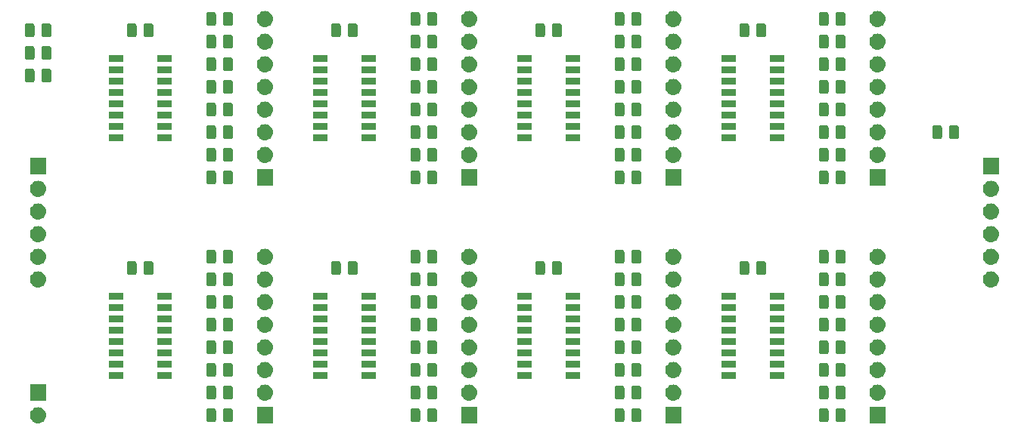
<source format=gbr>
G04 #@! TF.GenerationSoftware,KiCad,Pcbnew,5.1.0-060a0da~80~ubuntu16.04.1*
G04 #@! TF.CreationDate,2019-04-09T13:02:11+02:00*
G04 #@! TF.ProjectId,74HC165 Breakout,37344843-3136-4352-9042-7265616b6f75,rev?*
G04 #@! TF.SameCoordinates,Original*
G04 #@! TF.FileFunction,Soldermask,Top*
G04 #@! TF.FilePolarity,Negative*
%FSLAX46Y46*%
G04 Gerber Fmt 4.6, Leading zero omitted, Abs format (unit mm)*
G04 Created by KiCad (PCBNEW 5.1.0-060a0da~80~ubuntu16.04.1) date 2019-04-09 13:02:11*
%MOMM*%
%LPD*%
G04 APERTURE LIST*
%ADD10C,0.100000*%
G04 APERTURE END LIST*
D10*
G36*
X198691000Y-129161000D02*
G01*
X196889000Y-129161000D01*
X196889000Y-127359000D01*
X198691000Y-127359000D01*
X198691000Y-129161000D01*
X198691000Y-129161000D01*
G37*
G36*
X175831000Y-129161000D02*
G01*
X174029000Y-129161000D01*
X174029000Y-127359000D01*
X175831000Y-127359000D01*
X175831000Y-129161000D01*
X175831000Y-129161000D01*
G37*
G36*
X130111000Y-129161000D02*
G01*
X128309000Y-129161000D01*
X128309000Y-127359000D01*
X130111000Y-127359000D01*
X130111000Y-129161000D01*
X130111000Y-129161000D01*
G37*
G36*
X103920442Y-127365518D02*
G01*
X103986627Y-127372037D01*
X104156466Y-127423557D01*
X104312991Y-127507222D01*
X104348729Y-127536552D01*
X104450186Y-127619814D01*
X104533448Y-127721271D01*
X104562778Y-127757009D01*
X104646443Y-127913534D01*
X104697963Y-128083373D01*
X104715359Y-128260000D01*
X104697963Y-128436627D01*
X104646443Y-128606466D01*
X104562778Y-128762991D01*
X104537101Y-128794278D01*
X104450186Y-128900186D01*
X104348729Y-128983448D01*
X104312991Y-129012778D01*
X104156466Y-129096443D01*
X103986627Y-129147963D01*
X103920442Y-129154482D01*
X103854260Y-129161000D01*
X103765740Y-129161000D01*
X103699558Y-129154482D01*
X103633373Y-129147963D01*
X103463534Y-129096443D01*
X103307009Y-129012778D01*
X103271271Y-128983448D01*
X103169814Y-128900186D01*
X103082899Y-128794278D01*
X103057222Y-128762991D01*
X102973557Y-128606466D01*
X102922037Y-128436627D01*
X102904641Y-128260000D01*
X102922037Y-128083373D01*
X102973557Y-127913534D01*
X103057222Y-127757009D01*
X103086552Y-127721271D01*
X103169814Y-127619814D01*
X103271271Y-127536552D01*
X103307009Y-127507222D01*
X103463534Y-127423557D01*
X103633373Y-127372037D01*
X103699558Y-127365518D01*
X103765740Y-127359000D01*
X103854260Y-127359000D01*
X103920442Y-127365518D01*
X103920442Y-127365518D01*
G37*
G36*
X152971000Y-129161000D02*
G01*
X151169000Y-129161000D01*
X151169000Y-127359000D01*
X152971000Y-127359000D01*
X152971000Y-129161000D01*
X152971000Y-129161000D01*
G37*
G36*
X194019468Y-127513565D02*
G01*
X194058138Y-127525296D01*
X194093777Y-127544346D01*
X194125017Y-127569983D01*
X194150654Y-127601223D01*
X194169704Y-127636862D01*
X194181435Y-127675532D01*
X194186000Y-127721888D01*
X194186000Y-128798112D01*
X194181435Y-128844468D01*
X194169704Y-128883138D01*
X194150654Y-128918777D01*
X194125017Y-128950017D01*
X194093777Y-128975654D01*
X194058138Y-128994704D01*
X194019468Y-129006435D01*
X193973112Y-129011000D01*
X193321888Y-129011000D01*
X193275532Y-129006435D01*
X193236862Y-128994704D01*
X193201223Y-128975654D01*
X193169983Y-128950017D01*
X193144346Y-128918777D01*
X193125296Y-128883138D01*
X193113565Y-128844468D01*
X193109000Y-128798112D01*
X193109000Y-127721888D01*
X193113565Y-127675532D01*
X193125296Y-127636862D01*
X193144346Y-127601223D01*
X193169983Y-127569983D01*
X193201223Y-127544346D01*
X193236862Y-127525296D01*
X193275532Y-127513565D01*
X193321888Y-127509000D01*
X193973112Y-127509000D01*
X194019468Y-127513565D01*
X194019468Y-127513565D01*
G37*
G36*
X192144468Y-127513565D02*
G01*
X192183138Y-127525296D01*
X192218777Y-127544346D01*
X192250017Y-127569983D01*
X192275654Y-127601223D01*
X192294704Y-127636862D01*
X192306435Y-127675532D01*
X192311000Y-127721888D01*
X192311000Y-128798112D01*
X192306435Y-128844468D01*
X192294704Y-128883138D01*
X192275654Y-128918777D01*
X192250017Y-128950017D01*
X192218777Y-128975654D01*
X192183138Y-128994704D01*
X192144468Y-129006435D01*
X192098112Y-129011000D01*
X191446888Y-129011000D01*
X191400532Y-129006435D01*
X191361862Y-128994704D01*
X191326223Y-128975654D01*
X191294983Y-128950017D01*
X191269346Y-128918777D01*
X191250296Y-128883138D01*
X191238565Y-128844468D01*
X191234000Y-128798112D01*
X191234000Y-127721888D01*
X191238565Y-127675532D01*
X191250296Y-127636862D01*
X191269346Y-127601223D01*
X191294983Y-127569983D01*
X191326223Y-127544346D01*
X191361862Y-127525296D01*
X191400532Y-127513565D01*
X191446888Y-127509000D01*
X192098112Y-127509000D01*
X192144468Y-127513565D01*
X192144468Y-127513565D01*
G37*
G36*
X169284468Y-127513565D02*
G01*
X169323138Y-127525296D01*
X169358777Y-127544346D01*
X169390017Y-127569983D01*
X169415654Y-127601223D01*
X169434704Y-127636862D01*
X169446435Y-127675532D01*
X169451000Y-127721888D01*
X169451000Y-128798112D01*
X169446435Y-128844468D01*
X169434704Y-128883138D01*
X169415654Y-128918777D01*
X169390017Y-128950017D01*
X169358777Y-128975654D01*
X169323138Y-128994704D01*
X169284468Y-129006435D01*
X169238112Y-129011000D01*
X168586888Y-129011000D01*
X168540532Y-129006435D01*
X168501862Y-128994704D01*
X168466223Y-128975654D01*
X168434983Y-128950017D01*
X168409346Y-128918777D01*
X168390296Y-128883138D01*
X168378565Y-128844468D01*
X168374000Y-128798112D01*
X168374000Y-127721888D01*
X168378565Y-127675532D01*
X168390296Y-127636862D01*
X168409346Y-127601223D01*
X168434983Y-127569983D01*
X168466223Y-127544346D01*
X168501862Y-127525296D01*
X168540532Y-127513565D01*
X168586888Y-127509000D01*
X169238112Y-127509000D01*
X169284468Y-127513565D01*
X169284468Y-127513565D01*
G37*
G36*
X148299468Y-127513565D02*
G01*
X148338138Y-127525296D01*
X148373777Y-127544346D01*
X148405017Y-127569983D01*
X148430654Y-127601223D01*
X148449704Y-127636862D01*
X148461435Y-127675532D01*
X148466000Y-127721888D01*
X148466000Y-128798112D01*
X148461435Y-128844468D01*
X148449704Y-128883138D01*
X148430654Y-128918777D01*
X148405017Y-128950017D01*
X148373777Y-128975654D01*
X148338138Y-128994704D01*
X148299468Y-129006435D01*
X148253112Y-129011000D01*
X147601888Y-129011000D01*
X147555532Y-129006435D01*
X147516862Y-128994704D01*
X147481223Y-128975654D01*
X147449983Y-128950017D01*
X147424346Y-128918777D01*
X147405296Y-128883138D01*
X147393565Y-128844468D01*
X147389000Y-128798112D01*
X147389000Y-127721888D01*
X147393565Y-127675532D01*
X147405296Y-127636862D01*
X147424346Y-127601223D01*
X147449983Y-127569983D01*
X147481223Y-127544346D01*
X147516862Y-127525296D01*
X147555532Y-127513565D01*
X147601888Y-127509000D01*
X148253112Y-127509000D01*
X148299468Y-127513565D01*
X148299468Y-127513565D01*
G37*
G36*
X146424468Y-127513565D02*
G01*
X146463138Y-127525296D01*
X146498777Y-127544346D01*
X146530017Y-127569983D01*
X146555654Y-127601223D01*
X146574704Y-127636862D01*
X146586435Y-127675532D01*
X146591000Y-127721888D01*
X146591000Y-128798112D01*
X146586435Y-128844468D01*
X146574704Y-128883138D01*
X146555654Y-128918777D01*
X146530017Y-128950017D01*
X146498777Y-128975654D01*
X146463138Y-128994704D01*
X146424468Y-129006435D01*
X146378112Y-129011000D01*
X145726888Y-129011000D01*
X145680532Y-129006435D01*
X145641862Y-128994704D01*
X145606223Y-128975654D01*
X145574983Y-128950017D01*
X145549346Y-128918777D01*
X145530296Y-128883138D01*
X145518565Y-128844468D01*
X145514000Y-128798112D01*
X145514000Y-127721888D01*
X145518565Y-127675532D01*
X145530296Y-127636862D01*
X145549346Y-127601223D01*
X145574983Y-127569983D01*
X145606223Y-127544346D01*
X145641862Y-127525296D01*
X145680532Y-127513565D01*
X145726888Y-127509000D01*
X146378112Y-127509000D01*
X146424468Y-127513565D01*
X146424468Y-127513565D01*
G37*
G36*
X125439468Y-127513565D02*
G01*
X125478138Y-127525296D01*
X125513777Y-127544346D01*
X125545017Y-127569983D01*
X125570654Y-127601223D01*
X125589704Y-127636862D01*
X125601435Y-127675532D01*
X125606000Y-127721888D01*
X125606000Y-128798112D01*
X125601435Y-128844468D01*
X125589704Y-128883138D01*
X125570654Y-128918777D01*
X125545017Y-128950017D01*
X125513777Y-128975654D01*
X125478138Y-128994704D01*
X125439468Y-129006435D01*
X125393112Y-129011000D01*
X124741888Y-129011000D01*
X124695532Y-129006435D01*
X124656862Y-128994704D01*
X124621223Y-128975654D01*
X124589983Y-128950017D01*
X124564346Y-128918777D01*
X124545296Y-128883138D01*
X124533565Y-128844468D01*
X124529000Y-128798112D01*
X124529000Y-127721888D01*
X124533565Y-127675532D01*
X124545296Y-127636862D01*
X124564346Y-127601223D01*
X124589983Y-127569983D01*
X124621223Y-127544346D01*
X124656862Y-127525296D01*
X124695532Y-127513565D01*
X124741888Y-127509000D01*
X125393112Y-127509000D01*
X125439468Y-127513565D01*
X125439468Y-127513565D01*
G37*
G36*
X123564468Y-127513565D02*
G01*
X123603138Y-127525296D01*
X123638777Y-127544346D01*
X123670017Y-127569983D01*
X123695654Y-127601223D01*
X123714704Y-127636862D01*
X123726435Y-127675532D01*
X123731000Y-127721888D01*
X123731000Y-128798112D01*
X123726435Y-128844468D01*
X123714704Y-128883138D01*
X123695654Y-128918777D01*
X123670017Y-128950017D01*
X123638777Y-128975654D01*
X123603138Y-128994704D01*
X123564468Y-129006435D01*
X123518112Y-129011000D01*
X122866888Y-129011000D01*
X122820532Y-129006435D01*
X122781862Y-128994704D01*
X122746223Y-128975654D01*
X122714983Y-128950017D01*
X122689346Y-128918777D01*
X122670296Y-128883138D01*
X122658565Y-128844468D01*
X122654000Y-128798112D01*
X122654000Y-127721888D01*
X122658565Y-127675532D01*
X122670296Y-127636862D01*
X122689346Y-127601223D01*
X122714983Y-127569983D01*
X122746223Y-127544346D01*
X122781862Y-127525296D01*
X122820532Y-127513565D01*
X122866888Y-127509000D01*
X123518112Y-127509000D01*
X123564468Y-127513565D01*
X123564468Y-127513565D01*
G37*
G36*
X171159468Y-127513565D02*
G01*
X171198138Y-127525296D01*
X171233777Y-127544346D01*
X171265017Y-127569983D01*
X171290654Y-127601223D01*
X171309704Y-127636862D01*
X171321435Y-127675532D01*
X171326000Y-127721888D01*
X171326000Y-128798112D01*
X171321435Y-128844468D01*
X171309704Y-128883138D01*
X171290654Y-128918777D01*
X171265017Y-128950017D01*
X171233777Y-128975654D01*
X171198138Y-128994704D01*
X171159468Y-129006435D01*
X171113112Y-129011000D01*
X170461888Y-129011000D01*
X170415532Y-129006435D01*
X170376862Y-128994704D01*
X170341223Y-128975654D01*
X170309983Y-128950017D01*
X170284346Y-128918777D01*
X170265296Y-128883138D01*
X170253565Y-128844468D01*
X170249000Y-128798112D01*
X170249000Y-127721888D01*
X170253565Y-127675532D01*
X170265296Y-127636862D01*
X170284346Y-127601223D01*
X170309983Y-127569983D01*
X170341223Y-127544346D01*
X170376862Y-127525296D01*
X170415532Y-127513565D01*
X170461888Y-127509000D01*
X171113112Y-127509000D01*
X171159468Y-127513565D01*
X171159468Y-127513565D01*
G37*
G36*
X104711000Y-126621000D02*
G01*
X102909000Y-126621000D01*
X102909000Y-124819000D01*
X104711000Y-124819000D01*
X104711000Y-126621000D01*
X104711000Y-126621000D01*
G37*
G36*
X129320443Y-124825519D02*
G01*
X129386627Y-124832037D01*
X129556466Y-124883557D01*
X129712991Y-124967222D01*
X129748729Y-124996552D01*
X129850186Y-125079814D01*
X129933448Y-125181271D01*
X129962778Y-125217009D01*
X130046443Y-125373534D01*
X130097963Y-125543373D01*
X130115359Y-125720000D01*
X130097963Y-125896627D01*
X130046443Y-126066466D01*
X129962778Y-126222991D01*
X129937101Y-126254278D01*
X129850186Y-126360186D01*
X129748729Y-126443448D01*
X129712991Y-126472778D01*
X129556466Y-126556443D01*
X129386627Y-126607963D01*
X129320442Y-126614482D01*
X129254260Y-126621000D01*
X129165740Y-126621000D01*
X129099558Y-126614482D01*
X129033373Y-126607963D01*
X128863534Y-126556443D01*
X128707009Y-126472778D01*
X128671271Y-126443448D01*
X128569814Y-126360186D01*
X128482899Y-126254278D01*
X128457222Y-126222991D01*
X128373557Y-126066466D01*
X128322037Y-125896627D01*
X128304641Y-125720000D01*
X128322037Y-125543373D01*
X128373557Y-125373534D01*
X128457222Y-125217009D01*
X128486552Y-125181271D01*
X128569814Y-125079814D01*
X128671271Y-124996552D01*
X128707009Y-124967222D01*
X128863534Y-124883557D01*
X129033373Y-124832037D01*
X129099557Y-124825519D01*
X129165740Y-124819000D01*
X129254260Y-124819000D01*
X129320443Y-124825519D01*
X129320443Y-124825519D01*
G37*
G36*
X152180443Y-124825519D02*
G01*
X152246627Y-124832037D01*
X152416466Y-124883557D01*
X152572991Y-124967222D01*
X152608729Y-124996552D01*
X152710186Y-125079814D01*
X152793448Y-125181271D01*
X152822778Y-125217009D01*
X152906443Y-125373534D01*
X152957963Y-125543373D01*
X152975359Y-125720000D01*
X152957963Y-125896627D01*
X152906443Y-126066466D01*
X152822778Y-126222991D01*
X152797101Y-126254278D01*
X152710186Y-126360186D01*
X152608729Y-126443448D01*
X152572991Y-126472778D01*
X152416466Y-126556443D01*
X152246627Y-126607963D01*
X152180442Y-126614482D01*
X152114260Y-126621000D01*
X152025740Y-126621000D01*
X151959558Y-126614482D01*
X151893373Y-126607963D01*
X151723534Y-126556443D01*
X151567009Y-126472778D01*
X151531271Y-126443448D01*
X151429814Y-126360186D01*
X151342899Y-126254278D01*
X151317222Y-126222991D01*
X151233557Y-126066466D01*
X151182037Y-125896627D01*
X151164641Y-125720000D01*
X151182037Y-125543373D01*
X151233557Y-125373534D01*
X151317222Y-125217009D01*
X151346552Y-125181271D01*
X151429814Y-125079814D01*
X151531271Y-124996552D01*
X151567009Y-124967222D01*
X151723534Y-124883557D01*
X151893373Y-124832037D01*
X151959557Y-124825519D01*
X152025740Y-124819000D01*
X152114260Y-124819000D01*
X152180443Y-124825519D01*
X152180443Y-124825519D01*
G37*
G36*
X197900443Y-124825519D02*
G01*
X197966627Y-124832037D01*
X198136466Y-124883557D01*
X198292991Y-124967222D01*
X198328729Y-124996552D01*
X198430186Y-125079814D01*
X198513448Y-125181271D01*
X198542778Y-125217009D01*
X198626443Y-125373534D01*
X198677963Y-125543373D01*
X198695359Y-125720000D01*
X198677963Y-125896627D01*
X198626443Y-126066466D01*
X198542778Y-126222991D01*
X198517101Y-126254278D01*
X198430186Y-126360186D01*
X198328729Y-126443448D01*
X198292991Y-126472778D01*
X198136466Y-126556443D01*
X197966627Y-126607963D01*
X197900442Y-126614482D01*
X197834260Y-126621000D01*
X197745740Y-126621000D01*
X197679558Y-126614482D01*
X197613373Y-126607963D01*
X197443534Y-126556443D01*
X197287009Y-126472778D01*
X197251271Y-126443448D01*
X197149814Y-126360186D01*
X197062899Y-126254278D01*
X197037222Y-126222991D01*
X196953557Y-126066466D01*
X196902037Y-125896627D01*
X196884641Y-125720000D01*
X196902037Y-125543373D01*
X196953557Y-125373534D01*
X197037222Y-125217009D01*
X197066552Y-125181271D01*
X197149814Y-125079814D01*
X197251271Y-124996552D01*
X197287009Y-124967222D01*
X197443534Y-124883557D01*
X197613373Y-124832037D01*
X197679557Y-124825519D01*
X197745740Y-124819000D01*
X197834260Y-124819000D01*
X197900443Y-124825519D01*
X197900443Y-124825519D01*
G37*
G36*
X175040443Y-124825519D02*
G01*
X175106627Y-124832037D01*
X175276466Y-124883557D01*
X175432991Y-124967222D01*
X175468729Y-124996552D01*
X175570186Y-125079814D01*
X175653448Y-125181271D01*
X175682778Y-125217009D01*
X175766443Y-125373534D01*
X175817963Y-125543373D01*
X175835359Y-125720000D01*
X175817963Y-125896627D01*
X175766443Y-126066466D01*
X175682778Y-126222991D01*
X175657101Y-126254278D01*
X175570186Y-126360186D01*
X175468729Y-126443448D01*
X175432991Y-126472778D01*
X175276466Y-126556443D01*
X175106627Y-126607963D01*
X175040442Y-126614482D01*
X174974260Y-126621000D01*
X174885740Y-126621000D01*
X174819558Y-126614482D01*
X174753373Y-126607963D01*
X174583534Y-126556443D01*
X174427009Y-126472778D01*
X174391271Y-126443448D01*
X174289814Y-126360186D01*
X174202899Y-126254278D01*
X174177222Y-126222991D01*
X174093557Y-126066466D01*
X174042037Y-125896627D01*
X174024641Y-125720000D01*
X174042037Y-125543373D01*
X174093557Y-125373534D01*
X174177222Y-125217009D01*
X174206552Y-125181271D01*
X174289814Y-125079814D01*
X174391271Y-124996552D01*
X174427009Y-124967222D01*
X174583534Y-124883557D01*
X174753373Y-124832037D01*
X174819557Y-124825519D01*
X174885740Y-124819000D01*
X174974260Y-124819000D01*
X175040443Y-124825519D01*
X175040443Y-124825519D01*
G37*
G36*
X123564468Y-124973565D02*
G01*
X123603138Y-124985296D01*
X123638777Y-125004346D01*
X123670017Y-125029983D01*
X123695654Y-125061223D01*
X123714704Y-125096862D01*
X123726435Y-125135532D01*
X123731000Y-125181888D01*
X123731000Y-126258112D01*
X123726435Y-126304468D01*
X123714704Y-126343138D01*
X123695654Y-126378777D01*
X123670017Y-126410017D01*
X123638777Y-126435654D01*
X123603138Y-126454704D01*
X123564468Y-126466435D01*
X123518112Y-126471000D01*
X122866888Y-126471000D01*
X122820532Y-126466435D01*
X122781862Y-126454704D01*
X122746223Y-126435654D01*
X122714983Y-126410017D01*
X122689346Y-126378777D01*
X122670296Y-126343138D01*
X122658565Y-126304468D01*
X122654000Y-126258112D01*
X122654000Y-125181888D01*
X122658565Y-125135532D01*
X122670296Y-125096862D01*
X122689346Y-125061223D01*
X122714983Y-125029983D01*
X122746223Y-125004346D01*
X122781862Y-124985296D01*
X122820532Y-124973565D01*
X122866888Y-124969000D01*
X123518112Y-124969000D01*
X123564468Y-124973565D01*
X123564468Y-124973565D01*
G37*
G36*
X169284468Y-124973565D02*
G01*
X169323138Y-124985296D01*
X169358777Y-125004346D01*
X169390017Y-125029983D01*
X169415654Y-125061223D01*
X169434704Y-125096862D01*
X169446435Y-125135532D01*
X169451000Y-125181888D01*
X169451000Y-126258112D01*
X169446435Y-126304468D01*
X169434704Y-126343138D01*
X169415654Y-126378777D01*
X169390017Y-126410017D01*
X169358777Y-126435654D01*
X169323138Y-126454704D01*
X169284468Y-126466435D01*
X169238112Y-126471000D01*
X168586888Y-126471000D01*
X168540532Y-126466435D01*
X168501862Y-126454704D01*
X168466223Y-126435654D01*
X168434983Y-126410017D01*
X168409346Y-126378777D01*
X168390296Y-126343138D01*
X168378565Y-126304468D01*
X168374000Y-126258112D01*
X168374000Y-125181888D01*
X168378565Y-125135532D01*
X168390296Y-125096862D01*
X168409346Y-125061223D01*
X168434983Y-125029983D01*
X168466223Y-125004346D01*
X168501862Y-124985296D01*
X168540532Y-124973565D01*
X168586888Y-124969000D01*
X169238112Y-124969000D01*
X169284468Y-124973565D01*
X169284468Y-124973565D01*
G37*
G36*
X171159468Y-124973565D02*
G01*
X171198138Y-124985296D01*
X171233777Y-125004346D01*
X171265017Y-125029983D01*
X171290654Y-125061223D01*
X171309704Y-125096862D01*
X171321435Y-125135532D01*
X171326000Y-125181888D01*
X171326000Y-126258112D01*
X171321435Y-126304468D01*
X171309704Y-126343138D01*
X171290654Y-126378777D01*
X171265017Y-126410017D01*
X171233777Y-126435654D01*
X171198138Y-126454704D01*
X171159468Y-126466435D01*
X171113112Y-126471000D01*
X170461888Y-126471000D01*
X170415532Y-126466435D01*
X170376862Y-126454704D01*
X170341223Y-126435654D01*
X170309983Y-126410017D01*
X170284346Y-126378777D01*
X170265296Y-126343138D01*
X170253565Y-126304468D01*
X170249000Y-126258112D01*
X170249000Y-125181888D01*
X170253565Y-125135532D01*
X170265296Y-125096862D01*
X170284346Y-125061223D01*
X170309983Y-125029983D01*
X170341223Y-125004346D01*
X170376862Y-124985296D01*
X170415532Y-124973565D01*
X170461888Y-124969000D01*
X171113112Y-124969000D01*
X171159468Y-124973565D01*
X171159468Y-124973565D01*
G37*
G36*
X192144468Y-124973565D02*
G01*
X192183138Y-124985296D01*
X192218777Y-125004346D01*
X192250017Y-125029983D01*
X192275654Y-125061223D01*
X192294704Y-125096862D01*
X192306435Y-125135532D01*
X192311000Y-125181888D01*
X192311000Y-126258112D01*
X192306435Y-126304468D01*
X192294704Y-126343138D01*
X192275654Y-126378777D01*
X192250017Y-126410017D01*
X192218777Y-126435654D01*
X192183138Y-126454704D01*
X192144468Y-126466435D01*
X192098112Y-126471000D01*
X191446888Y-126471000D01*
X191400532Y-126466435D01*
X191361862Y-126454704D01*
X191326223Y-126435654D01*
X191294983Y-126410017D01*
X191269346Y-126378777D01*
X191250296Y-126343138D01*
X191238565Y-126304468D01*
X191234000Y-126258112D01*
X191234000Y-125181888D01*
X191238565Y-125135532D01*
X191250296Y-125096862D01*
X191269346Y-125061223D01*
X191294983Y-125029983D01*
X191326223Y-125004346D01*
X191361862Y-124985296D01*
X191400532Y-124973565D01*
X191446888Y-124969000D01*
X192098112Y-124969000D01*
X192144468Y-124973565D01*
X192144468Y-124973565D01*
G37*
G36*
X194019468Y-124973565D02*
G01*
X194058138Y-124985296D01*
X194093777Y-125004346D01*
X194125017Y-125029983D01*
X194150654Y-125061223D01*
X194169704Y-125096862D01*
X194181435Y-125135532D01*
X194186000Y-125181888D01*
X194186000Y-126258112D01*
X194181435Y-126304468D01*
X194169704Y-126343138D01*
X194150654Y-126378777D01*
X194125017Y-126410017D01*
X194093777Y-126435654D01*
X194058138Y-126454704D01*
X194019468Y-126466435D01*
X193973112Y-126471000D01*
X193321888Y-126471000D01*
X193275532Y-126466435D01*
X193236862Y-126454704D01*
X193201223Y-126435654D01*
X193169983Y-126410017D01*
X193144346Y-126378777D01*
X193125296Y-126343138D01*
X193113565Y-126304468D01*
X193109000Y-126258112D01*
X193109000Y-125181888D01*
X193113565Y-125135532D01*
X193125296Y-125096862D01*
X193144346Y-125061223D01*
X193169983Y-125029983D01*
X193201223Y-125004346D01*
X193236862Y-124985296D01*
X193275532Y-124973565D01*
X193321888Y-124969000D01*
X193973112Y-124969000D01*
X194019468Y-124973565D01*
X194019468Y-124973565D01*
G37*
G36*
X148299468Y-124973565D02*
G01*
X148338138Y-124985296D01*
X148373777Y-125004346D01*
X148405017Y-125029983D01*
X148430654Y-125061223D01*
X148449704Y-125096862D01*
X148461435Y-125135532D01*
X148466000Y-125181888D01*
X148466000Y-126258112D01*
X148461435Y-126304468D01*
X148449704Y-126343138D01*
X148430654Y-126378777D01*
X148405017Y-126410017D01*
X148373777Y-126435654D01*
X148338138Y-126454704D01*
X148299468Y-126466435D01*
X148253112Y-126471000D01*
X147601888Y-126471000D01*
X147555532Y-126466435D01*
X147516862Y-126454704D01*
X147481223Y-126435654D01*
X147449983Y-126410017D01*
X147424346Y-126378777D01*
X147405296Y-126343138D01*
X147393565Y-126304468D01*
X147389000Y-126258112D01*
X147389000Y-125181888D01*
X147393565Y-125135532D01*
X147405296Y-125096862D01*
X147424346Y-125061223D01*
X147449983Y-125029983D01*
X147481223Y-125004346D01*
X147516862Y-124985296D01*
X147555532Y-124973565D01*
X147601888Y-124969000D01*
X148253112Y-124969000D01*
X148299468Y-124973565D01*
X148299468Y-124973565D01*
G37*
G36*
X146424468Y-124973565D02*
G01*
X146463138Y-124985296D01*
X146498777Y-125004346D01*
X146530017Y-125029983D01*
X146555654Y-125061223D01*
X146574704Y-125096862D01*
X146586435Y-125135532D01*
X146591000Y-125181888D01*
X146591000Y-126258112D01*
X146586435Y-126304468D01*
X146574704Y-126343138D01*
X146555654Y-126378777D01*
X146530017Y-126410017D01*
X146498777Y-126435654D01*
X146463138Y-126454704D01*
X146424468Y-126466435D01*
X146378112Y-126471000D01*
X145726888Y-126471000D01*
X145680532Y-126466435D01*
X145641862Y-126454704D01*
X145606223Y-126435654D01*
X145574983Y-126410017D01*
X145549346Y-126378777D01*
X145530296Y-126343138D01*
X145518565Y-126304468D01*
X145514000Y-126258112D01*
X145514000Y-125181888D01*
X145518565Y-125135532D01*
X145530296Y-125096862D01*
X145549346Y-125061223D01*
X145574983Y-125029983D01*
X145606223Y-125004346D01*
X145641862Y-124985296D01*
X145680532Y-124973565D01*
X145726888Y-124969000D01*
X146378112Y-124969000D01*
X146424468Y-124973565D01*
X146424468Y-124973565D01*
G37*
G36*
X125439468Y-124973565D02*
G01*
X125478138Y-124985296D01*
X125513777Y-125004346D01*
X125545017Y-125029983D01*
X125570654Y-125061223D01*
X125589704Y-125096862D01*
X125601435Y-125135532D01*
X125606000Y-125181888D01*
X125606000Y-126258112D01*
X125601435Y-126304468D01*
X125589704Y-126343138D01*
X125570654Y-126378777D01*
X125545017Y-126410017D01*
X125513777Y-126435654D01*
X125478138Y-126454704D01*
X125439468Y-126466435D01*
X125393112Y-126471000D01*
X124741888Y-126471000D01*
X124695532Y-126466435D01*
X124656862Y-126454704D01*
X124621223Y-126435654D01*
X124589983Y-126410017D01*
X124564346Y-126378777D01*
X124545296Y-126343138D01*
X124533565Y-126304468D01*
X124529000Y-126258112D01*
X124529000Y-125181888D01*
X124533565Y-125135532D01*
X124545296Y-125096862D01*
X124564346Y-125061223D01*
X124589983Y-125029983D01*
X124621223Y-125004346D01*
X124656862Y-124985296D01*
X124695532Y-124973565D01*
X124741888Y-124969000D01*
X125393112Y-124969000D01*
X125439468Y-124973565D01*
X125439468Y-124973565D01*
G37*
G36*
X118741000Y-124166000D02*
G01*
X117139000Y-124166000D01*
X117139000Y-123464000D01*
X118741000Y-123464000D01*
X118741000Y-124166000D01*
X118741000Y-124166000D01*
G37*
G36*
X187321000Y-124166000D02*
G01*
X185719000Y-124166000D01*
X185719000Y-123464000D01*
X187321000Y-123464000D01*
X187321000Y-124166000D01*
X187321000Y-124166000D01*
G37*
G36*
X159061000Y-124166000D02*
G01*
X157459000Y-124166000D01*
X157459000Y-123464000D01*
X159061000Y-123464000D01*
X159061000Y-124166000D01*
X159061000Y-124166000D01*
G37*
G36*
X164461000Y-124166000D02*
G01*
X162859000Y-124166000D01*
X162859000Y-123464000D01*
X164461000Y-123464000D01*
X164461000Y-124166000D01*
X164461000Y-124166000D01*
G37*
G36*
X141601000Y-124166000D02*
G01*
X139999000Y-124166000D01*
X139999000Y-123464000D01*
X141601000Y-123464000D01*
X141601000Y-124166000D01*
X141601000Y-124166000D01*
G37*
G36*
X113341000Y-124166000D02*
G01*
X111739000Y-124166000D01*
X111739000Y-123464000D01*
X113341000Y-123464000D01*
X113341000Y-124166000D01*
X113341000Y-124166000D01*
G37*
G36*
X181921000Y-124166000D02*
G01*
X180319000Y-124166000D01*
X180319000Y-123464000D01*
X181921000Y-123464000D01*
X181921000Y-124166000D01*
X181921000Y-124166000D01*
G37*
G36*
X136201000Y-124166000D02*
G01*
X134599000Y-124166000D01*
X134599000Y-123464000D01*
X136201000Y-123464000D01*
X136201000Y-124166000D01*
X136201000Y-124166000D01*
G37*
G36*
X197900442Y-122285518D02*
G01*
X197966627Y-122292037D01*
X198136466Y-122343557D01*
X198292991Y-122427222D01*
X198328729Y-122456552D01*
X198430186Y-122539814D01*
X198513448Y-122641271D01*
X198542778Y-122677009D01*
X198626443Y-122833534D01*
X198677963Y-123003373D01*
X198695359Y-123180000D01*
X198677963Y-123356627D01*
X198626443Y-123526466D01*
X198542778Y-123682991D01*
X198517101Y-123714278D01*
X198430186Y-123820186D01*
X198328729Y-123903448D01*
X198292991Y-123932778D01*
X198136466Y-124016443D01*
X197966627Y-124067963D01*
X197900443Y-124074481D01*
X197834260Y-124081000D01*
X197745740Y-124081000D01*
X197679557Y-124074481D01*
X197613373Y-124067963D01*
X197443534Y-124016443D01*
X197287009Y-123932778D01*
X197251271Y-123903448D01*
X197149814Y-123820186D01*
X197062899Y-123714278D01*
X197037222Y-123682991D01*
X196953557Y-123526466D01*
X196902037Y-123356627D01*
X196884641Y-123180000D01*
X196902037Y-123003373D01*
X196953557Y-122833534D01*
X197037222Y-122677009D01*
X197066552Y-122641271D01*
X197149814Y-122539814D01*
X197251271Y-122456552D01*
X197287009Y-122427222D01*
X197443534Y-122343557D01*
X197613373Y-122292037D01*
X197679558Y-122285518D01*
X197745740Y-122279000D01*
X197834260Y-122279000D01*
X197900442Y-122285518D01*
X197900442Y-122285518D01*
G37*
G36*
X129320442Y-122285518D02*
G01*
X129386627Y-122292037D01*
X129556466Y-122343557D01*
X129712991Y-122427222D01*
X129748729Y-122456552D01*
X129850186Y-122539814D01*
X129933448Y-122641271D01*
X129962778Y-122677009D01*
X130046443Y-122833534D01*
X130097963Y-123003373D01*
X130115359Y-123180000D01*
X130097963Y-123356627D01*
X130046443Y-123526466D01*
X129962778Y-123682991D01*
X129937101Y-123714278D01*
X129850186Y-123820186D01*
X129748729Y-123903448D01*
X129712991Y-123932778D01*
X129556466Y-124016443D01*
X129386627Y-124067963D01*
X129320443Y-124074481D01*
X129254260Y-124081000D01*
X129165740Y-124081000D01*
X129099557Y-124074481D01*
X129033373Y-124067963D01*
X128863534Y-124016443D01*
X128707009Y-123932778D01*
X128671271Y-123903448D01*
X128569814Y-123820186D01*
X128482899Y-123714278D01*
X128457222Y-123682991D01*
X128373557Y-123526466D01*
X128322037Y-123356627D01*
X128304641Y-123180000D01*
X128322037Y-123003373D01*
X128373557Y-122833534D01*
X128457222Y-122677009D01*
X128486552Y-122641271D01*
X128569814Y-122539814D01*
X128671271Y-122456552D01*
X128707009Y-122427222D01*
X128863534Y-122343557D01*
X129033373Y-122292037D01*
X129099558Y-122285518D01*
X129165740Y-122279000D01*
X129254260Y-122279000D01*
X129320442Y-122285518D01*
X129320442Y-122285518D01*
G37*
G36*
X152180442Y-122285518D02*
G01*
X152246627Y-122292037D01*
X152416466Y-122343557D01*
X152572991Y-122427222D01*
X152608729Y-122456552D01*
X152710186Y-122539814D01*
X152793448Y-122641271D01*
X152822778Y-122677009D01*
X152906443Y-122833534D01*
X152957963Y-123003373D01*
X152975359Y-123180000D01*
X152957963Y-123356627D01*
X152906443Y-123526466D01*
X152822778Y-123682991D01*
X152797101Y-123714278D01*
X152710186Y-123820186D01*
X152608729Y-123903448D01*
X152572991Y-123932778D01*
X152416466Y-124016443D01*
X152246627Y-124067963D01*
X152180443Y-124074481D01*
X152114260Y-124081000D01*
X152025740Y-124081000D01*
X151959557Y-124074481D01*
X151893373Y-124067963D01*
X151723534Y-124016443D01*
X151567009Y-123932778D01*
X151531271Y-123903448D01*
X151429814Y-123820186D01*
X151342899Y-123714278D01*
X151317222Y-123682991D01*
X151233557Y-123526466D01*
X151182037Y-123356627D01*
X151164641Y-123180000D01*
X151182037Y-123003373D01*
X151233557Y-122833534D01*
X151317222Y-122677009D01*
X151346552Y-122641271D01*
X151429814Y-122539814D01*
X151531271Y-122456552D01*
X151567009Y-122427222D01*
X151723534Y-122343557D01*
X151893373Y-122292037D01*
X151959558Y-122285518D01*
X152025740Y-122279000D01*
X152114260Y-122279000D01*
X152180442Y-122285518D01*
X152180442Y-122285518D01*
G37*
G36*
X175040442Y-122285518D02*
G01*
X175106627Y-122292037D01*
X175276466Y-122343557D01*
X175432991Y-122427222D01*
X175468729Y-122456552D01*
X175570186Y-122539814D01*
X175653448Y-122641271D01*
X175682778Y-122677009D01*
X175766443Y-122833534D01*
X175817963Y-123003373D01*
X175835359Y-123180000D01*
X175817963Y-123356627D01*
X175766443Y-123526466D01*
X175682778Y-123682991D01*
X175657101Y-123714278D01*
X175570186Y-123820186D01*
X175468729Y-123903448D01*
X175432991Y-123932778D01*
X175276466Y-124016443D01*
X175106627Y-124067963D01*
X175040443Y-124074481D01*
X174974260Y-124081000D01*
X174885740Y-124081000D01*
X174819557Y-124074481D01*
X174753373Y-124067963D01*
X174583534Y-124016443D01*
X174427009Y-123932778D01*
X174391271Y-123903448D01*
X174289814Y-123820186D01*
X174202899Y-123714278D01*
X174177222Y-123682991D01*
X174093557Y-123526466D01*
X174042037Y-123356627D01*
X174024641Y-123180000D01*
X174042037Y-123003373D01*
X174093557Y-122833534D01*
X174177222Y-122677009D01*
X174206552Y-122641271D01*
X174289814Y-122539814D01*
X174391271Y-122456552D01*
X174427009Y-122427222D01*
X174583534Y-122343557D01*
X174753373Y-122292037D01*
X174819558Y-122285518D01*
X174885740Y-122279000D01*
X174974260Y-122279000D01*
X175040442Y-122285518D01*
X175040442Y-122285518D01*
G37*
G36*
X171159468Y-122433565D02*
G01*
X171198138Y-122445296D01*
X171233777Y-122464346D01*
X171265017Y-122489983D01*
X171290654Y-122521223D01*
X171309704Y-122556862D01*
X171321435Y-122595532D01*
X171326000Y-122641888D01*
X171326000Y-123718112D01*
X171321435Y-123764468D01*
X171309704Y-123803138D01*
X171290654Y-123838777D01*
X171265017Y-123870017D01*
X171233777Y-123895654D01*
X171198138Y-123914704D01*
X171159468Y-123926435D01*
X171113112Y-123931000D01*
X170461888Y-123931000D01*
X170415532Y-123926435D01*
X170376862Y-123914704D01*
X170341223Y-123895654D01*
X170309983Y-123870017D01*
X170284346Y-123838777D01*
X170265296Y-123803138D01*
X170253565Y-123764468D01*
X170249000Y-123718112D01*
X170249000Y-122641888D01*
X170253565Y-122595532D01*
X170265296Y-122556862D01*
X170284346Y-122521223D01*
X170309983Y-122489983D01*
X170341223Y-122464346D01*
X170376862Y-122445296D01*
X170415532Y-122433565D01*
X170461888Y-122429000D01*
X171113112Y-122429000D01*
X171159468Y-122433565D01*
X171159468Y-122433565D01*
G37*
G36*
X148299468Y-122433565D02*
G01*
X148338138Y-122445296D01*
X148373777Y-122464346D01*
X148405017Y-122489983D01*
X148430654Y-122521223D01*
X148449704Y-122556862D01*
X148461435Y-122595532D01*
X148466000Y-122641888D01*
X148466000Y-123718112D01*
X148461435Y-123764468D01*
X148449704Y-123803138D01*
X148430654Y-123838777D01*
X148405017Y-123870017D01*
X148373777Y-123895654D01*
X148338138Y-123914704D01*
X148299468Y-123926435D01*
X148253112Y-123931000D01*
X147601888Y-123931000D01*
X147555532Y-123926435D01*
X147516862Y-123914704D01*
X147481223Y-123895654D01*
X147449983Y-123870017D01*
X147424346Y-123838777D01*
X147405296Y-123803138D01*
X147393565Y-123764468D01*
X147389000Y-123718112D01*
X147389000Y-122641888D01*
X147393565Y-122595532D01*
X147405296Y-122556862D01*
X147424346Y-122521223D01*
X147449983Y-122489983D01*
X147481223Y-122464346D01*
X147516862Y-122445296D01*
X147555532Y-122433565D01*
X147601888Y-122429000D01*
X148253112Y-122429000D01*
X148299468Y-122433565D01*
X148299468Y-122433565D01*
G37*
G36*
X146424468Y-122433565D02*
G01*
X146463138Y-122445296D01*
X146498777Y-122464346D01*
X146530017Y-122489983D01*
X146555654Y-122521223D01*
X146574704Y-122556862D01*
X146586435Y-122595532D01*
X146591000Y-122641888D01*
X146591000Y-123718112D01*
X146586435Y-123764468D01*
X146574704Y-123803138D01*
X146555654Y-123838777D01*
X146530017Y-123870017D01*
X146498777Y-123895654D01*
X146463138Y-123914704D01*
X146424468Y-123926435D01*
X146378112Y-123931000D01*
X145726888Y-123931000D01*
X145680532Y-123926435D01*
X145641862Y-123914704D01*
X145606223Y-123895654D01*
X145574983Y-123870017D01*
X145549346Y-123838777D01*
X145530296Y-123803138D01*
X145518565Y-123764468D01*
X145514000Y-123718112D01*
X145514000Y-122641888D01*
X145518565Y-122595532D01*
X145530296Y-122556862D01*
X145549346Y-122521223D01*
X145574983Y-122489983D01*
X145606223Y-122464346D01*
X145641862Y-122445296D01*
X145680532Y-122433565D01*
X145726888Y-122429000D01*
X146378112Y-122429000D01*
X146424468Y-122433565D01*
X146424468Y-122433565D01*
G37*
G36*
X125439468Y-122433565D02*
G01*
X125478138Y-122445296D01*
X125513777Y-122464346D01*
X125545017Y-122489983D01*
X125570654Y-122521223D01*
X125589704Y-122556862D01*
X125601435Y-122595532D01*
X125606000Y-122641888D01*
X125606000Y-123718112D01*
X125601435Y-123764468D01*
X125589704Y-123803138D01*
X125570654Y-123838777D01*
X125545017Y-123870017D01*
X125513777Y-123895654D01*
X125478138Y-123914704D01*
X125439468Y-123926435D01*
X125393112Y-123931000D01*
X124741888Y-123931000D01*
X124695532Y-123926435D01*
X124656862Y-123914704D01*
X124621223Y-123895654D01*
X124589983Y-123870017D01*
X124564346Y-123838777D01*
X124545296Y-123803138D01*
X124533565Y-123764468D01*
X124529000Y-123718112D01*
X124529000Y-122641888D01*
X124533565Y-122595532D01*
X124545296Y-122556862D01*
X124564346Y-122521223D01*
X124589983Y-122489983D01*
X124621223Y-122464346D01*
X124656862Y-122445296D01*
X124695532Y-122433565D01*
X124741888Y-122429000D01*
X125393112Y-122429000D01*
X125439468Y-122433565D01*
X125439468Y-122433565D01*
G37*
G36*
X123564468Y-122433565D02*
G01*
X123603138Y-122445296D01*
X123638777Y-122464346D01*
X123670017Y-122489983D01*
X123695654Y-122521223D01*
X123714704Y-122556862D01*
X123726435Y-122595532D01*
X123731000Y-122641888D01*
X123731000Y-123718112D01*
X123726435Y-123764468D01*
X123714704Y-123803138D01*
X123695654Y-123838777D01*
X123670017Y-123870017D01*
X123638777Y-123895654D01*
X123603138Y-123914704D01*
X123564468Y-123926435D01*
X123518112Y-123931000D01*
X122866888Y-123931000D01*
X122820532Y-123926435D01*
X122781862Y-123914704D01*
X122746223Y-123895654D01*
X122714983Y-123870017D01*
X122689346Y-123838777D01*
X122670296Y-123803138D01*
X122658565Y-123764468D01*
X122654000Y-123718112D01*
X122654000Y-122641888D01*
X122658565Y-122595532D01*
X122670296Y-122556862D01*
X122689346Y-122521223D01*
X122714983Y-122489983D01*
X122746223Y-122464346D01*
X122781862Y-122445296D01*
X122820532Y-122433565D01*
X122866888Y-122429000D01*
X123518112Y-122429000D01*
X123564468Y-122433565D01*
X123564468Y-122433565D01*
G37*
G36*
X169284468Y-122433565D02*
G01*
X169323138Y-122445296D01*
X169358777Y-122464346D01*
X169390017Y-122489983D01*
X169415654Y-122521223D01*
X169434704Y-122556862D01*
X169446435Y-122595532D01*
X169451000Y-122641888D01*
X169451000Y-123718112D01*
X169446435Y-123764468D01*
X169434704Y-123803138D01*
X169415654Y-123838777D01*
X169390017Y-123870017D01*
X169358777Y-123895654D01*
X169323138Y-123914704D01*
X169284468Y-123926435D01*
X169238112Y-123931000D01*
X168586888Y-123931000D01*
X168540532Y-123926435D01*
X168501862Y-123914704D01*
X168466223Y-123895654D01*
X168434983Y-123870017D01*
X168409346Y-123838777D01*
X168390296Y-123803138D01*
X168378565Y-123764468D01*
X168374000Y-123718112D01*
X168374000Y-122641888D01*
X168378565Y-122595532D01*
X168390296Y-122556862D01*
X168409346Y-122521223D01*
X168434983Y-122489983D01*
X168466223Y-122464346D01*
X168501862Y-122445296D01*
X168540532Y-122433565D01*
X168586888Y-122429000D01*
X169238112Y-122429000D01*
X169284468Y-122433565D01*
X169284468Y-122433565D01*
G37*
G36*
X194019468Y-122433565D02*
G01*
X194058138Y-122445296D01*
X194093777Y-122464346D01*
X194125017Y-122489983D01*
X194150654Y-122521223D01*
X194169704Y-122556862D01*
X194181435Y-122595532D01*
X194186000Y-122641888D01*
X194186000Y-123718112D01*
X194181435Y-123764468D01*
X194169704Y-123803138D01*
X194150654Y-123838777D01*
X194125017Y-123870017D01*
X194093777Y-123895654D01*
X194058138Y-123914704D01*
X194019468Y-123926435D01*
X193973112Y-123931000D01*
X193321888Y-123931000D01*
X193275532Y-123926435D01*
X193236862Y-123914704D01*
X193201223Y-123895654D01*
X193169983Y-123870017D01*
X193144346Y-123838777D01*
X193125296Y-123803138D01*
X193113565Y-123764468D01*
X193109000Y-123718112D01*
X193109000Y-122641888D01*
X193113565Y-122595532D01*
X193125296Y-122556862D01*
X193144346Y-122521223D01*
X193169983Y-122489983D01*
X193201223Y-122464346D01*
X193236862Y-122445296D01*
X193275532Y-122433565D01*
X193321888Y-122429000D01*
X193973112Y-122429000D01*
X194019468Y-122433565D01*
X194019468Y-122433565D01*
G37*
G36*
X192144468Y-122433565D02*
G01*
X192183138Y-122445296D01*
X192218777Y-122464346D01*
X192250017Y-122489983D01*
X192275654Y-122521223D01*
X192294704Y-122556862D01*
X192306435Y-122595532D01*
X192311000Y-122641888D01*
X192311000Y-123718112D01*
X192306435Y-123764468D01*
X192294704Y-123803138D01*
X192275654Y-123838777D01*
X192250017Y-123870017D01*
X192218777Y-123895654D01*
X192183138Y-123914704D01*
X192144468Y-123926435D01*
X192098112Y-123931000D01*
X191446888Y-123931000D01*
X191400532Y-123926435D01*
X191361862Y-123914704D01*
X191326223Y-123895654D01*
X191294983Y-123870017D01*
X191269346Y-123838777D01*
X191250296Y-123803138D01*
X191238565Y-123764468D01*
X191234000Y-123718112D01*
X191234000Y-122641888D01*
X191238565Y-122595532D01*
X191250296Y-122556862D01*
X191269346Y-122521223D01*
X191294983Y-122489983D01*
X191326223Y-122464346D01*
X191361862Y-122445296D01*
X191400532Y-122433565D01*
X191446888Y-122429000D01*
X192098112Y-122429000D01*
X192144468Y-122433565D01*
X192144468Y-122433565D01*
G37*
G36*
X118741000Y-122896000D02*
G01*
X117139000Y-122896000D01*
X117139000Y-122194000D01*
X118741000Y-122194000D01*
X118741000Y-122896000D01*
X118741000Y-122896000D01*
G37*
G36*
X113341000Y-122896000D02*
G01*
X111739000Y-122896000D01*
X111739000Y-122194000D01*
X113341000Y-122194000D01*
X113341000Y-122896000D01*
X113341000Y-122896000D01*
G37*
G36*
X159061000Y-122896000D02*
G01*
X157459000Y-122896000D01*
X157459000Y-122194000D01*
X159061000Y-122194000D01*
X159061000Y-122896000D01*
X159061000Y-122896000D01*
G37*
G36*
X141601000Y-122896000D02*
G01*
X139999000Y-122896000D01*
X139999000Y-122194000D01*
X141601000Y-122194000D01*
X141601000Y-122896000D01*
X141601000Y-122896000D01*
G37*
G36*
X164461000Y-122896000D02*
G01*
X162859000Y-122896000D01*
X162859000Y-122194000D01*
X164461000Y-122194000D01*
X164461000Y-122896000D01*
X164461000Y-122896000D01*
G37*
G36*
X181921000Y-122896000D02*
G01*
X180319000Y-122896000D01*
X180319000Y-122194000D01*
X181921000Y-122194000D01*
X181921000Y-122896000D01*
X181921000Y-122896000D01*
G37*
G36*
X187321000Y-122896000D02*
G01*
X185719000Y-122896000D01*
X185719000Y-122194000D01*
X187321000Y-122194000D01*
X187321000Y-122896000D01*
X187321000Y-122896000D01*
G37*
G36*
X136201000Y-122896000D02*
G01*
X134599000Y-122896000D01*
X134599000Y-122194000D01*
X136201000Y-122194000D01*
X136201000Y-122896000D01*
X136201000Y-122896000D01*
G37*
G36*
X159061000Y-121626000D02*
G01*
X157459000Y-121626000D01*
X157459000Y-120924000D01*
X159061000Y-120924000D01*
X159061000Y-121626000D01*
X159061000Y-121626000D01*
G37*
G36*
X164461000Y-121626000D02*
G01*
X162859000Y-121626000D01*
X162859000Y-120924000D01*
X164461000Y-120924000D01*
X164461000Y-121626000D01*
X164461000Y-121626000D01*
G37*
G36*
X141601000Y-121626000D02*
G01*
X139999000Y-121626000D01*
X139999000Y-120924000D01*
X141601000Y-120924000D01*
X141601000Y-121626000D01*
X141601000Y-121626000D01*
G37*
G36*
X187321000Y-121626000D02*
G01*
X185719000Y-121626000D01*
X185719000Y-120924000D01*
X187321000Y-120924000D01*
X187321000Y-121626000D01*
X187321000Y-121626000D01*
G37*
G36*
X181921000Y-121626000D02*
G01*
X180319000Y-121626000D01*
X180319000Y-120924000D01*
X181921000Y-120924000D01*
X181921000Y-121626000D01*
X181921000Y-121626000D01*
G37*
G36*
X113341000Y-121626000D02*
G01*
X111739000Y-121626000D01*
X111739000Y-120924000D01*
X113341000Y-120924000D01*
X113341000Y-121626000D01*
X113341000Y-121626000D01*
G37*
G36*
X118741000Y-121626000D02*
G01*
X117139000Y-121626000D01*
X117139000Y-120924000D01*
X118741000Y-120924000D01*
X118741000Y-121626000D01*
X118741000Y-121626000D01*
G37*
G36*
X136201000Y-121626000D02*
G01*
X134599000Y-121626000D01*
X134599000Y-120924000D01*
X136201000Y-120924000D01*
X136201000Y-121626000D01*
X136201000Y-121626000D01*
G37*
G36*
X152180442Y-119745518D02*
G01*
X152246627Y-119752037D01*
X152416466Y-119803557D01*
X152572991Y-119887222D01*
X152608729Y-119916552D01*
X152710186Y-119999814D01*
X152793448Y-120101271D01*
X152822778Y-120137009D01*
X152906443Y-120293534D01*
X152957963Y-120463373D01*
X152975359Y-120640000D01*
X152957963Y-120816627D01*
X152906443Y-120986466D01*
X152822778Y-121142991D01*
X152797101Y-121174278D01*
X152710186Y-121280186D01*
X152608729Y-121363448D01*
X152572991Y-121392778D01*
X152416466Y-121476443D01*
X152246627Y-121527963D01*
X152180442Y-121534482D01*
X152114260Y-121541000D01*
X152025740Y-121541000D01*
X151959558Y-121534482D01*
X151893373Y-121527963D01*
X151723534Y-121476443D01*
X151567009Y-121392778D01*
X151531271Y-121363448D01*
X151429814Y-121280186D01*
X151342899Y-121174278D01*
X151317222Y-121142991D01*
X151233557Y-120986466D01*
X151182037Y-120816627D01*
X151164641Y-120640000D01*
X151182037Y-120463373D01*
X151233557Y-120293534D01*
X151317222Y-120137009D01*
X151346552Y-120101271D01*
X151429814Y-119999814D01*
X151531271Y-119916552D01*
X151567009Y-119887222D01*
X151723534Y-119803557D01*
X151893373Y-119752037D01*
X151959558Y-119745518D01*
X152025740Y-119739000D01*
X152114260Y-119739000D01*
X152180442Y-119745518D01*
X152180442Y-119745518D01*
G37*
G36*
X197900442Y-119745518D02*
G01*
X197966627Y-119752037D01*
X198136466Y-119803557D01*
X198292991Y-119887222D01*
X198328729Y-119916552D01*
X198430186Y-119999814D01*
X198513448Y-120101271D01*
X198542778Y-120137009D01*
X198626443Y-120293534D01*
X198677963Y-120463373D01*
X198695359Y-120640000D01*
X198677963Y-120816627D01*
X198626443Y-120986466D01*
X198542778Y-121142991D01*
X198517101Y-121174278D01*
X198430186Y-121280186D01*
X198328729Y-121363448D01*
X198292991Y-121392778D01*
X198136466Y-121476443D01*
X197966627Y-121527963D01*
X197900442Y-121534482D01*
X197834260Y-121541000D01*
X197745740Y-121541000D01*
X197679558Y-121534482D01*
X197613373Y-121527963D01*
X197443534Y-121476443D01*
X197287009Y-121392778D01*
X197251271Y-121363448D01*
X197149814Y-121280186D01*
X197062899Y-121174278D01*
X197037222Y-121142991D01*
X196953557Y-120986466D01*
X196902037Y-120816627D01*
X196884641Y-120640000D01*
X196902037Y-120463373D01*
X196953557Y-120293534D01*
X197037222Y-120137009D01*
X197066552Y-120101271D01*
X197149814Y-119999814D01*
X197251271Y-119916552D01*
X197287009Y-119887222D01*
X197443534Y-119803557D01*
X197613373Y-119752037D01*
X197679558Y-119745518D01*
X197745740Y-119739000D01*
X197834260Y-119739000D01*
X197900442Y-119745518D01*
X197900442Y-119745518D01*
G37*
G36*
X175040442Y-119745518D02*
G01*
X175106627Y-119752037D01*
X175276466Y-119803557D01*
X175432991Y-119887222D01*
X175468729Y-119916552D01*
X175570186Y-119999814D01*
X175653448Y-120101271D01*
X175682778Y-120137009D01*
X175766443Y-120293534D01*
X175817963Y-120463373D01*
X175835359Y-120640000D01*
X175817963Y-120816627D01*
X175766443Y-120986466D01*
X175682778Y-121142991D01*
X175657101Y-121174278D01*
X175570186Y-121280186D01*
X175468729Y-121363448D01*
X175432991Y-121392778D01*
X175276466Y-121476443D01*
X175106627Y-121527963D01*
X175040442Y-121534482D01*
X174974260Y-121541000D01*
X174885740Y-121541000D01*
X174819558Y-121534482D01*
X174753373Y-121527963D01*
X174583534Y-121476443D01*
X174427009Y-121392778D01*
X174391271Y-121363448D01*
X174289814Y-121280186D01*
X174202899Y-121174278D01*
X174177222Y-121142991D01*
X174093557Y-120986466D01*
X174042037Y-120816627D01*
X174024641Y-120640000D01*
X174042037Y-120463373D01*
X174093557Y-120293534D01*
X174177222Y-120137009D01*
X174206552Y-120101271D01*
X174289814Y-119999814D01*
X174391271Y-119916552D01*
X174427009Y-119887222D01*
X174583534Y-119803557D01*
X174753373Y-119752037D01*
X174819558Y-119745518D01*
X174885740Y-119739000D01*
X174974260Y-119739000D01*
X175040442Y-119745518D01*
X175040442Y-119745518D01*
G37*
G36*
X129320442Y-119745518D02*
G01*
X129386627Y-119752037D01*
X129556466Y-119803557D01*
X129712991Y-119887222D01*
X129748729Y-119916552D01*
X129850186Y-119999814D01*
X129933448Y-120101271D01*
X129962778Y-120137009D01*
X130046443Y-120293534D01*
X130097963Y-120463373D01*
X130115359Y-120640000D01*
X130097963Y-120816627D01*
X130046443Y-120986466D01*
X129962778Y-121142991D01*
X129937101Y-121174278D01*
X129850186Y-121280186D01*
X129748729Y-121363448D01*
X129712991Y-121392778D01*
X129556466Y-121476443D01*
X129386627Y-121527963D01*
X129320442Y-121534482D01*
X129254260Y-121541000D01*
X129165740Y-121541000D01*
X129099558Y-121534482D01*
X129033373Y-121527963D01*
X128863534Y-121476443D01*
X128707009Y-121392778D01*
X128671271Y-121363448D01*
X128569814Y-121280186D01*
X128482899Y-121174278D01*
X128457222Y-121142991D01*
X128373557Y-120986466D01*
X128322037Y-120816627D01*
X128304641Y-120640000D01*
X128322037Y-120463373D01*
X128373557Y-120293534D01*
X128457222Y-120137009D01*
X128486552Y-120101271D01*
X128569814Y-119999814D01*
X128671271Y-119916552D01*
X128707009Y-119887222D01*
X128863534Y-119803557D01*
X129033373Y-119752037D01*
X129099558Y-119745518D01*
X129165740Y-119739000D01*
X129254260Y-119739000D01*
X129320442Y-119745518D01*
X129320442Y-119745518D01*
G37*
G36*
X146424468Y-119893565D02*
G01*
X146463138Y-119905296D01*
X146498777Y-119924346D01*
X146530017Y-119949983D01*
X146555654Y-119981223D01*
X146574704Y-120016862D01*
X146586435Y-120055532D01*
X146591000Y-120101888D01*
X146591000Y-121178112D01*
X146586435Y-121224468D01*
X146574704Y-121263138D01*
X146555654Y-121298777D01*
X146530017Y-121330017D01*
X146498777Y-121355654D01*
X146463138Y-121374704D01*
X146424468Y-121386435D01*
X146378112Y-121391000D01*
X145726888Y-121391000D01*
X145680532Y-121386435D01*
X145641862Y-121374704D01*
X145606223Y-121355654D01*
X145574983Y-121330017D01*
X145549346Y-121298777D01*
X145530296Y-121263138D01*
X145518565Y-121224468D01*
X145514000Y-121178112D01*
X145514000Y-120101888D01*
X145518565Y-120055532D01*
X145530296Y-120016862D01*
X145549346Y-119981223D01*
X145574983Y-119949983D01*
X145606223Y-119924346D01*
X145641862Y-119905296D01*
X145680532Y-119893565D01*
X145726888Y-119889000D01*
X146378112Y-119889000D01*
X146424468Y-119893565D01*
X146424468Y-119893565D01*
G37*
G36*
X123564468Y-119893565D02*
G01*
X123603138Y-119905296D01*
X123638777Y-119924346D01*
X123670017Y-119949983D01*
X123695654Y-119981223D01*
X123714704Y-120016862D01*
X123726435Y-120055532D01*
X123731000Y-120101888D01*
X123731000Y-121178112D01*
X123726435Y-121224468D01*
X123714704Y-121263138D01*
X123695654Y-121298777D01*
X123670017Y-121330017D01*
X123638777Y-121355654D01*
X123603138Y-121374704D01*
X123564468Y-121386435D01*
X123518112Y-121391000D01*
X122866888Y-121391000D01*
X122820532Y-121386435D01*
X122781862Y-121374704D01*
X122746223Y-121355654D01*
X122714983Y-121330017D01*
X122689346Y-121298777D01*
X122670296Y-121263138D01*
X122658565Y-121224468D01*
X122654000Y-121178112D01*
X122654000Y-120101888D01*
X122658565Y-120055532D01*
X122670296Y-120016862D01*
X122689346Y-119981223D01*
X122714983Y-119949983D01*
X122746223Y-119924346D01*
X122781862Y-119905296D01*
X122820532Y-119893565D01*
X122866888Y-119889000D01*
X123518112Y-119889000D01*
X123564468Y-119893565D01*
X123564468Y-119893565D01*
G37*
G36*
X125439468Y-119893565D02*
G01*
X125478138Y-119905296D01*
X125513777Y-119924346D01*
X125545017Y-119949983D01*
X125570654Y-119981223D01*
X125589704Y-120016862D01*
X125601435Y-120055532D01*
X125606000Y-120101888D01*
X125606000Y-121178112D01*
X125601435Y-121224468D01*
X125589704Y-121263138D01*
X125570654Y-121298777D01*
X125545017Y-121330017D01*
X125513777Y-121355654D01*
X125478138Y-121374704D01*
X125439468Y-121386435D01*
X125393112Y-121391000D01*
X124741888Y-121391000D01*
X124695532Y-121386435D01*
X124656862Y-121374704D01*
X124621223Y-121355654D01*
X124589983Y-121330017D01*
X124564346Y-121298777D01*
X124545296Y-121263138D01*
X124533565Y-121224468D01*
X124529000Y-121178112D01*
X124529000Y-120101888D01*
X124533565Y-120055532D01*
X124545296Y-120016862D01*
X124564346Y-119981223D01*
X124589983Y-119949983D01*
X124621223Y-119924346D01*
X124656862Y-119905296D01*
X124695532Y-119893565D01*
X124741888Y-119889000D01*
X125393112Y-119889000D01*
X125439468Y-119893565D01*
X125439468Y-119893565D01*
G37*
G36*
X148299468Y-119893565D02*
G01*
X148338138Y-119905296D01*
X148373777Y-119924346D01*
X148405017Y-119949983D01*
X148430654Y-119981223D01*
X148449704Y-120016862D01*
X148461435Y-120055532D01*
X148466000Y-120101888D01*
X148466000Y-121178112D01*
X148461435Y-121224468D01*
X148449704Y-121263138D01*
X148430654Y-121298777D01*
X148405017Y-121330017D01*
X148373777Y-121355654D01*
X148338138Y-121374704D01*
X148299468Y-121386435D01*
X148253112Y-121391000D01*
X147601888Y-121391000D01*
X147555532Y-121386435D01*
X147516862Y-121374704D01*
X147481223Y-121355654D01*
X147449983Y-121330017D01*
X147424346Y-121298777D01*
X147405296Y-121263138D01*
X147393565Y-121224468D01*
X147389000Y-121178112D01*
X147389000Y-120101888D01*
X147393565Y-120055532D01*
X147405296Y-120016862D01*
X147424346Y-119981223D01*
X147449983Y-119949983D01*
X147481223Y-119924346D01*
X147516862Y-119905296D01*
X147555532Y-119893565D01*
X147601888Y-119889000D01*
X148253112Y-119889000D01*
X148299468Y-119893565D01*
X148299468Y-119893565D01*
G37*
G36*
X171159468Y-119893565D02*
G01*
X171198138Y-119905296D01*
X171233777Y-119924346D01*
X171265017Y-119949983D01*
X171290654Y-119981223D01*
X171309704Y-120016862D01*
X171321435Y-120055532D01*
X171326000Y-120101888D01*
X171326000Y-121178112D01*
X171321435Y-121224468D01*
X171309704Y-121263138D01*
X171290654Y-121298777D01*
X171265017Y-121330017D01*
X171233777Y-121355654D01*
X171198138Y-121374704D01*
X171159468Y-121386435D01*
X171113112Y-121391000D01*
X170461888Y-121391000D01*
X170415532Y-121386435D01*
X170376862Y-121374704D01*
X170341223Y-121355654D01*
X170309983Y-121330017D01*
X170284346Y-121298777D01*
X170265296Y-121263138D01*
X170253565Y-121224468D01*
X170249000Y-121178112D01*
X170249000Y-120101888D01*
X170253565Y-120055532D01*
X170265296Y-120016862D01*
X170284346Y-119981223D01*
X170309983Y-119949983D01*
X170341223Y-119924346D01*
X170376862Y-119905296D01*
X170415532Y-119893565D01*
X170461888Y-119889000D01*
X171113112Y-119889000D01*
X171159468Y-119893565D01*
X171159468Y-119893565D01*
G37*
G36*
X194019468Y-119893565D02*
G01*
X194058138Y-119905296D01*
X194093777Y-119924346D01*
X194125017Y-119949983D01*
X194150654Y-119981223D01*
X194169704Y-120016862D01*
X194181435Y-120055532D01*
X194186000Y-120101888D01*
X194186000Y-121178112D01*
X194181435Y-121224468D01*
X194169704Y-121263138D01*
X194150654Y-121298777D01*
X194125017Y-121330017D01*
X194093777Y-121355654D01*
X194058138Y-121374704D01*
X194019468Y-121386435D01*
X193973112Y-121391000D01*
X193321888Y-121391000D01*
X193275532Y-121386435D01*
X193236862Y-121374704D01*
X193201223Y-121355654D01*
X193169983Y-121330017D01*
X193144346Y-121298777D01*
X193125296Y-121263138D01*
X193113565Y-121224468D01*
X193109000Y-121178112D01*
X193109000Y-120101888D01*
X193113565Y-120055532D01*
X193125296Y-120016862D01*
X193144346Y-119981223D01*
X193169983Y-119949983D01*
X193201223Y-119924346D01*
X193236862Y-119905296D01*
X193275532Y-119893565D01*
X193321888Y-119889000D01*
X193973112Y-119889000D01*
X194019468Y-119893565D01*
X194019468Y-119893565D01*
G37*
G36*
X192144468Y-119893565D02*
G01*
X192183138Y-119905296D01*
X192218777Y-119924346D01*
X192250017Y-119949983D01*
X192275654Y-119981223D01*
X192294704Y-120016862D01*
X192306435Y-120055532D01*
X192311000Y-120101888D01*
X192311000Y-121178112D01*
X192306435Y-121224468D01*
X192294704Y-121263138D01*
X192275654Y-121298777D01*
X192250017Y-121330017D01*
X192218777Y-121355654D01*
X192183138Y-121374704D01*
X192144468Y-121386435D01*
X192098112Y-121391000D01*
X191446888Y-121391000D01*
X191400532Y-121386435D01*
X191361862Y-121374704D01*
X191326223Y-121355654D01*
X191294983Y-121330017D01*
X191269346Y-121298777D01*
X191250296Y-121263138D01*
X191238565Y-121224468D01*
X191234000Y-121178112D01*
X191234000Y-120101888D01*
X191238565Y-120055532D01*
X191250296Y-120016862D01*
X191269346Y-119981223D01*
X191294983Y-119949983D01*
X191326223Y-119924346D01*
X191361862Y-119905296D01*
X191400532Y-119893565D01*
X191446888Y-119889000D01*
X192098112Y-119889000D01*
X192144468Y-119893565D01*
X192144468Y-119893565D01*
G37*
G36*
X169284468Y-119893565D02*
G01*
X169323138Y-119905296D01*
X169358777Y-119924346D01*
X169390017Y-119949983D01*
X169415654Y-119981223D01*
X169434704Y-120016862D01*
X169446435Y-120055532D01*
X169451000Y-120101888D01*
X169451000Y-121178112D01*
X169446435Y-121224468D01*
X169434704Y-121263138D01*
X169415654Y-121298777D01*
X169390017Y-121330017D01*
X169358777Y-121355654D01*
X169323138Y-121374704D01*
X169284468Y-121386435D01*
X169238112Y-121391000D01*
X168586888Y-121391000D01*
X168540532Y-121386435D01*
X168501862Y-121374704D01*
X168466223Y-121355654D01*
X168434983Y-121330017D01*
X168409346Y-121298777D01*
X168390296Y-121263138D01*
X168378565Y-121224468D01*
X168374000Y-121178112D01*
X168374000Y-120101888D01*
X168378565Y-120055532D01*
X168390296Y-120016862D01*
X168409346Y-119981223D01*
X168434983Y-119949983D01*
X168466223Y-119924346D01*
X168501862Y-119905296D01*
X168540532Y-119893565D01*
X168586888Y-119889000D01*
X169238112Y-119889000D01*
X169284468Y-119893565D01*
X169284468Y-119893565D01*
G37*
G36*
X187321000Y-120356000D02*
G01*
X185719000Y-120356000D01*
X185719000Y-119654000D01*
X187321000Y-119654000D01*
X187321000Y-120356000D01*
X187321000Y-120356000D01*
G37*
G36*
X159061000Y-120356000D02*
G01*
X157459000Y-120356000D01*
X157459000Y-119654000D01*
X159061000Y-119654000D01*
X159061000Y-120356000D01*
X159061000Y-120356000D01*
G37*
G36*
X164461000Y-120356000D02*
G01*
X162859000Y-120356000D01*
X162859000Y-119654000D01*
X164461000Y-119654000D01*
X164461000Y-120356000D01*
X164461000Y-120356000D01*
G37*
G36*
X136201000Y-120356000D02*
G01*
X134599000Y-120356000D01*
X134599000Y-119654000D01*
X136201000Y-119654000D01*
X136201000Y-120356000D01*
X136201000Y-120356000D01*
G37*
G36*
X113341000Y-120356000D02*
G01*
X111739000Y-120356000D01*
X111739000Y-119654000D01*
X113341000Y-119654000D01*
X113341000Y-120356000D01*
X113341000Y-120356000D01*
G37*
G36*
X181921000Y-120356000D02*
G01*
X180319000Y-120356000D01*
X180319000Y-119654000D01*
X181921000Y-119654000D01*
X181921000Y-120356000D01*
X181921000Y-120356000D01*
G37*
G36*
X141601000Y-120356000D02*
G01*
X139999000Y-120356000D01*
X139999000Y-119654000D01*
X141601000Y-119654000D01*
X141601000Y-120356000D01*
X141601000Y-120356000D01*
G37*
G36*
X118741000Y-120356000D02*
G01*
X117139000Y-120356000D01*
X117139000Y-119654000D01*
X118741000Y-119654000D01*
X118741000Y-120356000D01*
X118741000Y-120356000D01*
G37*
G36*
X159061000Y-119086000D02*
G01*
X157459000Y-119086000D01*
X157459000Y-118384000D01*
X159061000Y-118384000D01*
X159061000Y-119086000D01*
X159061000Y-119086000D01*
G37*
G36*
X118741000Y-119086000D02*
G01*
X117139000Y-119086000D01*
X117139000Y-118384000D01*
X118741000Y-118384000D01*
X118741000Y-119086000D01*
X118741000Y-119086000D01*
G37*
G36*
X113341000Y-119086000D02*
G01*
X111739000Y-119086000D01*
X111739000Y-118384000D01*
X113341000Y-118384000D01*
X113341000Y-119086000D01*
X113341000Y-119086000D01*
G37*
G36*
X136201000Y-119086000D02*
G01*
X134599000Y-119086000D01*
X134599000Y-118384000D01*
X136201000Y-118384000D01*
X136201000Y-119086000D01*
X136201000Y-119086000D01*
G37*
G36*
X187321000Y-119086000D02*
G01*
X185719000Y-119086000D01*
X185719000Y-118384000D01*
X187321000Y-118384000D01*
X187321000Y-119086000D01*
X187321000Y-119086000D01*
G37*
G36*
X141601000Y-119086000D02*
G01*
X139999000Y-119086000D01*
X139999000Y-118384000D01*
X141601000Y-118384000D01*
X141601000Y-119086000D01*
X141601000Y-119086000D01*
G37*
G36*
X181921000Y-119086000D02*
G01*
X180319000Y-119086000D01*
X180319000Y-118384000D01*
X181921000Y-118384000D01*
X181921000Y-119086000D01*
X181921000Y-119086000D01*
G37*
G36*
X164461000Y-119086000D02*
G01*
X162859000Y-119086000D01*
X162859000Y-118384000D01*
X164461000Y-118384000D01*
X164461000Y-119086000D01*
X164461000Y-119086000D01*
G37*
G36*
X152180443Y-117205519D02*
G01*
X152246627Y-117212037D01*
X152416466Y-117263557D01*
X152572991Y-117347222D01*
X152608729Y-117376552D01*
X152710186Y-117459814D01*
X152793448Y-117561271D01*
X152822778Y-117597009D01*
X152906443Y-117753534D01*
X152957963Y-117923373D01*
X152975359Y-118100000D01*
X152957963Y-118276627D01*
X152906443Y-118446466D01*
X152822778Y-118602991D01*
X152797101Y-118634278D01*
X152710186Y-118740186D01*
X152608729Y-118823448D01*
X152572991Y-118852778D01*
X152416466Y-118936443D01*
X152246627Y-118987963D01*
X152180442Y-118994482D01*
X152114260Y-119001000D01*
X152025740Y-119001000D01*
X151959558Y-118994482D01*
X151893373Y-118987963D01*
X151723534Y-118936443D01*
X151567009Y-118852778D01*
X151531271Y-118823448D01*
X151429814Y-118740186D01*
X151342899Y-118634278D01*
X151317222Y-118602991D01*
X151233557Y-118446466D01*
X151182037Y-118276627D01*
X151164641Y-118100000D01*
X151182037Y-117923373D01*
X151233557Y-117753534D01*
X151317222Y-117597009D01*
X151346552Y-117561271D01*
X151429814Y-117459814D01*
X151531271Y-117376552D01*
X151567009Y-117347222D01*
X151723534Y-117263557D01*
X151893373Y-117212037D01*
X151959557Y-117205519D01*
X152025740Y-117199000D01*
X152114260Y-117199000D01*
X152180443Y-117205519D01*
X152180443Y-117205519D01*
G37*
G36*
X175040443Y-117205519D02*
G01*
X175106627Y-117212037D01*
X175276466Y-117263557D01*
X175432991Y-117347222D01*
X175468729Y-117376552D01*
X175570186Y-117459814D01*
X175653448Y-117561271D01*
X175682778Y-117597009D01*
X175766443Y-117753534D01*
X175817963Y-117923373D01*
X175835359Y-118100000D01*
X175817963Y-118276627D01*
X175766443Y-118446466D01*
X175682778Y-118602991D01*
X175657101Y-118634278D01*
X175570186Y-118740186D01*
X175468729Y-118823448D01*
X175432991Y-118852778D01*
X175276466Y-118936443D01*
X175106627Y-118987963D01*
X175040442Y-118994482D01*
X174974260Y-119001000D01*
X174885740Y-119001000D01*
X174819558Y-118994482D01*
X174753373Y-118987963D01*
X174583534Y-118936443D01*
X174427009Y-118852778D01*
X174391271Y-118823448D01*
X174289814Y-118740186D01*
X174202899Y-118634278D01*
X174177222Y-118602991D01*
X174093557Y-118446466D01*
X174042037Y-118276627D01*
X174024641Y-118100000D01*
X174042037Y-117923373D01*
X174093557Y-117753534D01*
X174177222Y-117597009D01*
X174206552Y-117561271D01*
X174289814Y-117459814D01*
X174391271Y-117376552D01*
X174427009Y-117347222D01*
X174583534Y-117263557D01*
X174753373Y-117212037D01*
X174819557Y-117205519D01*
X174885740Y-117199000D01*
X174974260Y-117199000D01*
X175040443Y-117205519D01*
X175040443Y-117205519D01*
G37*
G36*
X129320443Y-117205519D02*
G01*
X129386627Y-117212037D01*
X129556466Y-117263557D01*
X129712991Y-117347222D01*
X129748729Y-117376552D01*
X129850186Y-117459814D01*
X129933448Y-117561271D01*
X129962778Y-117597009D01*
X130046443Y-117753534D01*
X130097963Y-117923373D01*
X130115359Y-118100000D01*
X130097963Y-118276627D01*
X130046443Y-118446466D01*
X129962778Y-118602991D01*
X129937101Y-118634278D01*
X129850186Y-118740186D01*
X129748729Y-118823448D01*
X129712991Y-118852778D01*
X129556466Y-118936443D01*
X129386627Y-118987963D01*
X129320442Y-118994482D01*
X129254260Y-119001000D01*
X129165740Y-119001000D01*
X129099558Y-118994482D01*
X129033373Y-118987963D01*
X128863534Y-118936443D01*
X128707009Y-118852778D01*
X128671271Y-118823448D01*
X128569814Y-118740186D01*
X128482899Y-118634278D01*
X128457222Y-118602991D01*
X128373557Y-118446466D01*
X128322037Y-118276627D01*
X128304641Y-118100000D01*
X128322037Y-117923373D01*
X128373557Y-117753534D01*
X128457222Y-117597009D01*
X128486552Y-117561271D01*
X128569814Y-117459814D01*
X128671271Y-117376552D01*
X128707009Y-117347222D01*
X128863534Y-117263557D01*
X129033373Y-117212037D01*
X129099557Y-117205519D01*
X129165740Y-117199000D01*
X129254260Y-117199000D01*
X129320443Y-117205519D01*
X129320443Y-117205519D01*
G37*
G36*
X197900443Y-117205519D02*
G01*
X197966627Y-117212037D01*
X198136466Y-117263557D01*
X198292991Y-117347222D01*
X198328729Y-117376552D01*
X198430186Y-117459814D01*
X198513448Y-117561271D01*
X198542778Y-117597009D01*
X198626443Y-117753534D01*
X198677963Y-117923373D01*
X198695359Y-118100000D01*
X198677963Y-118276627D01*
X198626443Y-118446466D01*
X198542778Y-118602991D01*
X198517101Y-118634278D01*
X198430186Y-118740186D01*
X198328729Y-118823448D01*
X198292991Y-118852778D01*
X198136466Y-118936443D01*
X197966627Y-118987963D01*
X197900442Y-118994482D01*
X197834260Y-119001000D01*
X197745740Y-119001000D01*
X197679558Y-118994482D01*
X197613373Y-118987963D01*
X197443534Y-118936443D01*
X197287009Y-118852778D01*
X197251271Y-118823448D01*
X197149814Y-118740186D01*
X197062899Y-118634278D01*
X197037222Y-118602991D01*
X196953557Y-118446466D01*
X196902037Y-118276627D01*
X196884641Y-118100000D01*
X196902037Y-117923373D01*
X196953557Y-117753534D01*
X197037222Y-117597009D01*
X197066552Y-117561271D01*
X197149814Y-117459814D01*
X197251271Y-117376552D01*
X197287009Y-117347222D01*
X197443534Y-117263557D01*
X197613373Y-117212037D01*
X197679557Y-117205519D01*
X197745740Y-117199000D01*
X197834260Y-117199000D01*
X197900443Y-117205519D01*
X197900443Y-117205519D01*
G37*
G36*
X123564468Y-117353565D02*
G01*
X123603138Y-117365296D01*
X123638777Y-117384346D01*
X123670017Y-117409983D01*
X123695654Y-117441223D01*
X123714704Y-117476862D01*
X123726435Y-117515532D01*
X123731000Y-117561888D01*
X123731000Y-118638112D01*
X123726435Y-118684468D01*
X123714704Y-118723138D01*
X123695654Y-118758777D01*
X123670017Y-118790017D01*
X123638777Y-118815654D01*
X123603138Y-118834704D01*
X123564468Y-118846435D01*
X123518112Y-118851000D01*
X122866888Y-118851000D01*
X122820532Y-118846435D01*
X122781862Y-118834704D01*
X122746223Y-118815654D01*
X122714983Y-118790017D01*
X122689346Y-118758777D01*
X122670296Y-118723138D01*
X122658565Y-118684468D01*
X122654000Y-118638112D01*
X122654000Y-117561888D01*
X122658565Y-117515532D01*
X122670296Y-117476862D01*
X122689346Y-117441223D01*
X122714983Y-117409983D01*
X122746223Y-117384346D01*
X122781862Y-117365296D01*
X122820532Y-117353565D01*
X122866888Y-117349000D01*
X123518112Y-117349000D01*
X123564468Y-117353565D01*
X123564468Y-117353565D01*
G37*
G36*
X125439468Y-117353565D02*
G01*
X125478138Y-117365296D01*
X125513777Y-117384346D01*
X125545017Y-117409983D01*
X125570654Y-117441223D01*
X125589704Y-117476862D01*
X125601435Y-117515532D01*
X125606000Y-117561888D01*
X125606000Y-118638112D01*
X125601435Y-118684468D01*
X125589704Y-118723138D01*
X125570654Y-118758777D01*
X125545017Y-118790017D01*
X125513777Y-118815654D01*
X125478138Y-118834704D01*
X125439468Y-118846435D01*
X125393112Y-118851000D01*
X124741888Y-118851000D01*
X124695532Y-118846435D01*
X124656862Y-118834704D01*
X124621223Y-118815654D01*
X124589983Y-118790017D01*
X124564346Y-118758777D01*
X124545296Y-118723138D01*
X124533565Y-118684468D01*
X124529000Y-118638112D01*
X124529000Y-117561888D01*
X124533565Y-117515532D01*
X124545296Y-117476862D01*
X124564346Y-117441223D01*
X124589983Y-117409983D01*
X124621223Y-117384346D01*
X124656862Y-117365296D01*
X124695532Y-117353565D01*
X124741888Y-117349000D01*
X125393112Y-117349000D01*
X125439468Y-117353565D01*
X125439468Y-117353565D01*
G37*
G36*
X146424468Y-117353565D02*
G01*
X146463138Y-117365296D01*
X146498777Y-117384346D01*
X146530017Y-117409983D01*
X146555654Y-117441223D01*
X146574704Y-117476862D01*
X146586435Y-117515532D01*
X146591000Y-117561888D01*
X146591000Y-118638112D01*
X146586435Y-118684468D01*
X146574704Y-118723138D01*
X146555654Y-118758777D01*
X146530017Y-118790017D01*
X146498777Y-118815654D01*
X146463138Y-118834704D01*
X146424468Y-118846435D01*
X146378112Y-118851000D01*
X145726888Y-118851000D01*
X145680532Y-118846435D01*
X145641862Y-118834704D01*
X145606223Y-118815654D01*
X145574983Y-118790017D01*
X145549346Y-118758777D01*
X145530296Y-118723138D01*
X145518565Y-118684468D01*
X145514000Y-118638112D01*
X145514000Y-117561888D01*
X145518565Y-117515532D01*
X145530296Y-117476862D01*
X145549346Y-117441223D01*
X145574983Y-117409983D01*
X145606223Y-117384346D01*
X145641862Y-117365296D01*
X145680532Y-117353565D01*
X145726888Y-117349000D01*
X146378112Y-117349000D01*
X146424468Y-117353565D01*
X146424468Y-117353565D01*
G37*
G36*
X169284468Y-117353565D02*
G01*
X169323138Y-117365296D01*
X169358777Y-117384346D01*
X169390017Y-117409983D01*
X169415654Y-117441223D01*
X169434704Y-117476862D01*
X169446435Y-117515532D01*
X169451000Y-117561888D01*
X169451000Y-118638112D01*
X169446435Y-118684468D01*
X169434704Y-118723138D01*
X169415654Y-118758777D01*
X169390017Y-118790017D01*
X169358777Y-118815654D01*
X169323138Y-118834704D01*
X169284468Y-118846435D01*
X169238112Y-118851000D01*
X168586888Y-118851000D01*
X168540532Y-118846435D01*
X168501862Y-118834704D01*
X168466223Y-118815654D01*
X168434983Y-118790017D01*
X168409346Y-118758777D01*
X168390296Y-118723138D01*
X168378565Y-118684468D01*
X168374000Y-118638112D01*
X168374000Y-117561888D01*
X168378565Y-117515532D01*
X168390296Y-117476862D01*
X168409346Y-117441223D01*
X168434983Y-117409983D01*
X168466223Y-117384346D01*
X168501862Y-117365296D01*
X168540532Y-117353565D01*
X168586888Y-117349000D01*
X169238112Y-117349000D01*
X169284468Y-117353565D01*
X169284468Y-117353565D01*
G37*
G36*
X148299468Y-117353565D02*
G01*
X148338138Y-117365296D01*
X148373777Y-117384346D01*
X148405017Y-117409983D01*
X148430654Y-117441223D01*
X148449704Y-117476862D01*
X148461435Y-117515532D01*
X148466000Y-117561888D01*
X148466000Y-118638112D01*
X148461435Y-118684468D01*
X148449704Y-118723138D01*
X148430654Y-118758777D01*
X148405017Y-118790017D01*
X148373777Y-118815654D01*
X148338138Y-118834704D01*
X148299468Y-118846435D01*
X148253112Y-118851000D01*
X147601888Y-118851000D01*
X147555532Y-118846435D01*
X147516862Y-118834704D01*
X147481223Y-118815654D01*
X147449983Y-118790017D01*
X147424346Y-118758777D01*
X147405296Y-118723138D01*
X147393565Y-118684468D01*
X147389000Y-118638112D01*
X147389000Y-117561888D01*
X147393565Y-117515532D01*
X147405296Y-117476862D01*
X147424346Y-117441223D01*
X147449983Y-117409983D01*
X147481223Y-117384346D01*
X147516862Y-117365296D01*
X147555532Y-117353565D01*
X147601888Y-117349000D01*
X148253112Y-117349000D01*
X148299468Y-117353565D01*
X148299468Y-117353565D01*
G37*
G36*
X171159468Y-117353565D02*
G01*
X171198138Y-117365296D01*
X171233777Y-117384346D01*
X171265017Y-117409983D01*
X171290654Y-117441223D01*
X171309704Y-117476862D01*
X171321435Y-117515532D01*
X171326000Y-117561888D01*
X171326000Y-118638112D01*
X171321435Y-118684468D01*
X171309704Y-118723138D01*
X171290654Y-118758777D01*
X171265017Y-118790017D01*
X171233777Y-118815654D01*
X171198138Y-118834704D01*
X171159468Y-118846435D01*
X171113112Y-118851000D01*
X170461888Y-118851000D01*
X170415532Y-118846435D01*
X170376862Y-118834704D01*
X170341223Y-118815654D01*
X170309983Y-118790017D01*
X170284346Y-118758777D01*
X170265296Y-118723138D01*
X170253565Y-118684468D01*
X170249000Y-118638112D01*
X170249000Y-117561888D01*
X170253565Y-117515532D01*
X170265296Y-117476862D01*
X170284346Y-117441223D01*
X170309983Y-117409983D01*
X170341223Y-117384346D01*
X170376862Y-117365296D01*
X170415532Y-117353565D01*
X170461888Y-117349000D01*
X171113112Y-117349000D01*
X171159468Y-117353565D01*
X171159468Y-117353565D01*
G37*
G36*
X194019468Y-117353565D02*
G01*
X194058138Y-117365296D01*
X194093777Y-117384346D01*
X194125017Y-117409983D01*
X194150654Y-117441223D01*
X194169704Y-117476862D01*
X194181435Y-117515532D01*
X194186000Y-117561888D01*
X194186000Y-118638112D01*
X194181435Y-118684468D01*
X194169704Y-118723138D01*
X194150654Y-118758777D01*
X194125017Y-118790017D01*
X194093777Y-118815654D01*
X194058138Y-118834704D01*
X194019468Y-118846435D01*
X193973112Y-118851000D01*
X193321888Y-118851000D01*
X193275532Y-118846435D01*
X193236862Y-118834704D01*
X193201223Y-118815654D01*
X193169983Y-118790017D01*
X193144346Y-118758777D01*
X193125296Y-118723138D01*
X193113565Y-118684468D01*
X193109000Y-118638112D01*
X193109000Y-117561888D01*
X193113565Y-117515532D01*
X193125296Y-117476862D01*
X193144346Y-117441223D01*
X193169983Y-117409983D01*
X193201223Y-117384346D01*
X193236862Y-117365296D01*
X193275532Y-117353565D01*
X193321888Y-117349000D01*
X193973112Y-117349000D01*
X194019468Y-117353565D01*
X194019468Y-117353565D01*
G37*
G36*
X192144468Y-117353565D02*
G01*
X192183138Y-117365296D01*
X192218777Y-117384346D01*
X192250017Y-117409983D01*
X192275654Y-117441223D01*
X192294704Y-117476862D01*
X192306435Y-117515532D01*
X192311000Y-117561888D01*
X192311000Y-118638112D01*
X192306435Y-118684468D01*
X192294704Y-118723138D01*
X192275654Y-118758777D01*
X192250017Y-118790017D01*
X192218777Y-118815654D01*
X192183138Y-118834704D01*
X192144468Y-118846435D01*
X192098112Y-118851000D01*
X191446888Y-118851000D01*
X191400532Y-118846435D01*
X191361862Y-118834704D01*
X191326223Y-118815654D01*
X191294983Y-118790017D01*
X191269346Y-118758777D01*
X191250296Y-118723138D01*
X191238565Y-118684468D01*
X191234000Y-118638112D01*
X191234000Y-117561888D01*
X191238565Y-117515532D01*
X191250296Y-117476862D01*
X191269346Y-117441223D01*
X191294983Y-117409983D01*
X191326223Y-117384346D01*
X191361862Y-117365296D01*
X191400532Y-117353565D01*
X191446888Y-117349000D01*
X192098112Y-117349000D01*
X192144468Y-117353565D01*
X192144468Y-117353565D01*
G37*
G36*
X118741000Y-117816000D02*
G01*
X117139000Y-117816000D01*
X117139000Y-117114000D01*
X118741000Y-117114000D01*
X118741000Y-117816000D01*
X118741000Y-117816000D01*
G37*
G36*
X181921000Y-117816000D02*
G01*
X180319000Y-117816000D01*
X180319000Y-117114000D01*
X181921000Y-117114000D01*
X181921000Y-117816000D01*
X181921000Y-117816000D01*
G37*
G36*
X141601000Y-117816000D02*
G01*
X139999000Y-117816000D01*
X139999000Y-117114000D01*
X141601000Y-117114000D01*
X141601000Y-117816000D01*
X141601000Y-117816000D01*
G37*
G36*
X136201000Y-117816000D02*
G01*
X134599000Y-117816000D01*
X134599000Y-117114000D01*
X136201000Y-117114000D01*
X136201000Y-117816000D01*
X136201000Y-117816000D01*
G37*
G36*
X187321000Y-117816000D02*
G01*
X185719000Y-117816000D01*
X185719000Y-117114000D01*
X187321000Y-117114000D01*
X187321000Y-117816000D01*
X187321000Y-117816000D01*
G37*
G36*
X159061000Y-117816000D02*
G01*
X157459000Y-117816000D01*
X157459000Y-117114000D01*
X159061000Y-117114000D01*
X159061000Y-117816000D01*
X159061000Y-117816000D01*
G37*
G36*
X164461000Y-117816000D02*
G01*
X162859000Y-117816000D01*
X162859000Y-117114000D01*
X164461000Y-117114000D01*
X164461000Y-117816000D01*
X164461000Y-117816000D01*
G37*
G36*
X113341000Y-117816000D02*
G01*
X111739000Y-117816000D01*
X111739000Y-117114000D01*
X113341000Y-117114000D01*
X113341000Y-117816000D01*
X113341000Y-117816000D01*
G37*
G36*
X141601000Y-116546000D02*
G01*
X139999000Y-116546000D01*
X139999000Y-115844000D01*
X141601000Y-115844000D01*
X141601000Y-116546000D01*
X141601000Y-116546000D01*
G37*
G36*
X181921000Y-116546000D02*
G01*
X180319000Y-116546000D01*
X180319000Y-115844000D01*
X181921000Y-115844000D01*
X181921000Y-116546000D01*
X181921000Y-116546000D01*
G37*
G36*
X164461000Y-116546000D02*
G01*
X162859000Y-116546000D01*
X162859000Y-115844000D01*
X164461000Y-115844000D01*
X164461000Y-116546000D01*
X164461000Y-116546000D01*
G37*
G36*
X159061000Y-116546000D02*
G01*
X157459000Y-116546000D01*
X157459000Y-115844000D01*
X159061000Y-115844000D01*
X159061000Y-116546000D01*
X159061000Y-116546000D01*
G37*
G36*
X187321000Y-116546000D02*
G01*
X185719000Y-116546000D01*
X185719000Y-115844000D01*
X187321000Y-115844000D01*
X187321000Y-116546000D01*
X187321000Y-116546000D01*
G37*
G36*
X113341000Y-116546000D02*
G01*
X111739000Y-116546000D01*
X111739000Y-115844000D01*
X113341000Y-115844000D01*
X113341000Y-116546000D01*
X113341000Y-116546000D01*
G37*
G36*
X118741000Y-116546000D02*
G01*
X117139000Y-116546000D01*
X117139000Y-115844000D01*
X118741000Y-115844000D01*
X118741000Y-116546000D01*
X118741000Y-116546000D01*
G37*
G36*
X136201000Y-116546000D02*
G01*
X134599000Y-116546000D01*
X134599000Y-115844000D01*
X136201000Y-115844000D01*
X136201000Y-116546000D01*
X136201000Y-116546000D01*
G37*
G36*
X197900443Y-114665519D02*
G01*
X197966627Y-114672037D01*
X198136466Y-114723557D01*
X198292991Y-114807222D01*
X198328729Y-114836552D01*
X198430186Y-114919814D01*
X198513448Y-115021271D01*
X198542778Y-115057009D01*
X198626443Y-115213534D01*
X198677963Y-115383373D01*
X198695359Y-115560000D01*
X198677963Y-115736627D01*
X198626443Y-115906466D01*
X198542778Y-116062991D01*
X198517101Y-116094278D01*
X198430186Y-116200186D01*
X198328729Y-116283448D01*
X198292991Y-116312778D01*
X198136466Y-116396443D01*
X197966627Y-116447963D01*
X197900443Y-116454481D01*
X197834260Y-116461000D01*
X197745740Y-116461000D01*
X197679557Y-116454481D01*
X197613373Y-116447963D01*
X197443534Y-116396443D01*
X197287009Y-116312778D01*
X197251271Y-116283448D01*
X197149814Y-116200186D01*
X197062899Y-116094278D01*
X197037222Y-116062991D01*
X196953557Y-115906466D01*
X196902037Y-115736627D01*
X196884641Y-115560000D01*
X196902037Y-115383373D01*
X196953557Y-115213534D01*
X197037222Y-115057009D01*
X197066552Y-115021271D01*
X197149814Y-114919814D01*
X197251271Y-114836552D01*
X197287009Y-114807222D01*
X197443534Y-114723557D01*
X197613373Y-114672037D01*
X197679557Y-114665519D01*
X197745740Y-114659000D01*
X197834260Y-114659000D01*
X197900443Y-114665519D01*
X197900443Y-114665519D01*
G37*
G36*
X175040443Y-114665519D02*
G01*
X175106627Y-114672037D01*
X175276466Y-114723557D01*
X175432991Y-114807222D01*
X175468729Y-114836552D01*
X175570186Y-114919814D01*
X175653448Y-115021271D01*
X175682778Y-115057009D01*
X175766443Y-115213534D01*
X175817963Y-115383373D01*
X175835359Y-115560000D01*
X175817963Y-115736627D01*
X175766443Y-115906466D01*
X175682778Y-116062991D01*
X175657101Y-116094278D01*
X175570186Y-116200186D01*
X175468729Y-116283448D01*
X175432991Y-116312778D01*
X175276466Y-116396443D01*
X175106627Y-116447963D01*
X175040443Y-116454481D01*
X174974260Y-116461000D01*
X174885740Y-116461000D01*
X174819557Y-116454481D01*
X174753373Y-116447963D01*
X174583534Y-116396443D01*
X174427009Y-116312778D01*
X174391271Y-116283448D01*
X174289814Y-116200186D01*
X174202899Y-116094278D01*
X174177222Y-116062991D01*
X174093557Y-115906466D01*
X174042037Y-115736627D01*
X174024641Y-115560000D01*
X174042037Y-115383373D01*
X174093557Y-115213534D01*
X174177222Y-115057009D01*
X174206552Y-115021271D01*
X174289814Y-114919814D01*
X174391271Y-114836552D01*
X174427009Y-114807222D01*
X174583534Y-114723557D01*
X174753373Y-114672037D01*
X174819557Y-114665519D01*
X174885740Y-114659000D01*
X174974260Y-114659000D01*
X175040443Y-114665519D01*
X175040443Y-114665519D01*
G37*
G36*
X129320443Y-114665519D02*
G01*
X129386627Y-114672037D01*
X129556466Y-114723557D01*
X129712991Y-114807222D01*
X129748729Y-114836552D01*
X129850186Y-114919814D01*
X129933448Y-115021271D01*
X129962778Y-115057009D01*
X130046443Y-115213534D01*
X130097963Y-115383373D01*
X130115359Y-115560000D01*
X130097963Y-115736627D01*
X130046443Y-115906466D01*
X129962778Y-116062991D01*
X129937101Y-116094278D01*
X129850186Y-116200186D01*
X129748729Y-116283448D01*
X129712991Y-116312778D01*
X129556466Y-116396443D01*
X129386627Y-116447963D01*
X129320443Y-116454481D01*
X129254260Y-116461000D01*
X129165740Y-116461000D01*
X129099557Y-116454481D01*
X129033373Y-116447963D01*
X128863534Y-116396443D01*
X128707009Y-116312778D01*
X128671271Y-116283448D01*
X128569814Y-116200186D01*
X128482899Y-116094278D01*
X128457222Y-116062991D01*
X128373557Y-115906466D01*
X128322037Y-115736627D01*
X128304641Y-115560000D01*
X128322037Y-115383373D01*
X128373557Y-115213534D01*
X128457222Y-115057009D01*
X128486552Y-115021271D01*
X128569814Y-114919814D01*
X128671271Y-114836552D01*
X128707009Y-114807222D01*
X128863534Y-114723557D01*
X129033373Y-114672037D01*
X129099557Y-114665519D01*
X129165740Y-114659000D01*
X129254260Y-114659000D01*
X129320443Y-114665519D01*
X129320443Y-114665519D01*
G37*
G36*
X152180443Y-114665519D02*
G01*
X152246627Y-114672037D01*
X152416466Y-114723557D01*
X152572991Y-114807222D01*
X152608729Y-114836552D01*
X152710186Y-114919814D01*
X152793448Y-115021271D01*
X152822778Y-115057009D01*
X152906443Y-115213534D01*
X152957963Y-115383373D01*
X152975359Y-115560000D01*
X152957963Y-115736627D01*
X152906443Y-115906466D01*
X152822778Y-116062991D01*
X152797101Y-116094278D01*
X152710186Y-116200186D01*
X152608729Y-116283448D01*
X152572991Y-116312778D01*
X152416466Y-116396443D01*
X152246627Y-116447963D01*
X152180443Y-116454481D01*
X152114260Y-116461000D01*
X152025740Y-116461000D01*
X151959557Y-116454481D01*
X151893373Y-116447963D01*
X151723534Y-116396443D01*
X151567009Y-116312778D01*
X151531271Y-116283448D01*
X151429814Y-116200186D01*
X151342899Y-116094278D01*
X151317222Y-116062991D01*
X151233557Y-115906466D01*
X151182037Y-115736627D01*
X151164641Y-115560000D01*
X151182037Y-115383373D01*
X151233557Y-115213534D01*
X151317222Y-115057009D01*
X151346552Y-115021271D01*
X151429814Y-114919814D01*
X151531271Y-114836552D01*
X151567009Y-114807222D01*
X151723534Y-114723557D01*
X151893373Y-114672037D01*
X151959557Y-114665519D01*
X152025740Y-114659000D01*
X152114260Y-114659000D01*
X152180443Y-114665519D01*
X152180443Y-114665519D01*
G37*
G36*
X194019468Y-114813565D02*
G01*
X194058138Y-114825296D01*
X194093777Y-114844346D01*
X194125017Y-114869983D01*
X194150654Y-114901223D01*
X194169704Y-114936862D01*
X194181435Y-114975532D01*
X194186000Y-115021888D01*
X194186000Y-116098112D01*
X194181435Y-116144468D01*
X194169704Y-116183138D01*
X194150654Y-116218777D01*
X194125017Y-116250017D01*
X194093777Y-116275654D01*
X194058138Y-116294704D01*
X194019468Y-116306435D01*
X193973112Y-116311000D01*
X193321888Y-116311000D01*
X193275532Y-116306435D01*
X193236862Y-116294704D01*
X193201223Y-116275654D01*
X193169983Y-116250017D01*
X193144346Y-116218777D01*
X193125296Y-116183138D01*
X193113565Y-116144468D01*
X193109000Y-116098112D01*
X193109000Y-115021888D01*
X193113565Y-114975532D01*
X193125296Y-114936862D01*
X193144346Y-114901223D01*
X193169983Y-114869983D01*
X193201223Y-114844346D01*
X193236862Y-114825296D01*
X193275532Y-114813565D01*
X193321888Y-114809000D01*
X193973112Y-114809000D01*
X194019468Y-114813565D01*
X194019468Y-114813565D01*
G37*
G36*
X192144468Y-114813565D02*
G01*
X192183138Y-114825296D01*
X192218777Y-114844346D01*
X192250017Y-114869983D01*
X192275654Y-114901223D01*
X192294704Y-114936862D01*
X192306435Y-114975532D01*
X192311000Y-115021888D01*
X192311000Y-116098112D01*
X192306435Y-116144468D01*
X192294704Y-116183138D01*
X192275654Y-116218777D01*
X192250017Y-116250017D01*
X192218777Y-116275654D01*
X192183138Y-116294704D01*
X192144468Y-116306435D01*
X192098112Y-116311000D01*
X191446888Y-116311000D01*
X191400532Y-116306435D01*
X191361862Y-116294704D01*
X191326223Y-116275654D01*
X191294983Y-116250017D01*
X191269346Y-116218777D01*
X191250296Y-116183138D01*
X191238565Y-116144468D01*
X191234000Y-116098112D01*
X191234000Y-115021888D01*
X191238565Y-114975532D01*
X191250296Y-114936862D01*
X191269346Y-114901223D01*
X191294983Y-114869983D01*
X191326223Y-114844346D01*
X191361862Y-114825296D01*
X191400532Y-114813565D01*
X191446888Y-114809000D01*
X192098112Y-114809000D01*
X192144468Y-114813565D01*
X192144468Y-114813565D01*
G37*
G36*
X171159468Y-114813565D02*
G01*
X171198138Y-114825296D01*
X171233777Y-114844346D01*
X171265017Y-114869983D01*
X171290654Y-114901223D01*
X171309704Y-114936862D01*
X171321435Y-114975532D01*
X171326000Y-115021888D01*
X171326000Y-116098112D01*
X171321435Y-116144468D01*
X171309704Y-116183138D01*
X171290654Y-116218777D01*
X171265017Y-116250017D01*
X171233777Y-116275654D01*
X171198138Y-116294704D01*
X171159468Y-116306435D01*
X171113112Y-116311000D01*
X170461888Y-116311000D01*
X170415532Y-116306435D01*
X170376862Y-116294704D01*
X170341223Y-116275654D01*
X170309983Y-116250017D01*
X170284346Y-116218777D01*
X170265296Y-116183138D01*
X170253565Y-116144468D01*
X170249000Y-116098112D01*
X170249000Y-115021888D01*
X170253565Y-114975532D01*
X170265296Y-114936862D01*
X170284346Y-114901223D01*
X170309983Y-114869983D01*
X170341223Y-114844346D01*
X170376862Y-114825296D01*
X170415532Y-114813565D01*
X170461888Y-114809000D01*
X171113112Y-114809000D01*
X171159468Y-114813565D01*
X171159468Y-114813565D01*
G37*
G36*
X169284468Y-114813565D02*
G01*
X169323138Y-114825296D01*
X169358777Y-114844346D01*
X169390017Y-114869983D01*
X169415654Y-114901223D01*
X169434704Y-114936862D01*
X169446435Y-114975532D01*
X169451000Y-115021888D01*
X169451000Y-116098112D01*
X169446435Y-116144468D01*
X169434704Y-116183138D01*
X169415654Y-116218777D01*
X169390017Y-116250017D01*
X169358777Y-116275654D01*
X169323138Y-116294704D01*
X169284468Y-116306435D01*
X169238112Y-116311000D01*
X168586888Y-116311000D01*
X168540532Y-116306435D01*
X168501862Y-116294704D01*
X168466223Y-116275654D01*
X168434983Y-116250017D01*
X168409346Y-116218777D01*
X168390296Y-116183138D01*
X168378565Y-116144468D01*
X168374000Y-116098112D01*
X168374000Y-115021888D01*
X168378565Y-114975532D01*
X168390296Y-114936862D01*
X168409346Y-114901223D01*
X168434983Y-114869983D01*
X168466223Y-114844346D01*
X168501862Y-114825296D01*
X168540532Y-114813565D01*
X168586888Y-114809000D01*
X169238112Y-114809000D01*
X169284468Y-114813565D01*
X169284468Y-114813565D01*
G37*
G36*
X148299468Y-114813565D02*
G01*
X148338138Y-114825296D01*
X148373777Y-114844346D01*
X148405017Y-114869983D01*
X148430654Y-114901223D01*
X148449704Y-114936862D01*
X148461435Y-114975532D01*
X148466000Y-115021888D01*
X148466000Y-116098112D01*
X148461435Y-116144468D01*
X148449704Y-116183138D01*
X148430654Y-116218777D01*
X148405017Y-116250017D01*
X148373777Y-116275654D01*
X148338138Y-116294704D01*
X148299468Y-116306435D01*
X148253112Y-116311000D01*
X147601888Y-116311000D01*
X147555532Y-116306435D01*
X147516862Y-116294704D01*
X147481223Y-116275654D01*
X147449983Y-116250017D01*
X147424346Y-116218777D01*
X147405296Y-116183138D01*
X147393565Y-116144468D01*
X147389000Y-116098112D01*
X147389000Y-115021888D01*
X147393565Y-114975532D01*
X147405296Y-114936862D01*
X147424346Y-114901223D01*
X147449983Y-114869983D01*
X147481223Y-114844346D01*
X147516862Y-114825296D01*
X147555532Y-114813565D01*
X147601888Y-114809000D01*
X148253112Y-114809000D01*
X148299468Y-114813565D01*
X148299468Y-114813565D01*
G37*
G36*
X146424468Y-114813565D02*
G01*
X146463138Y-114825296D01*
X146498777Y-114844346D01*
X146530017Y-114869983D01*
X146555654Y-114901223D01*
X146574704Y-114936862D01*
X146586435Y-114975532D01*
X146591000Y-115021888D01*
X146591000Y-116098112D01*
X146586435Y-116144468D01*
X146574704Y-116183138D01*
X146555654Y-116218777D01*
X146530017Y-116250017D01*
X146498777Y-116275654D01*
X146463138Y-116294704D01*
X146424468Y-116306435D01*
X146378112Y-116311000D01*
X145726888Y-116311000D01*
X145680532Y-116306435D01*
X145641862Y-116294704D01*
X145606223Y-116275654D01*
X145574983Y-116250017D01*
X145549346Y-116218777D01*
X145530296Y-116183138D01*
X145518565Y-116144468D01*
X145514000Y-116098112D01*
X145514000Y-115021888D01*
X145518565Y-114975532D01*
X145530296Y-114936862D01*
X145549346Y-114901223D01*
X145574983Y-114869983D01*
X145606223Y-114844346D01*
X145641862Y-114825296D01*
X145680532Y-114813565D01*
X145726888Y-114809000D01*
X146378112Y-114809000D01*
X146424468Y-114813565D01*
X146424468Y-114813565D01*
G37*
G36*
X125439468Y-114813565D02*
G01*
X125478138Y-114825296D01*
X125513777Y-114844346D01*
X125545017Y-114869983D01*
X125570654Y-114901223D01*
X125589704Y-114936862D01*
X125601435Y-114975532D01*
X125606000Y-115021888D01*
X125606000Y-116098112D01*
X125601435Y-116144468D01*
X125589704Y-116183138D01*
X125570654Y-116218777D01*
X125545017Y-116250017D01*
X125513777Y-116275654D01*
X125478138Y-116294704D01*
X125439468Y-116306435D01*
X125393112Y-116311000D01*
X124741888Y-116311000D01*
X124695532Y-116306435D01*
X124656862Y-116294704D01*
X124621223Y-116275654D01*
X124589983Y-116250017D01*
X124564346Y-116218777D01*
X124545296Y-116183138D01*
X124533565Y-116144468D01*
X124529000Y-116098112D01*
X124529000Y-115021888D01*
X124533565Y-114975532D01*
X124545296Y-114936862D01*
X124564346Y-114901223D01*
X124589983Y-114869983D01*
X124621223Y-114844346D01*
X124656862Y-114825296D01*
X124695532Y-114813565D01*
X124741888Y-114809000D01*
X125393112Y-114809000D01*
X125439468Y-114813565D01*
X125439468Y-114813565D01*
G37*
G36*
X123564468Y-114813565D02*
G01*
X123603138Y-114825296D01*
X123638777Y-114844346D01*
X123670017Y-114869983D01*
X123695654Y-114901223D01*
X123714704Y-114936862D01*
X123726435Y-114975532D01*
X123731000Y-115021888D01*
X123731000Y-116098112D01*
X123726435Y-116144468D01*
X123714704Y-116183138D01*
X123695654Y-116218777D01*
X123670017Y-116250017D01*
X123638777Y-116275654D01*
X123603138Y-116294704D01*
X123564468Y-116306435D01*
X123518112Y-116311000D01*
X122866888Y-116311000D01*
X122820532Y-116306435D01*
X122781862Y-116294704D01*
X122746223Y-116275654D01*
X122714983Y-116250017D01*
X122689346Y-116218777D01*
X122670296Y-116183138D01*
X122658565Y-116144468D01*
X122654000Y-116098112D01*
X122654000Y-115021888D01*
X122658565Y-114975532D01*
X122670296Y-114936862D01*
X122689346Y-114901223D01*
X122714983Y-114869983D01*
X122746223Y-114844346D01*
X122781862Y-114825296D01*
X122820532Y-114813565D01*
X122866888Y-114809000D01*
X123518112Y-114809000D01*
X123564468Y-114813565D01*
X123564468Y-114813565D01*
G37*
G36*
X141601000Y-115276000D02*
G01*
X139999000Y-115276000D01*
X139999000Y-114574000D01*
X141601000Y-114574000D01*
X141601000Y-115276000D01*
X141601000Y-115276000D01*
G37*
G36*
X181921000Y-115276000D02*
G01*
X180319000Y-115276000D01*
X180319000Y-114574000D01*
X181921000Y-114574000D01*
X181921000Y-115276000D01*
X181921000Y-115276000D01*
G37*
G36*
X187321000Y-115276000D02*
G01*
X185719000Y-115276000D01*
X185719000Y-114574000D01*
X187321000Y-114574000D01*
X187321000Y-115276000D01*
X187321000Y-115276000D01*
G37*
G36*
X164461000Y-115276000D02*
G01*
X162859000Y-115276000D01*
X162859000Y-114574000D01*
X164461000Y-114574000D01*
X164461000Y-115276000D01*
X164461000Y-115276000D01*
G37*
G36*
X118741000Y-115276000D02*
G01*
X117139000Y-115276000D01*
X117139000Y-114574000D01*
X118741000Y-114574000D01*
X118741000Y-115276000D01*
X118741000Y-115276000D01*
G37*
G36*
X136201000Y-115276000D02*
G01*
X134599000Y-115276000D01*
X134599000Y-114574000D01*
X136201000Y-114574000D01*
X136201000Y-115276000D01*
X136201000Y-115276000D01*
G37*
G36*
X159061000Y-115276000D02*
G01*
X157459000Y-115276000D01*
X157459000Y-114574000D01*
X159061000Y-114574000D01*
X159061000Y-115276000D01*
X159061000Y-115276000D01*
G37*
G36*
X113341000Y-115276000D02*
G01*
X111739000Y-115276000D01*
X111739000Y-114574000D01*
X113341000Y-114574000D01*
X113341000Y-115276000D01*
X113341000Y-115276000D01*
G37*
G36*
X210600442Y-112125518D02*
G01*
X210666627Y-112132037D01*
X210836466Y-112183557D01*
X210992991Y-112267222D01*
X211028729Y-112296552D01*
X211130186Y-112379814D01*
X211200632Y-112465654D01*
X211242778Y-112517009D01*
X211326443Y-112673534D01*
X211377963Y-112843373D01*
X211395359Y-113020000D01*
X211377963Y-113196627D01*
X211326443Y-113366466D01*
X211242778Y-113522991D01*
X211217101Y-113554278D01*
X211130186Y-113660186D01*
X211028729Y-113743448D01*
X210992991Y-113772778D01*
X210836466Y-113856443D01*
X210666627Y-113907963D01*
X210600443Y-113914481D01*
X210534260Y-113921000D01*
X210445740Y-113921000D01*
X210379557Y-113914481D01*
X210313373Y-113907963D01*
X210143534Y-113856443D01*
X209987009Y-113772778D01*
X209951271Y-113743448D01*
X209849814Y-113660186D01*
X209762899Y-113554278D01*
X209737222Y-113522991D01*
X209653557Y-113366466D01*
X209602037Y-113196627D01*
X209584641Y-113020000D01*
X209602037Y-112843373D01*
X209653557Y-112673534D01*
X209737222Y-112517009D01*
X209779368Y-112465654D01*
X209849814Y-112379814D01*
X209951271Y-112296552D01*
X209987009Y-112267222D01*
X210143534Y-112183557D01*
X210313373Y-112132037D01*
X210379558Y-112125518D01*
X210445740Y-112119000D01*
X210534260Y-112119000D01*
X210600442Y-112125518D01*
X210600442Y-112125518D01*
G37*
G36*
X152180442Y-112125518D02*
G01*
X152246627Y-112132037D01*
X152416466Y-112183557D01*
X152572991Y-112267222D01*
X152608729Y-112296552D01*
X152710186Y-112379814D01*
X152780632Y-112465654D01*
X152822778Y-112517009D01*
X152906443Y-112673534D01*
X152957963Y-112843373D01*
X152975359Y-113020000D01*
X152957963Y-113196627D01*
X152906443Y-113366466D01*
X152822778Y-113522991D01*
X152797101Y-113554278D01*
X152710186Y-113660186D01*
X152608729Y-113743448D01*
X152572991Y-113772778D01*
X152416466Y-113856443D01*
X152246627Y-113907963D01*
X152180443Y-113914481D01*
X152114260Y-113921000D01*
X152025740Y-113921000D01*
X151959557Y-113914481D01*
X151893373Y-113907963D01*
X151723534Y-113856443D01*
X151567009Y-113772778D01*
X151531271Y-113743448D01*
X151429814Y-113660186D01*
X151342899Y-113554278D01*
X151317222Y-113522991D01*
X151233557Y-113366466D01*
X151182037Y-113196627D01*
X151164641Y-113020000D01*
X151182037Y-112843373D01*
X151233557Y-112673534D01*
X151317222Y-112517009D01*
X151359368Y-112465654D01*
X151429814Y-112379814D01*
X151531271Y-112296552D01*
X151567009Y-112267222D01*
X151723534Y-112183557D01*
X151893373Y-112132037D01*
X151959558Y-112125518D01*
X152025740Y-112119000D01*
X152114260Y-112119000D01*
X152180442Y-112125518D01*
X152180442Y-112125518D01*
G37*
G36*
X103920442Y-112125518D02*
G01*
X103986627Y-112132037D01*
X104156466Y-112183557D01*
X104312991Y-112267222D01*
X104348729Y-112296552D01*
X104450186Y-112379814D01*
X104520632Y-112465654D01*
X104562778Y-112517009D01*
X104646443Y-112673534D01*
X104697963Y-112843373D01*
X104715359Y-113020000D01*
X104697963Y-113196627D01*
X104646443Y-113366466D01*
X104562778Y-113522991D01*
X104537101Y-113554278D01*
X104450186Y-113660186D01*
X104348729Y-113743448D01*
X104312991Y-113772778D01*
X104156466Y-113856443D01*
X103986627Y-113907963D01*
X103920443Y-113914481D01*
X103854260Y-113921000D01*
X103765740Y-113921000D01*
X103699557Y-113914481D01*
X103633373Y-113907963D01*
X103463534Y-113856443D01*
X103307009Y-113772778D01*
X103271271Y-113743448D01*
X103169814Y-113660186D01*
X103082899Y-113554278D01*
X103057222Y-113522991D01*
X102973557Y-113366466D01*
X102922037Y-113196627D01*
X102904641Y-113020000D01*
X102922037Y-112843373D01*
X102973557Y-112673534D01*
X103057222Y-112517009D01*
X103099368Y-112465654D01*
X103169814Y-112379814D01*
X103271271Y-112296552D01*
X103307009Y-112267222D01*
X103463534Y-112183557D01*
X103633373Y-112132037D01*
X103699558Y-112125518D01*
X103765740Y-112119000D01*
X103854260Y-112119000D01*
X103920442Y-112125518D01*
X103920442Y-112125518D01*
G37*
G36*
X197900442Y-112125518D02*
G01*
X197966627Y-112132037D01*
X198136466Y-112183557D01*
X198292991Y-112267222D01*
X198328729Y-112296552D01*
X198430186Y-112379814D01*
X198500632Y-112465654D01*
X198542778Y-112517009D01*
X198626443Y-112673534D01*
X198677963Y-112843373D01*
X198695359Y-113020000D01*
X198677963Y-113196627D01*
X198626443Y-113366466D01*
X198542778Y-113522991D01*
X198517101Y-113554278D01*
X198430186Y-113660186D01*
X198328729Y-113743448D01*
X198292991Y-113772778D01*
X198136466Y-113856443D01*
X197966627Y-113907963D01*
X197900443Y-113914481D01*
X197834260Y-113921000D01*
X197745740Y-113921000D01*
X197679557Y-113914481D01*
X197613373Y-113907963D01*
X197443534Y-113856443D01*
X197287009Y-113772778D01*
X197251271Y-113743448D01*
X197149814Y-113660186D01*
X197062899Y-113554278D01*
X197037222Y-113522991D01*
X196953557Y-113366466D01*
X196902037Y-113196627D01*
X196884641Y-113020000D01*
X196902037Y-112843373D01*
X196953557Y-112673534D01*
X197037222Y-112517009D01*
X197079368Y-112465654D01*
X197149814Y-112379814D01*
X197251271Y-112296552D01*
X197287009Y-112267222D01*
X197443534Y-112183557D01*
X197613373Y-112132037D01*
X197679558Y-112125518D01*
X197745740Y-112119000D01*
X197834260Y-112119000D01*
X197900442Y-112125518D01*
X197900442Y-112125518D01*
G37*
G36*
X175040442Y-112125518D02*
G01*
X175106627Y-112132037D01*
X175276466Y-112183557D01*
X175432991Y-112267222D01*
X175468729Y-112296552D01*
X175570186Y-112379814D01*
X175640632Y-112465654D01*
X175682778Y-112517009D01*
X175766443Y-112673534D01*
X175817963Y-112843373D01*
X175835359Y-113020000D01*
X175817963Y-113196627D01*
X175766443Y-113366466D01*
X175682778Y-113522991D01*
X175657101Y-113554278D01*
X175570186Y-113660186D01*
X175468729Y-113743448D01*
X175432991Y-113772778D01*
X175276466Y-113856443D01*
X175106627Y-113907963D01*
X175040443Y-113914481D01*
X174974260Y-113921000D01*
X174885740Y-113921000D01*
X174819557Y-113914481D01*
X174753373Y-113907963D01*
X174583534Y-113856443D01*
X174427009Y-113772778D01*
X174391271Y-113743448D01*
X174289814Y-113660186D01*
X174202899Y-113554278D01*
X174177222Y-113522991D01*
X174093557Y-113366466D01*
X174042037Y-113196627D01*
X174024641Y-113020000D01*
X174042037Y-112843373D01*
X174093557Y-112673534D01*
X174177222Y-112517009D01*
X174219368Y-112465654D01*
X174289814Y-112379814D01*
X174391271Y-112296552D01*
X174427009Y-112267222D01*
X174583534Y-112183557D01*
X174753373Y-112132037D01*
X174819558Y-112125518D01*
X174885740Y-112119000D01*
X174974260Y-112119000D01*
X175040442Y-112125518D01*
X175040442Y-112125518D01*
G37*
G36*
X129320442Y-112125518D02*
G01*
X129386627Y-112132037D01*
X129556466Y-112183557D01*
X129712991Y-112267222D01*
X129748729Y-112296552D01*
X129850186Y-112379814D01*
X129920632Y-112465654D01*
X129962778Y-112517009D01*
X130046443Y-112673534D01*
X130097963Y-112843373D01*
X130115359Y-113020000D01*
X130097963Y-113196627D01*
X130046443Y-113366466D01*
X129962778Y-113522991D01*
X129937101Y-113554278D01*
X129850186Y-113660186D01*
X129748729Y-113743448D01*
X129712991Y-113772778D01*
X129556466Y-113856443D01*
X129386627Y-113907963D01*
X129320443Y-113914481D01*
X129254260Y-113921000D01*
X129165740Y-113921000D01*
X129099557Y-113914481D01*
X129033373Y-113907963D01*
X128863534Y-113856443D01*
X128707009Y-113772778D01*
X128671271Y-113743448D01*
X128569814Y-113660186D01*
X128482899Y-113554278D01*
X128457222Y-113522991D01*
X128373557Y-113366466D01*
X128322037Y-113196627D01*
X128304641Y-113020000D01*
X128322037Y-112843373D01*
X128373557Y-112673534D01*
X128457222Y-112517009D01*
X128499368Y-112465654D01*
X128569814Y-112379814D01*
X128671271Y-112296552D01*
X128707009Y-112267222D01*
X128863534Y-112183557D01*
X129033373Y-112132037D01*
X129099558Y-112125518D01*
X129165740Y-112119000D01*
X129254260Y-112119000D01*
X129320442Y-112125518D01*
X129320442Y-112125518D01*
G37*
G36*
X169284468Y-112273565D02*
G01*
X169323138Y-112285296D01*
X169358777Y-112304346D01*
X169390017Y-112329983D01*
X169415654Y-112361223D01*
X169434704Y-112396862D01*
X169446435Y-112435532D01*
X169451000Y-112481888D01*
X169451000Y-113558112D01*
X169446435Y-113604468D01*
X169434704Y-113643138D01*
X169415654Y-113678777D01*
X169390017Y-113710017D01*
X169358777Y-113735654D01*
X169323138Y-113754704D01*
X169284468Y-113766435D01*
X169238112Y-113771000D01*
X168586888Y-113771000D01*
X168540532Y-113766435D01*
X168501862Y-113754704D01*
X168466223Y-113735654D01*
X168434983Y-113710017D01*
X168409346Y-113678777D01*
X168390296Y-113643138D01*
X168378565Y-113604468D01*
X168374000Y-113558112D01*
X168374000Y-112481888D01*
X168378565Y-112435532D01*
X168390296Y-112396862D01*
X168409346Y-112361223D01*
X168434983Y-112329983D01*
X168466223Y-112304346D01*
X168501862Y-112285296D01*
X168540532Y-112273565D01*
X168586888Y-112269000D01*
X169238112Y-112269000D01*
X169284468Y-112273565D01*
X169284468Y-112273565D01*
G37*
G36*
X146424468Y-112273565D02*
G01*
X146463138Y-112285296D01*
X146498777Y-112304346D01*
X146530017Y-112329983D01*
X146555654Y-112361223D01*
X146574704Y-112396862D01*
X146586435Y-112435532D01*
X146591000Y-112481888D01*
X146591000Y-113558112D01*
X146586435Y-113604468D01*
X146574704Y-113643138D01*
X146555654Y-113678777D01*
X146530017Y-113710017D01*
X146498777Y-113735654D01*
X146463138Y-113754704D01*
X146424468Y-113766435D01*
X146378112Y-113771000D01*
X145726888Y-113771000D01*
X145680532Y-113766435D01*
X145641862Y-113754704D01*
X145606223Y-113735654D01*
X145574983Y-113710017D01*
X145549346Y-113678777D01*
X145530296Y-113643138D01*
X145518565Y-113604468D01*
X145514000Y-113558112D01*
X145514000Y-112481888D01*
X145518565Y-112435532D01*
X145530296Y-112396862D01*
X145549346Y-112361223D01*
X145574983Y-112329983D01*
X145606223Y-112304346D01*
X145641862Y-112285296D01*
X145680532Y-112273565D01*
X145726888Y-112269000D01*
X146378112Y-112269000D01*
X146424468Y-112273565D01*
X146424468Y-112273565D01*
G37*
G36*
X123564468Y-112273565D02*
G01*
X123603138Y-112285296D01*
X123638777Y-112304346D01*
X123670017Y-112329983D01*
X123695654Y-112361223D01*
X123714704Y-112396862D01*
X123726435Y-112435532D01*
X123731000Y-112481888D01*
X123731000Y-113558112D01*
X123726435Y-113604468D01*
X123714704Y-113643138D01*
X123695654Y-113678777D01*
X123670017Y-113710017D01*
X123638777Y-113735654D01*
X123603138Y-113754704D01*
X123564468Y-113766435D01*
X123518112Y-113771000D01*
X122866888Y-113771000D01*
X122820532Y-113766435D01*
X122781862Y-113754704D01*
X122746223Y-113735654D01*
X122714983Y-113710017D01*
X122689346Y-113678777D01*
X122670296Y-113643138D01*
X122658565Y-113604468D01*
X122654000Y-113558112D01*
X122654000Y-112481888D01*
X122658565Y-112435532D01*
X122670296Y-112396862D01*
X122689346Y-112361223D01*
X122714983Y-112329983D01*
X122746223Y-112304346D01*
X122781862Y-112285296D01*
X122820532Y-112273565D01*
X122866888Y-112269000D01*
X123518112Y-112269000D01*
X123564468Y-112273565D01*
X123564468Y-112273565D01*
G37*
G36*
X194019468Y-112273565D02*
G01*
X194058138Y-112285296D01*
X194093777Y-112304346D01*
X194125017Y-112329983D01*
X194150654Y-112361223D01*
X194169704Y-112396862D01*
X194181435Y-112435532D01*
X194186000Y-112481888D01*
X194186000Y-113558112D01*
X194181435Y-113604468D01*
X194169704Y-113643138D01*
X194150654Y-113678777D01*
X194125017Y-113710017D01*
X194093777Y-113735654D01*
X194058138Y-113754704D01*
X194019468Y-113766435D01*
X193973112Y-113771000D01*
X193321888Y-113771000D01*
X193275532Y-113766435D01*
X193236862Y-113754704D01*
X193201223Y-113735654D01*
X193169983Y-113710017D01*
X193144346Y-113678777D01*
X193125296Y-113643138D01*
X193113565Y-113604468D01*
X193109000Y-113558112D01*
X193109000Y-112481888D01*
X193113565Y-112435532D01*
X193125296Y-112396862D01*
X193144346Y-112361223D01*
X193169983Y-112329983D01*
X193201223Y-112304346D01*
X193236862Y-112285296D01*
X193275532Y-112273565D01*
X193321888Y-112269000D01*
X193973112Y-112269000D01*
X194019468Y-112273565D01*
X194019468Y-112273565D01*
G37*
G36*
X192144468Y-112273565D02*
G01*
X192183138Y-112285296D01*
X192218777Y-112304346D01*
X192250017Y-112329983D01*
X192275654Y-112361223D01*
X192294704Y-112396862D01*
X192306435Y-112435532D01*
X192311000Y-112481888D01*
X192311000Y-113558112D01*
X192306435Y-113604468D01*
X192294704Y-113643138D01*
X192275654Y-113678777D01*
X192250017Y-113710017D01*
X192218777Y-113735654D01*
X192183138Y-113754704D01*
X192144468Y-113766435D01*
X192098112Y-113771000D01*
X191446888Y-113771000D01*
X191400532Y-113766435D01*
X191361862Y-113754704D01*
X191326223Y-113735654D01*
X191294983Y-113710017D01*
X191269346Y-113678777D01*
X191250296Y-113643138D01*
X191238565Y-113604468D01*
X191234000Y-113558112D01*
X191234000Y-112481888D01*
X191238565Y-112435532D01*
X191250296Y-112396862D01*
X191269346Y-112361223D01*
X191294983Y-112329983D01*
X191326223Y-112304346D01*
X191361862Y-112285296D01*
X191400532Y-112273565D01*
X191446888Y-112269000D01*
X192098112Y-112269000D01*
X192144468Y-112273565D01*
X192144468Y-112273565D01*
G37*
G36*
X171159468Y-112273565D02*
G01*
X171198138Y-112285296D01*
X171233777Y-112304346D01*
X171265017Y-112329983D01*
X171290654Y-112361223D01*
X171309704Y-112396862D01*
X171321435Y-112435532D01*
X171326000Y-112481888D01*
X171326000Y-113558112D01*
X171321435Y-113604468D01*
X171309704Y-113643138D01*
X171290654Y-113678777D01*
X171265017Y-113710017D01*
X171233777Y-113735654D01*
X171198138Y-113754704D01*
X171159468Y-113766435D01*
X171113112Y-113771000D01*
X170461888Y-113771000D01*
X170415532Y-113766435D01*
X170376862Y-113754704D01*
X170341223Y-113735654D01*
X170309983Y-113710017D01*
X170284346Y-113678777D01*
X170265296Y-113643138D01*
X170253565Y-113604468D01*
X170249000Y-113558112D01*
X170249000Y-112481888D01*
X170253565Y-112435532D01*
X170265296Y-112396862D01*
X170284346Y-112361223D01*
X170309983Y-112329983D01*
X170341223Y-112304346D01*
X170376862Y-112285296D01*
X170415532Y-112273565D01*
X170461888Y-112269000D01*
X171113112Y-112269000D01*
X171159468Y-112273565D01*
X171159468Y-112273565D01*
G37*
G36*
X148299468Y-112273565D02*
G01*
X148338138Y-112285296D01*
X148373777Y-112304346D01*
X148405017Y-112329983D01*
X148430654Y-112361223D01*
X148449704Y-112396862D01*
X148461435Y-112435532D01*
X148466000Y-112481888D01*
X148466000Y-113558112D01*
X148461435Y-113604468D01*
X148449704Y-113643138D01*
X148430654Y-113678777D01*
X148405017Y-113710017D01*
X148373777Y-113735654D01*
X148338138Y-113754704D01*
X148299468Y-113766435D01*
X148253112Y-113771000D01*
X147601888Y-113771000D01*
X147555532Y-113766435D01*
X147516862Y-113754704D01*
X147481223Y-113735654D01*
X147449983Y-113710017D01*
X147424346Y-113678777D01*
X147405296Y-113643138D01*
X147393565Y-113604468D01*
X147389000Y-113558112D01*
X147389000Y-112481888D01*
X147393565Y-112435532D01*
X147405296Y-112396862D01*
X147424346Y-112361223D01*
X147449983Y-112329983D01*
X147481223Y-112304346D01*
X147516862Y-112285296D01*
X147555532Y-112273565D01*
X147601888Y-112269000D01*
X148253112Y-112269000D01*
X148299468Y-112273565D01*
X148299468Y-112273565D01*
G37*
G36*
X125439468Y-112273565D02*
G01*
X125478138Y-112285296D01*
X125513777Y-112304346D01*
X125545017Y-112329983D01*
X125570654Y-112361223D01*
X125589704Y-112396862D01*
X125601435Y-112435532D01*
X125606000Y-112481888D01*
X125606000Y-113558112D01*
X125601435Y-113604468D01*
X125589704Y-113643138D01*
X125570654Y-113678777D01*
X125545017Y-113710017D01*
X125513777Y-113735654D01*
X125478138Y-113754704D01*
X125439468Y-113766435D01*
X125393112Y-113771000D01*
X124741888Y-113771000D01*
X124695532Y-113766435D01*
X124656862Y-113754704D01*
X124621223Y-113735654D01*
X124589983Y-113710017D01*
X124564346Y-113678777D01*
X124545296Y-113643138D01*
X124533565Y-113604468D01*
X124529000Y-113558112D01*
X124529000Y-112481888D01*
X124533565Y-112435532D01*
X124545296Y-112396862D01*
X124564346Y-112361223D01*
X124589983Y-112329983D01*
X124621223Y-112304346D01*
X124656862Y-112285296D01*
X124695532Y-112273565D01*
X124741888Y-112269000D01*
X125393112Y-112269000D01*
X125439468Y-112273565D01*
X125439468Y-112273565D01*
G37*
G36*
X162269468Y-111003565D02*
G01*
X162308138Y-111015296D01*
X162343777Y-111034346D01*
X162375017Y-111059983D01*
X162400654Y-111091223D01*
X162419704Y-111126862D01*
X162431435Y-111165532D01*
X162436000Y-111211888D01*
X162436000Y-112288112D01*
X162431435Y-112334468D01*
X162419704Y-112373138D01*
X162400654Y-112408777D01*
X162375017Y-112440017D01*
X162343777Y-112465654D01*
X162308138Y-112484704D01*
X162269468Y-112496435D01*
X162223112Y-112501000D01*
X161571888Y-112501000D01*
X161525532Y-112496435D01*
X161486862Y-112484704D01*
X161451223Y-112465654D01*
X161419983Y-112440017D01*
X161394346Y-112408777D01*
X161375296Y-112373138D01*
X161363565Y-112334468D01*
X161359000Y-112288112D01*
X161359000Y-111211888D01*
X161363565Y-111165532D01*
X161375296Y-111126862D01*
X161394346Y-111091223D01*
X161419983Y-111059983D01*
X161451223Y-111034346D01*
X161486862Y-111015296D01*
X161525532Y-111003565D01*
X161571888Y-110999000D01*
X162223112Y-110999000D01*
X162269468Y-111003565D01*
X162269468Y-111003565D01*
G37*
G36*
X183254468Y-111003565D02*
G01*
X183293138Y-111015296D01*
X183328777Y-111034346D01*
X183360017Y-111059983D01*
X183385654Y-111091223D01*
X183404704Y-111126862D01*
X183416435Y-111165532D01*
X183421000Y-111211888D01*
X183421000Y-112288112D01*
X183416435Y-112334468D01*
X183404704Y-112373138D01*
X183385654Y-112408777D01*
X183360017Y-112440017D01*
X183328777Y-112465654D01*
X183293138Y-112484704D01*
X183254468Y-112496435D01*
X183208112Y-112501000D01*
X182556888Y-112501000D01*
X182510532Y-112496435D01*
X182471862Y-112484704D01*
X182436223Y-112465654D01*
X182404983Y-112440017D01*
X182379346Y-112408777D01*
X182360296Y-112373138D01*
X182348565Y-112334468D01*
X182344000Y-112288112D01*
X182344000Y-111211888D01*
X182348565Y-111165532D01*
X182360296Y-111126862D01*
X182379346Y-111091223D01*
X182404983Y-111059983D01*
X182436223Y-111034346D01*
X182471862Y-111015296D01*
X182510532Y-111003565D01*
X182556888Y-110999000D01*
X183208112Y-110999000D01*
X183254468Y-111003565D01*
X183254468Y-111003565D01*
G37*
G36*
X139409468Y-111003565D02*
G01*
X139448138Y-111015296D01*
X139483777Y-111034346D01*
X139515017Y-111059983D01*
X139540654Y-111091223D01*
X139559704Y-111126862D01*
X139571435Y-111165532D01*
X139576000Y-111211888D01*
X139576000Y-112288112D01*
X139571435Y-112334468D01*
X139559704Y-112373138D01*
X139540654Y-112408777D01*
X139515017Y-112440017D01*
X139483777Y-112465654D01*
X139448138Y-112484704D01*
X139409468Y-112496435D01*
X139363112Y-112501000D01*
X138711888Y-112501000D01*
X138665532Y-112496435D01*
X138626862Y-112484704D01*
X138591223Y-112465654D01*
X138559983Y-112440017D01*
X138534346Y-112408777D01*
X138515296Y-112373138D01*
X138503565Y-112334468D01*
X138499000Y-112288112D01*
X138499000Y-111211888D01*
X138503565Y-111165532D01*
X138515296Y-111126862D01*
X138534346Y-111091223D01*
X138559983Y-111059983D01*
X138591223Y-111034346D01*
X138626862Y-111015296D01*
X138665532Y-111003565D01*
X138711888Y-110999000D01*
X139363112Y-110999000D01*
X139409468Y-111003565D01*
X139409468Y-111003565D01*
G37*
G36*
X185129468Y-111003565D02*
G01*
X185168138Y-111015296D01*
X185203777Y-111034346D01*
X185235017Y-111059983D01*
X185260654Y-111091223D01*
X185279704Y-111126862D01*
X185291435Y-111165532D01*
X185296000Y-111211888D01*
X185296000Y-112288112D01*
X185291435Y-112334468D01*
X185279704Y-112373138D01*
X185260654Y-112408777D01*
X185235017Y-112440017D01*
X185203777Y-112465654D01*
X185168138Y-112484704D01*
X185129468Y-112496435D01*
X185083112Y-112501000D01*
X184431888Y-112501000D01*
X184385532Y-112496435D01*
X184346862Y-112484704D01*
X184311223Y-112465654D01*
X184279983Y-112440017D01*
X184254346Y-112408777D01*
X184235296Y-112373138D01*
X184223565Y-112334468D01*
X184219000Y-112288112D01*
X184219000Y-111211888D01*
X184223565Y-111165532D01*
X184235296Y-111126862D01*
X184254346Y-111091223D01*
X184279983Y-111059983D01*
X184311223Y-111034346D01*
X184346862Y-111015296D01*
X184385532Y-111003565D01*
X184431888Y-110999000D01*
X185083112Y-110999000D01*
X185129468Y-111003565D01*
X185129468Y-111003565D01*
G37*
G36*
X160394468Y-111003565D02*
G01*
X160433138Y-111015296D01*
X160468777Y-111034346D01*
X160500017Y-111059983D01*
X160525654Y-111091223D01*
X160544704Y-111126862D01*
X160556435Y-111165532D01*
X160561000Y-111211888D01*
X160561000Y-112288112D01*
X160556435Y-112334468D01*
X160544704Y-112373138D01*
X160525654Y-112408777D01*
X160500017Y-112440017D01*
X160468777Y-112465654D01*
X160433138Y-112484704D01*
X160394468Y-112496435D01*
X160348112Y-112501000D01*
X159696888Y-112501000D01*
X159650532Y-112496435D01*
X159611862Y-112484704D01*
X159576223Y-112465654D01*
X159544983Y-112440017D01*
X159519346Y-112408777D01*
X159500296Y-112373138D01*
X159488565Y-112334468D01*
X159484000Y-112288112D01*
X159484000Y-111211888D01*
X159488565Y-111165532D01*
X159500296Y-111126862D01*
X159519346Y-111091223D01*
X159544983Y-111059983D01*
X159576223Y-111034346D01*
X159611862Y-111015296D01*
X159650532Y-111003565D01*
X159696888Y-110999000D01*
X160348112Y-110999000D01*
X160394468Y-111003565D01*
X160394468Y-111003565D01*
G37*
G36*
X116549468Y-111003565D02*
G01*
X116588138Y-111015296D01*
X116623777Y-111034346D01*
X116655017Y-111059983D01*
X116680654Y-111091223D01*
X116699704Y-111126862D01*
X116711435Y-111165532D01*
X116716000Y-111211888D01*
X116716000Y-112288112D01*
X116711435Y-112334468D01*
X116699704Y-112373138D01*
X116680654Y-112408777D01*
X116655017Y-112440017D01*
X116623777Y-112465654D01*
X116588138Y-112484704D01*
X116549468Y-112496435D01*
X116503112Y-112501000D01*
X115851888Y-112501000D01*
X115805532Y-112496435D01*
X115766862Y-112484704D01*
X115731223Y-112465654D01*
X115699983Y-112440017D01*
X115674346Y-112408777D01*
X115655296Y-112373138D01*
X115643565Y-112334468D01*
X115639000Y-112288112D01*
X115639000Y-111211888D01*
X115643565Y-111165532D01*
X115655296Y-111126862D01*
X115674346Y-111091223D01*
X115699983Y-111059983D01*
X115731223Y-111034346D01*
X115766862Y-111015296D01*
X115805532Y-111003565D01*
X115851888Y-110999000D01*
X116503112Y-110999000D01*
X116549468Y-111003565D01*
X116549468Y-111003565D01*
G37*
G36*
X114674468Y-111003565D02*
G01*
X114713138Y-111015296D01*
X114748777Y-111034346D01*
X114780017Y-111059983D01*
X114805654Y-111091223D01*
X114824704Y-111126862D01*
X114836435Y-111165532D01*
X114841000Y-111211888D01*
X114841000Y-112288112D01*
X114836435Y-112334468D01*
X114824704Y-112373138D01*
X114805654Y-112408777D01*
X114780017Y-112440017D01*
X114748777Y-112465654D01*
X114713138Y-112484704D01*
X114674468Y-112496435D01*
X114628112Y-112501000D01*
X113976888Y-112501000D01*
X113930532Y-112496435D01*
X113891862Y-112484704D01*
X113856223Y-112465654D01*
X113824983Y-112440017D01*
X113799346Y-112408777D01*
X113780296Y-112373138D01*
X113768565Y-112334468D01*
X113764000Y-112288112D01*
X113764000Y-111211888D01*
X113768565Y-111165532D01*
X113780296Y-111126862D01*
X113799346Y-111091223D01*
X113824983Y-111059983D01*
X113856223Y-111034346D01*
X113891862Y-111015296D01*
X113930532Y-111003565D01*
X113976888Y-110999000D01*
X114628112Y-110999000D01*
X114674468Y-111003565D01*
X114674468Y-111003565D01*
G37*
G36*
X137534468Y-111003565D02*
G01*
X137573138Y-111015296D01*
X137608777Y-111034346D01*
X137640017Y-111059983D01*
X137665654Y-111091223D01*
X137684704Y-111126862D01*
X137696435Y-111165532D01*
X137701000Y-111211888D01*
X137701000Y-112288112D01*
X137696435Y-112334468D01*
X137684704Y-112373138D01*
X137665654Y-112408777D01*
X137640017Y-112440017D01*
X137608777Y-112465654D01*
X137573138Y-112484704D01*
X137534468Y-112496435D01*
X137488112Y-112501000D01*
X136836888Y-112501000D01*
X136790532Y-112496435D01*
X136751862Y-112484704D01*
X136716223Y-112465654D01*
X136684983Y-112440017D01*
X136659346Y-112408777D01*
X136640296Y-112373138D01*
X136628565Y-112334468D01*
X136624000Y-112288112D01*
X136624000Y-111211888D01*
X136628565Y-111165532D01*
X136640296Y-111126862D01*
X136659346Y-111091223D01*
X136684983Y-111059983D01*
X136716223Y-111034346D01*
X136751862Y-111015296D01*
X136790532Y-111003565D01*
X136836888Y-110999000D01*
X137488112Y-110999000D01*
X137534468Y-111003565D01*
X137534468Y-111003565D01*
G37*
G36*
X103920443Y-109585519D02*
G01*
X103986627Y-109592037D01*
X104156466Y-109643557D01*
X104312991Y-109727222D01*
X104348729Y-109756552D01*
X104450186Y-109839814D01*
X104533448Y-109941271D01*
X104562778Y-109977009D01*
X104646443Y-110133534D01*
X104697963Y-110303373D01*
X104715359Y-110480000D01*
X104697963Y-110656627D01*
X104646443Y-110826466D01*
X104562778Y-110982991D01*
X104545893Y-111003565D01*
X104450186Y-111120186D01*
X104348729Y-111203448D01*
X104312991Y-111232778D01*
X104156466Y-111316443D01*
X103986627Y-111367963D01*
X103920443Y-111374481D01*
X103854260Y-111381000D01*
X103765740Y-111381000D01*
X103699557Y-111374481D01*
X103633373Y-111367963D01*
X103463534Y-111316443D01*
X103307009Y-111232778D01*
X103271271Y-111203448D01*
X103169814Y-111120186D01*
X103074107Y-111003565D01*
X103057222Y-110982991D01*
X102973557Y-110826466D01*
X102922037Y-110656627D01*
X102904641Y-110480000D01*
X102922037Y-110303373D01*
X102973557Y-110133534D01*
X103057222Y-109977009D01*
X103086552Y-109941271D01*
X103169814Y-109839814D01*
X103271271Y-109756552D01*
X103307009Y-109727222D01*
X103463534Y-109643557D01*
X103633373Y-109592037D01*
X103699557Y-109585519D01*
X103765740Y-109579000D01*
X103854260Y-109579000D01*
X103920443Y-109585519D01*
X103920443Y-109585519D01*
G37*
G36*
X129320443Y-109585519D02*
G01*
X129386627Y-109592037D01*
X129556466Y-109643557D01*
X129712991Y-109727222D01*
X129748729Y-109756552D01*
X129850186Y-109839814D01*
X129933448Y-109941271D01*
X129962778Y-109977009D01*
X130046443Y-110133534D01*
X130097963Y-110303373D01*
X130115359Y-110480000D01*
X130097963Y-110656627D01*
X130046443Y-110826466D01*
X129962778Y-110982991D01*
X129945893Y-111003565D01*
X129850186Y-111120186D01*
X129748729Y-111203448D01*
X129712991Y-111232778D01*
X129556466Y-111316443D01*
X129386627Y-111367963D01*
X129320443Y-111374481D01*
X129254260Y-111381000D01*
X129165740Y-111381000D01*
X129099557Y-111374481D01*
X129033373Y-111367963D01*
X128863534Y-111316443D01*
X128707009Y-111232778D01*
X128671271Y-111203448D01*
X128569814Y-111120186D01*
X128474107Y-111003565D01*
X128457222Y-110982991D01*
X128373557Y-110826466D01*
X128322037Y-110656627D01*
X128304641Y-110480000D01*
X128322037Y-110303373D01*
X128373557Y-110133534D01*
X128457222Y-109977009D01*
X128486552Y-109941271D01*
X128569814Y-109839814D01*
X128671271Y-109756552D01*
X128707009Y-109727222D01*
X128863534Y-109643557D01*
X129033373Y-109592037D01*
X129099557Y-109585519D01*
X129165740Y-109579000D01*
X129254260Y-109579000D01*
X129320443Y-109585519D01*
X129320443Y-109585519D01*
G37*
G36*
X152180443Y-109585519D02*
G01*
X152246627Y-109592037D01*
X152416466Y-109643557D01*
X152572991Y-109727222D01*
X152608729Y-109756552D01*
X152710186Y-109839814D01*
X152793448Y-109941271D01*
X152822778Y-109977009D01*
X152906443Y-110133534D01*
X152957963Y-110303373D01*
X152975359Y-110480000D01*
X152957963Y-110656627D01*
X152906443Y-110826466D01*
X152822778Y-110982991D01*
X152805893Y-111003565D01*
X152710186Y-111120186D01*
X152608729Y-111203448D01*
X152572991Y-111232778D01*
X152416466Y-111316443D01*
X152246627Y-111367963D01*
X152180443Y-111374481D01*
X152114260Y-111381000D01*
X152025740Y-111381000D01*
X151959557Y-111374481D01*
X151893373Y-111367963D01*
X151723534Y-111316443D01*
X151567009Y-111232778D01*
X151531271Y-111203448D01*
X151429814Y-111120186D01*
X151334107Y-111003565D01*
X151317222Y-110982991D01*
X151233557Y-110826466D01*
X151182037Y-110656627D01*
X151164641Y-110480000D01*
X151182037Y-110303373D01*
X151233557Y-110133534D01*
X151317222Y-109977009D01*
X151346552Y-109941271D01*
X151429814Y-109839814D01*
X151531271Y-109756552D01*
X151567009Y-109727222D01*
X151723534Y-109643557D01*
X151893373Y-109592037D01*
X151959557Y-109585519D01*
X152025740Y-109579000D01*
X152114260Y-109579000D01*
X152180443Y-109585519D01*
X152180443Y-109585519D01*
G37*
G36*
X175040443Y-109585519D02*
G01*
X175106627Y-109592037D01*
X175276466Y-109643557D01*
X175432991Y-109727222D01*
X175468729Y-109756552D01*
X175570186Y-109839814D01*
X175653448Y-109941271D01*
X175682778Y-109977009D01*
X175766443Y-110133534D01*
X175817963Y-110303373D01*
X175835359Y-110480000D01*
X175817963Y-110656627D01*
X175766443Y-110826466D01*
X175682778Y-110982991D01*
X175665893Y-111003565D01*
X175570186Y-111120186D01*
X175468729Y-111203448D01*
X175432991Y-111232778D01*
X175276466Y-111316443D01*
X175106627Y-111367963D01*
X175040443Y-111374481D01*
X174974260Y-111381000D01*
X174885740Y-111381000D01*
X174819557Y-111374481D01*
X174753373Y-111367963D01*
X174583534Y-111316443D01*
X174427009Y-111232778D01*
X174391271Y-111203448D01*
X174289814Y-111120186D01*
X174194107Y-111003565D01*
X174177222Y-110982991D01*
X174093557Y-110826466D01*
X174042037Y-110656627D01*
X174024641Y-110480000D01*
X174042037Y-110303373D01*
X174093557Y-110133534D01*
X174177222Y-109977009D01*
X174206552Y-109941271D01*
X174289814Y-109839814D01*
X174391271Y-109756552D01*
X174427009Y-109727222D01*
X174583534Y-109643557D01*
X174753373Y-109592037D01*
X174819557Y-109585519D01*
X174885740Y-109579000D01*
X174974260Y-109579000D01*
X175040443Y-109585519D01*
X175040443Y-109585519D01*
G37*
G36*
X197900443Y-109585519D02*
G01*
X197966627Y-109592037D01*
X198136466Y-109643557D01*
X198292991Y-109727222D01*
X198328729Y-109756552D01*
X198430186Y-109839814D01*
X198513448Y-109941271D01*
X198542778Y-109977009D01*
X198626443Y-110133534D01*
X198677963Y-110303373D01*
X198695359Y-110480000D01*
X198677963Y-110656627D01*
X198626443Y-110826466D01*
X198542778Y-110982991D01*
X198525893Y-111003565D01*
X198430186Y-111120186D01*
X198328729Y-111203448D01*
X198292991Y-111232778D01*
X198136466Y-111316443D01*
X197966627Y-111367963D01*
X197900443Y-111374481D01*
X197834260Y-111381000D01*
X197745740Y-111381000D01*
X197679557Y-111374481D01*
X197613373Y-111367963D01*
X197443534Y-111316443D01*
X197287009Y-111232778D01*
X197251271Y-111203448D01*
X197149814Y-111120186D01*
X197054107Y-111003565D01*
X197037222Y-110982991D01*
X196953557Y-110826466D01*
X196902037Y-110656627D01*
X196884641Y-110480000D01*
X196902037Y-110303373D01*
X196953557Y-110133534D01*
X197037222Y-109977009D01*
X197066552Y-109941271D01*
X197149814Y-109839814D01*
X197251271Y-109756552D01*
X197287009Y-109727222D01*
X197443534Y-109643557D01*
X197613373Y-109592037D01*
X197679557Y-109585519D01*
X197745740Y-109579000D01*
X197834260Y-109579000D01*
X197900443Y-109585519D01*
X197900443Y-109585519D01*
G37*
G36*
X210600443Y-109585519D02*
G01*
X210666627Y-109592037D01*
X210836466Y-109643557D01*
X210992991Y-109727222D01*
X211028729Y-109756552D01*
X211130186Y-109839814D01*
X211213448Y-109941271D01*
X211242778Y-109977009D01*
X211326443Y-110133534D01*
X211377963Y-110303373D01*
X211395359Y-110480000D01*
X211377963Y-110656627D01*
X211326443Y-110826466D01*
X211242778Y-110982991D01*
X211225893Y-111003565D01*
X211130186Y-111120186D01*
X211028729Y-111203448D01*
X210992991Y-111232778D01*
X210836466Y-111316443D01*
X210666627Y-111367963D01*
X210600443Y-111374481D01*
X210534260Y-111381000D01*
X210445740Y-111381000D01*
X210379557Y-111374481D01*
X210313373Y-111367963D01*
X210143534Y-111316443D01*
X209987009Y-111232778D01*
X209951271Y-111203448D01*
X209849814Y-111120186D01*
X209754107Y-111003565D01*
X209737222Y-110982991D01*
X209653557Y-110826466D01*
X209602037Y-110656627D01*
X209584641Y-110480000D01*
X209602037Y-110303373D01*
X209653557Y-110133534D01*
X209737222Y-109977009D01*
X209766552Y-109941271D01*
X209849814Y-109839814D01*
X209951271Y-109756552D01*
X209987009Y-109727222D01*
X210143534Y-109643557D01*
X210313373Y-109592037D01*
X210379557Y-109585519D01*
X210445740Y-109579000D01*
X210534260Y-109579000D01*
X210600443Y-109585519D01*
X210600443Y-109585519D01*
G37*
G36*
X194019468Y-109733565D02*
G01*
X194058138Y-109745296D01*
X194093777Y-109764346D01*
X194125017Y-109789983D01*
X194150654Y-109821223D01*
X194169704Y-109856862D01*
X194181435Y-109895532D01*
X194186000Y-109941888D01*
X194186000Y-111018112D01*
X194181435Y-111064468D01*
X194169704Y-111103138D01*
X194150654Y-111138777D01*
X194125017Y-111170017D01*
X194093777Y-111195654D01*
X194058138Y-111214704D01*
X194019468Y-111226435D01*
X193973112Y-111231000D01*
X193321888Y-111231000D01*
X193275532Y-111226435D01*
X193236862Y-111214704D01*
X193201223Y-111195654D01*
X193169983Y-111170017D01*
X193144346Y-111138777D01*
X193125296Y-111103138D01*
X193113565Y-111064468D01*
X193109000Y-111018112D01*
X193109000Y-109941888D01*
X193113565Y-109895532D01*
X193125296Y-109856862D01*
X193144346Y-109821223D01*
X193169983Y-109789983D01*
X193201223Y-109764346D01*
X193236862Y-109745296D01*
X193275532Y-109733565D01*
X193321888Y-109729000D01*
X193973112Y-109729000D01*
X194019468Y-109733565D01*
X194019468Y-109733565D01*
G37*
G36*
X146424468Y-109733565D02*
G01*
X146463138Y-109745296D01*
X146498777Y-109764346D01*
X146530017Y-109789983D01*
X146555654Y-109821223D01*
X146574704Y-109856862D01*
X146586435Y-109895532D01*
X146591000Y-109941888D01*
X146591000Y-111018112D01*
X146586435Y-111064468D01*
X146574704Y-111103138D01*
X146555654Y-111138777D01*
X146530017Y-111170017D01*
X146498777Y-111195654D01*
X146463138Y-111214704D01*
X146424468Y-111226435D01*
X146378112Y-111231000D01*
X145726888Y-111231000D01*
X145680532Y-111226435D01*
X145641862Y-111214704D01*
X145606223Y-111195654D01*
X145574983Y-111170017D01*
X145549346Y-111138777D01*
X145530296Y-111103138D01*
X145518565Y-111064468D01*
X145514000Y-111018112D01*
X145514000Y-109941888D01*
X145518565Y-109895532D01*
X145530296Y-109856862D01*
X145549346Y-109821223D01*
X145574983Y-109789983D01*
X145606223Y-109764346D01*
X145641862Y-109745296D01*
X145680532Y-109733565D01*
X145726888Y-109729000D01*
X146378112Y-109729000D01*
X146424468Y-109733565D01*
X146424468Y-109733565D01*
G37*
G36*
X148299468Y-109733565D02*
G01*
X148338138Y-109745296D01*
X148373777Y-109764346D01*
X148405017Y-109789983D01*
X148430654Y-109821223D01*
X148449704Y-109856862D01*
X148461435Y-109895532D01*
X148466000Y-109941888D01*
X148466000Y-111018112D01*
X148461435Y-111064468D01*
X148449704Y-111103138D01*
X148430654Y-111138777D01*
X148405017Y-111170017D01*
X148373777Y-111195654D01*
X148338138Y-111214704D01*
X148299468Y-111226435D01*
X148253112Y-111231000D01*
X147601888Y-111231000D01*
X147555532Y-111226435D01*
X147516862Y-111214704D01*
X147481223Y-111195654D01*
X147449983Y-111170017D01*
X147424346Y-111138777D01*
X147405296Y-111103138D01*
X147393565Y-111064468D01*
X147389000Y-111018112D01*
X147389000Y-109941888D01*
X147393565Y-109895532D01*
X147405296Y-109856862D01*
X147424346Y-109821223D01*
X147449983Y-109789983D01*
X147481223Y-109764346D01*
X147516862Y-109745296D01*
X147555532Y-109733565D01*
X147601888Y-109729000D01*
X148253112Y-109729000D01*
X148299468Y-109733565D01*
X148299468Y-109733565D01*
G37*
G36*
X169284468Y-109733565D02*
G01*
X169323138Y-109745296D01*
X169358777Y-109764346D01*
X169390017Y-109789983D01*
X169415654Y-109821223D01*
X169434704Y-109856862D01*
X169446435Y-109895532D01*
X169451000Y-109941888D01*
X169451000Y-111018112D01*
X169446435Y-111064468D01*
X169434704Y-111103138D01*
X169415654Y-111138777D01*
X169390017Y-111170017D01*
X169358777Y-111195654D01*
X169323138Y-111214704D01*
X169284468Y-111226435D01*
X169238112Y-111231000D01*
X168586888Y-111231000D01*
X168540532Y-111226435D01*
X168501862Y-111214704D01*
X168466223Y-111195654D01*
X168434983Y-111170017D01*
X168409346Y-111138777D01*
X168390296Y-111103138D01*
X168378565Y-111064468D01*
X168374000Y-111018112D01*
X168374000Y-109941888D01*
X168378565Y-109895532D01*
X168390296Y-109856862D01*
X168409346Y-109821223D01*
X168434983Y-109789983D01*
X168466223Y-109764346D01*
X168501862Y-109745296D01*
X168540532Y-109733565D01*
X168586888Y-109729000D01*
X169238112Y-109729000D01*
X169284468Y-109733565D01*
X169284468Y-109733565D01*
G37*
G36*
X125439468Y-109733565D02*
G01*
X125478138Y-109745296D01*
X125513777Y-109764346D01*
X125545017Y-109789983D01*
X125570654Y-109821223D01*
X125589704Y-109856862D01*
X125601435Y-109895532D01*
X125606000Y-109941888D01*
X125606000Y-111018112D01*
X125601435Y-111064468D01*
X125589704Y-111103138D01*
X125570654Y-111138777D01*
X125545017Y-111170017D01*
X125513777Y-111195654D01*
X125478138Y-111214704D01*
X125439468Y-111226435D01*
X125393112Y-111231000D01*
X124741888Y-111231000D01*
X124695532Y-111226435D01*
X124656862Y-111214704D01*
X124621223Y-111195654D01*
X124589983Y-111170017D01*
X124564346Y-111138777D01*
X124545296Y-111103138D01*
X124533565Y-111064468D01*
X124529000Y-111018112D01*
X124529000Y-109941888D01*
X124533565Y-109895532D01*
X124545296Y-109856862D01*
X124564346Y-109821223D01*
X124589983Y-109789983D01*
X124621223Y-109764346D01*
X124656862Y-109745296D01*
X124695532Y-109733565D01*
X124741888Y-109729000D01*
X125393112Y-109729000D01*
X125439468Y-109733565D01*
X125439468Y-109733565D01*
G37*
G36*
X123564468Y-109733565D02*
G01*
X123603138Y-109745296D01*
X123638777Y-109764346D01*
X123670017Y-109789983D01*
X123695654Y-109821223D01*
X123714704Y-109856862D01*
X123726435Y-109895532D01*
X123731000Y-109941888D01*
X123731000Y-111018112D01*
X123726435Y-111064468D01*
X123714704Y-111103138D01*
X123695654Y-111138777D01*
X123670017Y-111170017D01*
X123638777Y-111195654D01*
X123603138Y-111214704D01*
X123564468Y-111226435D01*
X123518112Y-111231000D01*
X122866888Y-111231000D01*
X122820532Y-111226435D01*
X122781862Y-111214704D01*
X122746223Y-111195654D01*
X122714983Y-111170017D01*
X122689346Y-111138777D01*
X122670296Y-111103138D01*
X122658565Y-111064468D01*
X122654000Y-111018112D01*
X122654000Y-109941888D01*
X122658565Y-109895532D01*
X122670296Y-109856862D01*
X122689346Y-109821223D01*
X122714983Y-109789983D01*
X122746223Y-109764346D01*
X122781862Y-109745296D01*
X122820532Y-109733565D01*
X122866888Y-109729000D01*
X123518112Y-109729000D01*
X123564468Y-109733565D01*
X123564468Y-109733565D01*
G37*
G36*
X192144468Y-109733565D02*
G01*
X192183138Y-109745296D01*
X192218777Y-109764346D01*
X192250017Y-109789983D01*
X192275654Y-109821223D01*
X192294704Y-109856862D01*
X192306435Y-109895532D01*
X192311000Y-109941888D01*
X192311000Y-111018112D01*
X192306435Y-111064468D01*
X192294704Y-111103138D01*
X192275654Y-111138777D01*
X192250017Y-111170017D01*
X192218777Y-111195654D01*
X192183138Y-111214704D01*
X192144468Y-111226435D01*
X192098112Y-111231000D01*
X191446888Y-111231000D01*
X191400532Y-111226435D01*
X191361862Y-111214704D01*
X191326223Y-111195654D01*
X191294983Y-111170017D01*
X191269346Y-111138777D01*
X191250296Y-111103138D01*
X191238565Y-111064468D01*
X191234000Y-111018112D01*
X191234000Y-109941888D01*
X191238565Y-109895532D01*
X191250296Y-109856862D01*
X191269346Y-109821223D01*
X191294983Y-109789983D01*
X191326223Y-109764346D01*
X191361862Y-109745296D01*
X191400532Y-109733565D01*
X191446888Y-109729000D01*
X192098112Y-109729000D01*
X192144468Y-109733565D01*
X192144468Y-109733565D01*
G37*
G36*
X171159468Y-109733565D02*
G01*
X171198138Y-109745296D01*
X171233777Y-109764346D01*
X171265017Y-109789983D01*
X171290654Y-109821223D01*
X171309704Y-109856862D01*
X171321435Y-109895532D01*
X171326000Y-109941888D01*
X171326000Y-111018112D01*
X171321435Y-111064468D01*
X171309704Y-111103138D01*
X171290654Y-111138777D01*
X171265017Y-111170017D01*
X171233777Y-111195654D01*
X171198138Y-111214704D01*
X171159468Y-111226435D01*
X171113112Y-111231000D01*
X170461888Y-111231000D01*
X170415532Y-111226435D01*
X170376862Y-111214704D01*
X170341223Y-111195654D01*
X170309983Y-111170017D01*
X170284346Y-111138777D01*
X170265296Y-111103138D01*
X170253565Y-111064468D01*
X170249000Y-111018112D01*
X170249000Y-109941888D01*
X170253565Y-109895532D01*
X170265296Y-109856862D01*
X170284346Y-109821223D01*
X170309983Y-109789983D01*
X170341223Y-109764346D01*
X170376862Y-109745296D01*
X170415532Y-109733565D01*
X170461888Y-109729000D01*
X171113112Y-109729000D01*
X171159468Y-109733565D01*
X171159468Y-109733565D01*
G37*
G36*
X103920442Y-107045518D02*
G01*
X103986627Y-107052037D01*
X104156466Y-107103557D01*
X104312991Y-107187222D01*
X104348729Y-107216552D01*
X104450186Y-107299814D01*
X104533448Y-107401271D01*
X104562778Y-107437009D01*
X104646443Y-107593534D01*
X104697963Y-107763373D01*
X104715359Y-107940000D01*
X104697963Y-108116627D01*
X104646443Y-108286466D01*
X104562778Y-108442991D01*
X104533448Y-108478729D01*
X104450186Y-108580186D01*
X104348729Y-108663448D01*
X104312991Y-108692778D01*
X104156466Y-108776443D01*
X103986627Y-108827963D01*
X103920442Y-108834482D01*
X103854260Y-108841000D01*
X103765740Y-108841000D01*
X103699558Y-108834482D01*
X103633373Y-108827963D01*
X103463534Y-108776443D01*
X103307009Y-108692778D01*
X103271271Y-108663448D01*
X103169814Y-108580186D01*
X103086552Y-108478729D01*
X103057222Y-108442991D01*
X102973557Y-108286466D01*
X102922037Y-108116627D01*
X102904641Y-107940000D01*
X102922037Y-107763373D01*
X102973557Y-107593534D01*
X103057222Y-107437009D01*
X103086552Y-107401271D01*
X103169814Y-107299814D01*
X103271271Y-107216552D01*
X103307009Y-107187222D01*
X103463534Y-107103557D01*
X103633373Y-107052037D01*
X103699558Y-107045518D01*
X103765740Y-107039000D01*
X103854260Y-107039000D01*
X103920442Y-107045518D01*
X103920442Y-107045518D01*
G37*
G36*
X210600442Y-107045518D02*
G01*
X210666627Y-107052037D01*
X210836466Y-107103557D01*
X210992991Y-107187222D01*
X211028729Y-107216552D01*
X211130186Y-107299814D01*
X211213448Y-107401271D01*
X211242778Y-107437009D01*
X211326443Y-107593534D01*
X211377963Y-107763373D01*
X211395359Y-107940000D01*
X211377963Y-108116627D01*
X211326443Y-108286466D01*
X211242778Y-108442991D01*
X211213448Y-108478729D01*
X211130186Y-108580186D01*
X211028729Y-108663448D01*
X210992991Y-108692778D01*
X210836466Y-108776443D01*
X210666627Y-108827963D01*
X210600442Y-108834482D01*
X210534260Y-108841000D01*
X210445740Y-108841000D01*
X210379558Y-108834482D01*
X210313373Y-108827963D01*
X210143534Y-108776443D01*
X209987009Y-108692778D01*
X209951271Y-108663448D01*
X209849814Y-108580186D01*
X209766552Y-108478729D01*
X209737222Y-108442991D01*
X209653557Y-108286466D01*
X209602037Y-108116627D01*
X209584641Y-107940000D01*
X209602037Y-107763373D01*
X209653557Y-107593534D01*
X209737222Y-107437009D01*
X209766552Y-107401271D01*
X209849814Y-107299814D01*
X209951271Y-107216552D01*
X209987009Y-107187222D01*
X210143534Y-107103557D01*
X210313373Y-107052037D01*
X210379558Y-107045518D01*
X210445740Y-107039000D01*
X210534260Y-107039000D01*
X210600442Y-107045518D01*
X210600442Y-107045518D01*
G37*
G36*
X210600443Y-104505519D02*
G01*
X210666627Y-104512037D01*
X210836466Y-104563557D01*
X210992991Y-104647222D01*
X211028729Y-104676552D01*
X211130186Y-104759814D01*
X211213448Y-104861271D01*
X211242778Y-104897009D01*
X211326443Y-105053534D01*
X211377963Y-105223373D01*
X211395359Y-105400000D01*
X211377963Y-105576627D01*
X211326443Y-105746466D01*
X211242778Y-105902991D01*
X211213448Y-105938729D01*
X211130186Y-106040186D01*
X211028729Y-106123448D01*
X210992991Y-106152778D01*
X210836466Y-106236443D01*
X210666627Y-106287963D01*
X210600442Y-106294482D01*
X210534260Y-106301000D01*
X210445740Y-106301000D01*
X210379558Y-106294482D01*
X210313373Y-106287963D01*
X210143534Y-106236443D01*
X209987009Y-106152778D01*
X209951271Y-106123448D01*
X209849814Y-106040186D01*
X209766552Y-105938729D01*
X209737222Y-105902991D01*
X209653557Y-105746466D01*
X209602037Y-105576627D01*
X209584641Y-105400000D01*
X209602037Y-105223373D01*
X209653557Y-105053534D01*
X209737222Y-104897009D01*
X209766552Y-104861271D01*
X209849814Y-104759814D01*
X209951271Y-104676552D01*
X209987009Y-104647222D01*
X210143534Y-104563557D01*
X210313373Y-104512037D01*
X210379557Y-104505519D01*
X210445740Y-104499000D01*
X210534260Y-104499000D01*
X210600443Y-104505519D01*
X210600443Y-104505519D01*
G37*
G36*
X103920443Y-104505519D02*
G01*
X103986627Y-104512037D01*
X104156466Y-104563557D01*
X104312991Y-104647222D01*
X104348729Y-104676552D01*
X104450186Y-104759814D01*
X104533448Y-104861271D01*
X104562778Y-104897009D01*
X104646443Y-105053534D01*
X104697963Y-105223373D01*
X104715359Y-105400000D01*
X104697963Y-105576627D01*
X104646443Y-105746466D01*
X104562778Y-105902991D01*
X104533448Y-105938729D01*
X104450186Y-106040186D01*
X104348729Y-106123448D01*
X104312991Y-106152778D01*
X104156466Y-106236443D01*
X103986627Y-106287963D01*
X103920442Y-106294482D01*
X103854260Y-106301000D01*
X103765740Y-106301000D01*
X103699558Y-106294482D01*
X103633373Y-106287963D01*
X103463534Y-106236443D01*
X103307009Y-106152778D01*
X103271271Y-106123448D01*
X103169814Y-106040186D01*
X103086552Y-105938729D01*
X103057222Y-105902991D01*
X102973557Y-105746466D01*
X102922037Y-105576627D01*
X102904641Y-105400000D01*
X102922037Y-105223373D01*
X102973557Y-105053534D01*
X103057222Y-104897009D01*
X103086552Y-104861271D01*
X103169814Y-104759814D01*
X103271271Y-104676552D01*
X103307009Y-104647222D01*
X103463534Y-104563557D01*
X103633373Y-104512037D01*
X103699557Y-104505519D01*
X103765740Y-104499000D01*
X103854260Y-104499000D01*
X103920443Y-104505519D01*
X103920443Y-104505519D01*
G37*
G36*
X210600442Y-101965518D02*
G01*
X210666627Y-101972037D01*
X210836466Y-102023557D01*
X210992991Y-102107222D01*
X211018445Y-102128112D01*
X211130186Y-102219814D01*
X211200632Y-102305654D01*
X211242778Y-102357009D01*
X211326443Y-102513534D01*
X211377963Y-102683373D01*
X211395359Y-102860000D01*
X211377963Y-103036627D01*
X211326443Y-103206466D01*
X211242778Y-103362991D01*
X211213448Y-103398729D01*
X211130186Y-103500186D01*
X211028729Y-103583448D01*
X210992991Y-103612778D01*
X210836466Y-103696443D01*
X210666627Y-103747963D01*
X210600442Y-103754482D01*
X210534260Y-103761000D01*
X210445740Y-103761000D01*
X210379558Y-103754482D01*
X210313373Y-103747963D01*
X210143534Y-103696443D01*
X209987009Y-103612778D01*
X209951271Y-103583448D01*
X209849814Y-103500186D01*
X209766552Y-103398729D01*
X209737222Y-103362991D01*
X209653557Y-103206466D01*
X209602037Y-103036627D01*
X209584641Y-102860000D01*
X209602037Y-102683373D01*
X209653557Y-102513534D01*
X209737222Y-102357009D01*
X209779368Y-102305654D01*
X209849814Y-102219814D01*
X209961555Y-102128112D01*
X209987009Y-102107222D01*
X210143534Y-102023557D01*
X210313373Y-101972037D01*
X210379557Y-101965519D01*
X210445740Y-101959000D01*
X210534260Y-101959000D01*
X210600442Y-101965518D01*
X210600442Y-101965518D01*
G37*
G36*
X103920442Y-101965518D02*
G01*
X103986627Y-101972037D01*
X104156466Y-102023557D01*
X104312991Y-102107222D01*
X104338445Y-102128112D01*
X104450186Y-102219814D01*
X104520632Y-102305654D01*
X104562778Y-102357009D01*
X104646443Y-102513534D01*
X104697963Y-102683373D01*
X104715359Y-102860000D01*
X104697963Y-103036627D01*
X104646443Y-103206466D01*
X104562778Y-103362991D01*
X104533448Y-103398729D01*
X104450186Y-103500186D01*
X104348729Y-103583448D01*
X104312991Y-103612778D01*
X104156466Y-103696443D01*
X103986627Y-103747963D01*
X103920442Y-103754482D01*
X103854260Y-103761000D01*
X103765740Y-103761000D01*
X103699558Y-103754482D01*
X103633373Y-103747963D01*
X103463534Y-103696443D01*
X103307009Y-103612778D01*
X103271271Y-103583448D01*
X103169814Y-103500186D01*
X103086552Y-103398729D01*
X103057222Y-103362991D01*
X102973557Y-103206466D01*
X102922037Y-103036627D01*
X102904641Y-102860000D01*
X102922037Y-102683373D01*
X102973557Y-102513534D01*
X103057222Y-102357009D01*
X103099368Y-102305654D01*
X103169814Y-102219814D01*
X103281555Y-102128112D01*
X103307009Y-102107222D01*
X103463534Y-102023557D01*
X103633373Y-101972037D01*
X103699557Y-101965519D01*
X103765740Y-101959000D01*
X103854260Y-101959000D01*
X103920442Y-101965518D01*
X103920442Y-101965518D01*
G37*
G36*
X175831000Y-102491000D02*
G01*
X174029000Y-102491000D01*
X174029000Y-100689000D01*
X175831000Y-100689000D01*
X175831000Y-102491000D01*
X175831000Y-102491000D01*
G37*
G36*
X130111000Y-102491000D02*
G01*
X128309000Y-102491000D01*
X128309000Y-100689000D01*
X130111000Y-100689000D01*
X130111000Y-102491000D01*
X130111000Y-102491000D01*
G37*
G36*
X198691000Y-102491000D02*
G01*
X196889000Y-102491000D01*
X196889000Y-100689000D01*
X198691000Y-100689000D01*
X198691000Y-102491000D01*
X198691000Y-102491000D01*
G37*
G36*
X152971000Y-102491000D02*
G01*
X151169000Y-102491000D01*
X151169000Y-100689000D01*
X152971000Y-100689000D01*
X152971000Y-102491000D01*
X152971000Y-102491000D01*
G37*
G36*
X123564468Y-100843565D02*
G01*
X123603138Y-100855296D01*
X123638777Y-100874346D01*
X123670017Y-100899983D01*
X123695654Y-100931223D01*
X123714704Y-100966862D01*
X123726435Y-101005532D01*
X123731000Y-101051888D01*
X123731000Y-102128112D01*
X123726435Y-102174468D01*
X123714704Y-102213138D01*
X123695654Y-102248777D01*
X123670017Y-102280017D01*
X123638777Y-102305654D01*
X123603138Y-102324704D01*
X123564468Y-102336435D01*
X123518112Y-102341000D01*
X122866888Y-102341000D01*
X122820532Y-102336435D01*
X122781862Y-102324704D01*
X122746223Y-102305654D01*
X122714983Y-102280017D01*
X122689346Y-102248777D01*
X122670296Y-102213138D01*
X122658565Y-102174468D01*
X122654000Y-102128112D01*
X122654000Y-101051888D01*
X122658565Y-101005532D01*
X122670296Y-100966862D01*
X122689346Y-100931223D01*
X122714983Y-100899983D01*
X122746223Y-100874346D01*
X122781862Y-100855296D01*
X122820532Y-100843565D01*
X122866888Y-100839000D01*
X123518112Y-100839000D01*
X123564468Y-100843565D01*
X123564468Y-100843565D01*
G37*
G36*
X192144468Y-100843565D02*
G01*
X192183138Y-100855296D01*
X192218777Y-100874346D01*
X192250017Y-100899983D01*
X192275654Y-100931223D01*
X192294704Y-100966862D01*
X192306435Y-101005532D01*
X192311000Y-101051888D01*
X192311000Y-102128112D01*
X192306435Y-102174468D01*
X192294704Y-102213138D01*
X192275654Y-102248777D01*
X192250017Y-102280017D01*
X192218777Y-102305654D01*
X192183138Y-102324704D01*
X192144468Y-102336435D01*
X192098112Y-102341000D01*
X191446888Y-102341000D01*
X191400532Y-102336435D01*
X191361862Y-102324704D01*
X191326223Y-102305654D01*
X191294983Y-102280017D01*
X191269346Y-102248777D01*
X191250296Y-102213138D01*
X191238565Y-102174468D01*
X191234000Y-102128112D01*
X191234000Y-101051888D01*
X191238565Y-101005532D01*
X191250296Y-100966862D01*
X191269346Y-100931223D01*
X191294983Y-100899983D01*
X191326223Y-100874346D01*
X191361862Y-100855296D01*
X191400532Y-100843565D01*
X191446888Y-100839000D01*
X192098112Y-100839000D01*
X192144468Y-100843565D01*
X192144468Y-100843565D01*
G37*
G36*
X171159468Y-100843565D02*
G01*
X171198138Y-100855296D01*
X171233777Y-100874346D01*
X171265017Y-100899983D01*
X171290654Y-100931223D01*
X171309704Y-100966862D01*
X171321435Y-101005532D01*
X171326000Y-101051888D01*
X171326000Y-102128112D01*
X171321435Y-102174468D01*
X171309704Y-102213138D01*
X171290654Y-102248777D01*
X171265017Y-102280017D01*
X171233777Y-102305654D01*
X171198138Y-102324704D01*
X171159468Y-102336435D01*
X171113112Y-102341000D01*
X170461888Y-102341000D01*
X170415532Y-102336435D01*
X170376862Y-102324704D01*
X170341223Y-102305654D01*
X170309983Y-102280017D01*
X170284346Y-102248777D01*
X170265296Y-102213138D01*
X170253565Y-102174468D01*
X170249000Y-102128112D01*
X170249000Y-101051888D01*
X170253565Y-101005532D01*
X170265296Y-100966862D01*
X170284346Y-100931223D01*
X170309983Y-100899983D01*
X170341223Y-100874346D01*
X170376862Y-100855296D01*
X170415532Y-100843565D01*
X170461888Y-100839000D01*
X171113112Y-100839000D01*
X171159468Y-100843565D01*
X171159468Y-100843565D01*
G37*
G36*
X169284468Y-100843565D02*
G01*
X169323138Y-100855296D01*
X169358777Y-100874346D01*
X169390017Y-100899983D01*
X169415654Y-100931223D01*
X169434704Y-100966862D01*
X169446435Y-101005532D01*
X169451000Y-101051888D01*
X169451000Y-102128112D01*
X169446435Y-102174468D01*
X169434704Y-102213138D01*
X169415654Y-102248777D01*
X169390017Y-102280017D01*
X169358777Y-102305654D01*
X169323138Y-102324704D01*
X169284468Y-102336435D01*
X169238112Y-102341000D01*
X168586888Y-102341000D01*
X168540532Y-102336435D01*
X168501862Y-102324704D01*
X168466223Y-102305654D01*
X168434983Y-102280017D01*
X168409346Y-102248777D01*
X168390296Y-102213138D01*
X168378565Y-102174468D01*
X168374000Y-102128112D01*
X168374000Y-101051888D01*
X168378565Y-101005532D01*
X168390296Y-100966862D01*
X168409346Y-100931223D01*
X168434983Y-100899983D01*
X168466223Y-100874346D01*
X168501862Y-100855296D01*
X168540532Y-100843565D01*
X168586888Y-100839000D01*
X169238112Y-100839000D01*
X169284468Y-100843565D01*
X169284468Y-100843565D01*
G37*
G36*
X194019468Y-100843565D02*
G01*
X194058138Y-100855296D01*
X194093777Y-100874346D01*
X194125017Y-100899983D01*
X194150654Y-100931223D01*
X194169704Y-100966862D01*
X194181435Y-101005532D01*
X194186000Y-101051888D01*
X194186000Y-102128112D01*
X194181435Y-102174468D01*
X194169704Y-102213138D01*
X194150654Y-102248777D01*
X194125017Y-102280017D01*
X194093777Y-102305654D01*
X194058138Y-102324704D01*
X194019468Y-102336435D01*
X193973112Y-102341000D01*
X193321888Y-102341000D01*
X193275532Y-102336435D01*
X193236862Y-102324704D01*
X193201223Y-102305654D01*
X193169983Y-102280017D01*
X193144346Y-102248777D01*
X193125296Y-102213138D01*
X193113565Y-102174468D01*
X193109000Y-102128112D01*
X193109000Y-101051888D01*
X193113565Y-101005532D01*
X193125296Y-100966862D01*
X193144346Y-100931223D01*
X193169983Y-100899983D01*
X193201223Y-100874346D01*
X193236862Y-100855296D01*
X193275532Y-100843565D01*
X193321888Y-100839000D01*
X193973112Y-100839000D01*
X194019468Y-100843565D01*
X194019468Y-100843565D01*
G37*
G36*
X148299468Y-100843565D02*
G01*
X148338138Y-100855296D01*
X148373777Y-100874346D01*
X148405017Y-100899983D01*
X148430654Y-100931223D01*
X148449704Y-100966862D01*
X148461435Y-101005532D01*
X148466000Y-101051888D01*
X148466000Y-102128112D01*
X148461435Y-102174468D01*
X148449704Y-102213138D01*
X148430654Y-102248777D01*
X148405017Y-102280017D01*
X148373777Y-102305654D01*
X148338138Y-102324704D01*
X148299468Y-102336435D01*
X148253112Y-102341000D01*
X147601888Y-102341000D01*
X147555532Y-102336435D01*
X147516862Y-102324704D01*
X147481223Y-102305654D01*
X147449983Y-102280017D01*
X147424346Y-102248777D01*
X147405296Y-102213138D01*
X147393565Y-102174468D01*
X147389000Y-102128112D01*
X147389000Y-101051888D01*
X147393565Y-101005532D01*
X147405296Y-100966862D01*
X147424346Y-100931223D01*
X147449983Y-100899983D01*
X147481223Y-100874346D01*
X147516862Y-100855296D01*
X147555532Y-100843565D01*
X147601888Y-100839000D01*
X148253112Y-100839000D01*
X148299468Y-100843565D01*
X148299468Y-100843565D01*
G37*
G36*
X125439468Y-100843565D02*
G01*
X125478138Y-100855296D01*
X125513777Y-100874346D01*
X125545017Y-100899983D01*
X125570654Y-100931223D01*
X125589704Y-100966862D01*
X125601435Y-101005532D01*
X125606000Y-101051888D01*
X125606000Y-102128112D01*
X125601435Y-102174468D01*
X125589704Y-102213138D01*
X125570654Y-102248777D01*
X125545017Y-102280017D01*
X125513777Y-102305654D01*
X125478138Y-102324704D01*
X125439468Y-102336435D01*
X125393112Y-102341000D01*
X124741888Y-102341000D01*
X124695532Y-102336435D01*
X124656862Y-102324704D01*
X124621223Y-102305654D01*
X124589983Y-102280017D01*
X124564346Y-102248777D01*
X124545296Y-102213138D01*
X124533565Y-102174468D01*
X124529000Y-102128112D01*
X124529000Y-101051888D01*
X124533565Y-101005532D01*
X124545296Y-100966862D01*
X124564346Y-100931223D01*
X124589983Y-100899983D01*
X124621223Y-100874346D01*
X124656862Y-100855296D01*
X124695532Y-100843565D01*
X124741888Y-100839000D01*
X125393112Y-100839000D01*
X125439468Y-100843565D01*
X125439468Y-100843565D01*
G37*
G36*
X146424468Y-100843565D02*
G01*
X146463138Y-100855296D01*
X146498777Y-100874346D01*
X146530017Y-100899983D01*
X146555654Y-100931223D01*
X146574704Y-100966862D01*
X146586435Y-101005532D01*
X146591000Y-101051888D01*
X146591000Y-102128112D01*
X146586435Y-102174468D01*
X146574704Y-102213138D01*
X146555654Y-102248777D01*
X146530017Y-102280017D01*
X146498777Y-102305654D01*
X146463138Y-102324704D01*
X146424468Y-102336435D01*
X146378112Y-102341000D01*
X145726888Y-102341000D01*
X145680532Y-102336435D01*
X145641862Y-102324704D01*
X145606223Y-102305654D01*
X145574983Y-102280017D01*
X145549346Y-102248777D01*
X145530296Y-102213138D01*
X145518565Y-102174468D01*
X145514000Y-102128112D01*
X145514000Y-101051888D01*
X145518565Y-101005532D01*
X145530296Y-100966862D01*
X145549346Y-100931223D01*
X145574983Y-100899983D01*
X145606223Y-100874346D01*
X145641862Y-100855296D01*
X145680532Y-100843565D01*
X145726888Y-100839000D01*
X146378112Y-100839000D01*
X146424468Y-100843565D01*
X146424468Y-100843565D01*
G37*
G36*
X211391000Y-101221000D02*
G01*
X209589000Y-101221000D01*
X209589000Y-99419000D01*
X211391000Y-99419000D01*
X211391000Y-101221000D01*
X211391000Y-101221000D01*
G37*
G36*
X104711000Y-101221000D02*
G01*
X102909000Y-101221000D01*
X102909000Y-99419000D01*
X104711000Y-99419000D01*
X104711000Y-101221000D01*
X104711000Y-101221000D01*
G37*
G36*
X152180442Y-98155518D02*
G01*
X152246627Y-98162037D01*
X152416466Y-98213557D01*
X152572991Y-98297222D01*
X152608729Y-98326552D01*
X152710186Y-98409814D01*
X152793448Y-98511271D01*
X152822778Y-98547009D01*
X152906443Y-98703534D01*
X152957963Y-98873373D01*
X152975359Y-99050000D01*
X152957963Y-99226627D01*
X152906443Y-99396466D01*
X152822778Y-99552991D01*
X152797101Y-99584278D01*
X152710186Y-99690186D01*
X152608729Y-99773448D01*
X152572991Y-99802778D01*
X152416466Y-99886443D01*
X152246627Y-99937963D01*
X152180443Y-99944481D01*
X152114260Y-99951000D01*
X152025740Y-99951000D01*
X151959557Y-99944481D01*
X151893373Y-99937963D01*
X151723534Y-99886443D01*
X151567009Y-99802778D01*
X151531271Y-99773448D01*
X151429814Y-99690186D01*
X151342899Y-99584278D01*
X151317222Y-99552991D01*
X151233557Y-99396466D01*
X151182037Y-99226627D01*
X151164641Y-99050000D01*
X151182037Y-98873373D01*
X151233557Y-98703534D01*
X151317222Y-98547009D01*
X151346552Y-98511271D01*
X151429814Y-98409814D01*
X151531271Y-98326552D01*
X151567009Y-98297222D01*
X151723534Y-98213557D01*
X151893373Y-98162037D01*
X151959557Y-98155519D01*
X152025740Y-98149000D01*
X152114260Y-98149000D01*
X152180442Y-98155518D01*
X152180442Y-98155518D01*
G37*
G36*
X197900442Y-98155518D02*
G01*
X197966627Y-98162037D01*
X198136466Y-98213557D01*
X198292991Y-98297222D01*
X198328729Y-98326552D01*
X198430186Y-98409814D01*
X198513448Y-98511271D01*
X198542778Y-98547009D01*
X198626443Y-98703534D01*
X198677963Y-98873373D01*
X198695359Y-99050000D01*
X198677963Y-99226627D01*
X198626443Y-99396466D01*
X198542778Y-99552991D01*
X198517101Y-99584278D01*
X198430186Y-99690186D01*
X198328729Y-99773448D01*
X198292991Y-99802778D01*
X198136466Y-99886443D01*
X197966627Y-99937963D01*
X197900443Y-99944481D01*
X197834260Y-99951000D01*
X197745740Y-99951000D01*
X197679557Y-99944481D01*
X197613373Y-99937963D01*
X197443534Y-99886443D01*
X197287009Y-99802778D01*
X197251271Y-99773448D01*
X197149814Y-99690186D01*
X197062899Y-99584278D01*
X197037222Y-99552991D01*
X196953557Y-99396466D01*
X196902037Y-99226627D01*
X196884641Y-99050000D01*
X196902037Y-98873373D01*
X196953557Y-98703534D01*
X197037222Y-98547009D01*
X197066552Y-98511271D01*
X197149814Y-98409814D01*
X197251271Y-98326552D01*
X197287009Y-98297222D01*
X197443534Y-98213557D01*
X197613373Y-98162037D01*
X197679557Y-98155519D01*
X197745740Y-98149000D01*
X197834260Y-98149000D01*
X197900442Y-98155518D01*
X197900442Y-98155518D01*
G37*
G36*
X175040442Y-98155518D02*
G01*
X175106627Y-98162037D01*
X175276466Y-98213557D01*
X175432991Y-98297222D01*
X175468729Y-98326552D01*
X175570186Y-98409814D01*
X175653448Y-98511271D01*
X175682778Y-98547009D01*
X175766443Y-98703534D01*
X175817963Y-98873373D01*
X175835359Y-99050000D01*
X175817963Y-99226627D01*
X175766443Y-99396466D01*
X175682778Y-99552991D01*
X175657101Y-99584278D01*
X175570186Y-99690186D01*
X175468729Y-99773448D01*
X175432991Y-99802778D01*
X175276466Y-99886443D01*
X175106627Y-99937963D01*
X175040443Y-99944481D01*
X174974260Y-99951000D01*
X174885740Y-99951000D01*
X174819557Y-99944481D01*
X174753373Y-99937963D01*
X174583534Y-99886443D01*
X174427009Y-99802778D01*
X174391271Y-99773448D01*
X174289814Y-99690186D01*
X174202899Y-99584278D01*
X174177222Y-99552991D01*
X174093557Y-99396466D01*
X174042037Y-99226627D01*
X174024641Y-99050000D01*
X174042037Y-98873373D01*
X174093557Y-98703534D01*
X174177222Y-98547009D01*
X174206552Y-98511271D01*
X174289814Y-98409814D01*
X174391271Y-98326552D01*
X174427009Y-98297222D01*
X174583534Y-98213557D01*
X174753373Y-98162037D01*
X174819557Y-98155519D01*
X174885740Y-98149000D01*
X174974260Y-98149000D01*
X175040442Y-98155518D01*
X175040442Y-98155518D01*
G37*
G36*
X129320442Y-98155518D02*
G01*
X129386627Y-98162037D01*
X129556466Y-98213557D01*
X129712991Y-98297222D01*
X129748729Y-98326552D01*
X129850186Y-98409814D01*
X129933448Y-98511271D01*
X129962778Y-98547009D01*
X130046443Y-98703534D01*
X130097963Y-98873373D01*
X130115359Y-99050000D01*
X130097963Y-99226627D01*
X130046443Y-99396466D01*
X129962778Y-99552991D01*
X129937101Y-99584278D01*
X129850186Y-99690186D01*
X129748729Y-99773448D01*
X129712991Y-99802778D01*
X129556466Y-99886443D01*
X129386627Y-99937963D01*
X129320443Y-99944481D01*
X129254260Y-99951000D01*
X129165740Y-99951000D01*
X129099557Y-99944481D01*
X129033373Y-99937963D01*
X128863534Y-99886443D01*
X128707009Y-99802778D01*
X128671271Y-99773448D01*
X128569814Y-99690186D01*
X128482899Y-99584278D01*
X128457222Y-99552991D01*
X128373557Y-99396466D01*
X128322037Y-99226627D01*
X128304641Y-99050000D01*
X128322037Y-98873373D01*
X128373557Y-98703534D01*
X128457222Y-98547009D01*
X128486552Y-98511271D01*
X128569814Y-98409814D01*
X128671271Y-98326552D01*
X128707009Y-98297222D01*
X128863534Y-98213557D01*
X129033373Y-98162037D01*
X129099557Y-98155519D01*
X129165740Y-98149000D01*
X129254260Y-98149000D01*
X129320442Y-98155518D01*
X129320442Y-98155518D01*
G37*
G36*
X125439468Y-98303565D02*
G01*
X125478138Y-98315296D01*
X125513777Y-98334346D01*
X125545017Y-98359983D01*
X125570654Y-98391223D01*
X125589704Y-98426862D01*
X125601435Y-98465532D01*
X125606000Y-98511888D01*
X125606000Y-99588112D01*
X125601435Y-99634468D01*
X125589704Y-99673138D01*
X125570654Y-99708777D01*
X125545017Y-99740017D01*
X125513777Y-99765654D01*
X125478138Y-99784704D01*
X125439468Y-99796435D01*
X125393112Y-99801000D01*
X124741888Y-99801000D01*
X124695532Y-99796435D01*
X124656862Y-99784704D01*
X124621223Y-99765654D01*
X124589983Y-99740017D01*
X124564346Y-99708777D01*
X124545296Y-99673138D01*
X124533565Y-99634468D01*
X124529000Y-99588112D01*
X124529000Y-98511888D01*
X124533565Y-98465532D01*
X124545296Y-98426862D01*
X124564346Y-98391223D01*
X124589983Y-98359983D01*
X124621223Y-98334346D01*
X124656862Y-98315296D01*
X124695532Y-98303565D01*
X124741888Y-98299000D01*
X125393112Y-98299000D01*
X125439468Y-98303565D01*
X125439468Y-98303565D01*
G37*
G36*
X123564468Y-98303565D02*
G01*
X123603138Y-98315296D01*
X123638777Y-98334346D01*
X123670017Y-98359983D01*
X123695654Y-98391223D01*
X123714704Y-98426862D01*
X123726435Y-98465532D01*
X123731000Y-98511888D01*
X123731000Y-99588112D01*
X123726435Y-99634468D01*
X123714704Y-99673138D01*
X123695654Y-99708777D01*
X123670017Y-99740017D01*
X123638777Y-99765654D01*
X123603138Y-99784704D01*
X123564468Y-99796435D01*
X123518112Y-99801000D01*
X122866888Y-99801000D01*
X122820532Y-99796435D01*
X122781862Y-99784704D01*
X122746223Y-99765654D01*
X122714983Y-99740017D01*
X122689346Y-99708777D01*
X122670296Y-99673138D01*
X122658565Y-99634468D01*
X122654000Y-99588112D01*
X122654000Y-98511888D01*
X122658565Y-98465532D01*
X122670296Y-98426862D01*
X122689346Y-98391223D01*
X122714983Y-98359983D01*
X122746223Y-98334346D01*
X122781862Y-98315296D01*
X122820532Y-98303565D01*
X122866888Y-98299000D01*
X123518112Y-98299000D01*
X123564468Y-98303565D01*
X123564468Y-98303565D01*
G37*
G36*
X194019468Y-98303565D02*
G01*
X194058138Y-98315296D01*
X194093777Y-98334346D01*
X194125017Y-98359983D01*
X194150654Y-98391223D01*
X194169704Y-98426862D01*
X194181435Y-98465532D01*
X194186000Y-98511888D01*
X194186000Y-99588112D01*
X194181435Y-99634468D01*
X194169704Y-99673138D01*
X194150654Y-99708777D01*
X194125017Y-99740017D01*
X194093777Y-99765654D01*
X194058138Y-99784704D01*
X194019468Y-99796435D01*
X193973112Y-99801000D01*
X193321888Y-99801000D01*
X193275532Y-99796435D01*
X193236862Y-99784704D01*
X193201223Y-99765654D01*
X193169983Y-99740017D01*
X193144346Y-99708777D01*
X193125296Y-99673138D01*
X193113565Y-99634468D01*
X193109000Y-99588112D01*
X193109000Y-98511888D01*
X193113565Y-98465532D01*
X193125296Y-98426862D01*
X193144346Y-98391223D01*
X193169983Y-98359983D01*
X193201223Y-98334346D01*
X193236862Y-98315296D01*
X193275532Y-98303565D01*
X193321888Y-98299000D01*
X193973112Y-98299000D01*
X194019468Y-98303565D01*
X194019468Y-98303565D01*
G37*
G36*
X192144468Y-98303565D02*
G01*
X192183138Y-98315296D01*
X192218777Y-98334346D01*
X192250017Y-98359983D01*
X192275654Y-98391223D01*
X192294704Y-98426862D01*
X192306435Y-98465532D01*
X192311000Y-98511888D01*
X192311000Y-99588112D01*
X192306435Y-99634468D01*
X192294704Y-99673138D01*
X192275654Y-99708777D01*
X192250017Y-99740017D01*
X192218777Y-99765654D01*
X192183138Y-99784704D01*
X192144468Y-99796435D01*
X192098112Y-99801000D01*
X191446888Y-99801000D01*
X191400532Y-99796435D01*
X191361862Y-99784704D01*
X191326223Y-99765654D01*
X191294983Y-99740017D01*
X191269346Y-99708777D01*
X191250296Y-99673138D01*
X191238565Y-99634468D01*
X191234000Y-99588112D01*
X191234000Y-98511888D01*
X191238565Y-98465532D01*
X191250296Y-98426862D01*
X191269346Y-98391223D01*
X191294983Y-98359983D01*
X191326223Y-98334346D01*
X191361862Y-98315296D01*
X191400532Y-98303565D01*
X191446888Y-98299000D01*
X192098112Y-98299000D01*
X192144468Y-98303565D01*
X192144468Y-98303565D01*
G37*
G36*
X146424468Y-98303565D02*
G01*
X146463138Y-98315296D01*
X146498777Y-98334346D01*
X146530017Y-98359983D01*
X146555654Y-98391223D01*
X146574704Y-98426862D01*
X146586435Y-98465532D01*
X146591000Y-98511888D01*
X146591000Y-99588112D01*
X146586435Y-99634468D01*
X146574704Y-99673138D01*
X146555654Y-99708777D01*
X146530017Y-99740017D01*
X146498777Y-99765654D01*
X146463138Y-99784704D01*
X146424468Y-99796435D01*
X146378112Y-99801000D01*
X145726888Y-99801000D01*
X145680532Y-99796435D01*
X145641862Y-99784704D01*
X145606223Y-99765654D01*
X145574983Y-99740017D01*
X145549346Y-99708777D01*
X145530296Y-99673138D01*
X145518565Y-99634468D01*
X145514000Y-99588112D01*
X145514000Y-98511888D01*
X145518565Y-98465532D01*
X145530296Y-98426862D01*
X145549346Y-98391223D01*
X145574983Y-98359983D01*
X145606223Y-98334346D01*
X145641862Y-98315296D01*
X145680532Y-98303565D01*
X145726888Y-98299000D01*
X146378112Y-98299000D01*
X146424468Y-98303565D01*
X146424468Y-98303565D01*
G37*
G36*
X148299468Y-98303565D02*
G01*
X148338138Y-98315296D01*
X148373777Y-98334346D01*
X148405017Y-98359983D01*
X148430654Y-98391223D01*
X148449704Y-98426862D01*
X148461435Y-98465532D01*
X148466000Y-98511888D01*
X148466000Y-99588112D01*
X148461435Y-99634468D01*
X148449704Y-99673138D01*
X148430654Y-99708777D01*
X148405017Y-99740017D01*
X148373777Y-99765654D01*
X148338138Y-99784704D01*
X148299468Y-99796435D01*
X148253112Y-99801000D01*
X147601888Y-99801000D01*
X147555532Y-99796435D01*
X147516862Y-99784704D01*
X147481223Y-99765654D01*
X147449983Y-99740017D01*
X147424346Y-99708777D01*
X147405296Y-99673138D01*
X147393565Y-99634468D01*
X147389000Y-99588112D01*
X147389000Y-98511888D01*
X147393565Y-98465532D01*
X147405296Y-98426862D01*
X147424346Y-98391223D01*
X147449983Y-98359983D01*
X147481223Y-98334346D01*
X147516862Y-98315296D01*
X147555532Y-98303565D01*
X147601888Y-98299000D01*
X148253112Y-98299000D01*
X148299468Y-98303565D01*
X148299468Y-98303565D01*
G37*
G36*
X169284468Y-98303565D02*
G01*
X169323138Y-98315296D01*
X169358777Y-98334346D01*
X169390017Y-98359983D01*
X169415654Y-98391223D01*
X169434704Y-98426862D01*
X169446435Y-98465532D01*
X169451000Y-98511888D01*
X169451000Y-99588112D01*
X169446435Y-99634468D01*
X169434704Y-99673138D01*
X169415654Y-99708777D01*
X169390017Y-99740017D01*
X169358777Y-99765654D01*
X169323138Y-99784704D01*
X169284468Y-99796435D01*
X169238112Y-99801000D01*
X168586888Y-99801000D01*
X168540532Y-99796435D01*
X168501862Y-99784704D01*
X168466223Y-99765654D01*
X168434983Y-99740017D01*
X168409346Y-99708777D01*
X168390296Y-99673138D01*
X168378565Y-99634468D01*
X168374000Y-99588112D01*
X168374000Y-98511888D01*
X168378565Y-98465532D01*
X168390296Y-98426862D01*
X168409346Y-98391223D01*
X168434983Y-98359983D01*
X168466223Y-98334346D01*
X168501862Y-98315296D01*
X168540532Y-98303565D01*
X168586888Y-98299000D01*
X169238112Y-98299000D01*
X169284468Y-98303565D01*
X169284468Y-98303565D01*
G37*
G36*
X171159468Y-98303565D02*
G01*
X171198138Y-98315296D01*
X171233777Y-98334346D01*
X171265017Y-98359983D01*
X171290654Y-98391223D01*
X171309704Y-98426862D01*
X171321435Y-98465532D01*
X171326000Y-98511888D01*
X171326000Y-99588112D01*
X171321435Y-99634468D01*
X171309704Y-99673138D01*
X171290654Y-99708777D01*
X171265017Y-99740017D01*
X171233777Y-99765654D01*
X171198138Y-99784704D01*
X171159468Y-99796435D01*
X171113112Y-99801000D01*
X170461888Y-99801000D01*
X170415532Y-99796435D01*
X170376862Y-99784704D01*
X170341223Y-99765654D01*
X170309983Y-99740017D01*
X170284346Y-99708777D01*
X170265296Y-99673138D01*
X170253565Y-99634468D01*
X170249000Y-99588112D01*
X170249000Y-98511888D01*
X170253565Y-98465532D01*
X170265296Y-98426862D01*
X170284346Y-98391223D01*
X170309983Y-98359983D01*
X170341223Y-98334346D01*
X170376862Y-98315296D01*
X170415532Y-98303565D01*
X170461888Y-98299000D01*
X171113112Y-98299000D01*
X171159468Y-98303565D01*
X171159468Y-98303565D01*
G37*
G36*
X113341000Y-97496000D02*
G01*
X111739000Y-97496000D01*
X111739000Y-96794000D01*
X113341000Y-96794000D01*
X113341000Y-97496000D01*
X113341000Y-97496000D01*
G37*
G36*
X118741000Y-97496000D02*
G01*
X117139000Y-97496000D01*
X117139000Y-96794000D01*
X118741000Y-96794000D01*
X118741000Y-97496000D01*
X118741000Y-97496000D01*
G37*
G36*
X141601000Y-97496000D02*
G01*
X139999000Y-97496000D01*
X139999000Y-96794000D01*
X141601000Y-96794000D01*
X141601000Y-97496000D01*
X141601000Y-97496000D01*
G37*
G36*
X136201000Y-97496000D02*
G01*
X134599000Y-97496000D01*
X134599000Y-96794000D01*
X136201000Y-96794000D01*
X136201000Y-97496000D01*
X136201000Y-97496000D01*
G37*
G36*
X181921000Y-97496000D02*
G01*
X180319000Y-97496000D01*
X180319000Y-96794000D01*
X181921000Y-96794000D01*
X181921000Y-97496000D01*
X181921000Y-97496000D01*
G37*
G36*
X164461000Y-97496000D02*
G01*
X162859000Y-97496000D01*
X162859000Y-96794000D01*
X164461000Y-96794000D01*
X164461000Y-97496000D01*
X164461000Y-97496000D01*
G37*
G36*
X187321000Y-97496000D02*
G01*
X185719000Y-97496000D01*
X185719000Y-96794000D01*
X187321000Y-96794000D01*
X187321000Y-97496000D01*
X187321000Y-97496000D01*
G37*
G36*
X159061000Y-97496000D02*
G01*
X157459000Y-97496000D01*
X157459000Y-96794000D01*
X159061000Y-96794000D01*
X159061000Y-97496000D01*
X159061000Y-97496000D01*
G37*
G36*
X152180443Y-95615519D02*
G01*
X152246627Y-95622037D01*
X152416466Y-95673557D01*
X152572991Y-95757222D01*
X152608729Y-95786552D01*
X152710186Y-95869814D01*
X152793448Y-95971271D01*
X152822778Y-96007009D01*
X152906443Y-96163534D01*
X152957963Y-96333373D01*
X152975359Y-96510000D01*
X152957963Y-96686627D01*
X152906443Y-96856466D01*
X152822778Y-97012991D01*
X152797101Y-97044278D01*
X152710186Y-97150186D01*
X152608729Y-97233448D01*
X152572991Y-97262778D01*
X152416466Y-97346443D01*
X152246627Y-97397963D01*
X152180442Y-97404482D01*
X152114260Y-97411000D01*
X152025740Y-97411000D01*
X151959558Y-97404482D01*
X151893373Y-97397963D01*
X151723534Y-97346443D01*
X151567009Y-97262778D01*
X151531271Y-97233448D01*
X151429814Y-97150186D01*
X151342899Y-97044278D01*
X151317222Y-97012991D01*
X151233557Y-96856466D01*
X151182037Y-96686627D01*
X151164641Y-96510000D01*
X151182037Y-96333373D01*
X151233557Y-96163534D01*
X151317222Y-96007009D01*
X151346552Y-95971271D01*
X151429814Y-95869814D01*
X151531271Y-95786552D01*
X151567009Y-95757222D01*
X151723534Y-95673557D01*
X151893373Y-95622037D01*
X151959558Y-95615518D01*
X152025740Y-95609000D01*
X152114260Y-95609000D01*
X152180443Y-95615519D01*
X152180443Y-95615519D01*
G37*
G36*
X175040443Y-95615519D02*
G01*
X175106627Y-95622037D01*
X175276466Y-95673557D01*
X175432991Y-95757222D01*
X175468729Y-95786552D01*
X175570186Y-95869814D01*
X175653448Y-95971271D01*
X175682778Y-96007009D01*
X175766443Y-96163534D01*
X175817963Y-96333373D01*
X175835359Y-96510000D01*
X175817963Y-96686627D01*
X175766443Y-96856466D01*
X175682778Y-97012991D01*
X175657101Y-97044278D01*
X175570186Y-97150186D01*
X175468729Y-97233448D01*
X175432991Y-97262778D01*
X175276466Y-97346443D01*
X175106627Y-97397963D01*
X175040442Y-97404482D01*
X174974260Y-97411000D01*
X174885740Y-97411000D01*
X174819558Y-97404482D01*
X174753373Y-97397963D01*
X174583534Y-97346443D01*
X174427009Y-97262778D01*
X174391271Y-97233448D01*
X174289814Y-97150186D01*
X174202899Y-97044278D01*
X174177222Y-97012991D01*
X174093557Y-96856466D01*
X174042037Y-96686627D01*
X174024641Y-96510000D01*
X174042037Y-96333373D01*
X174093557Y-96163534D01*
X174177222Y-96007009D01*
X174206552Y-95971271D01*
X174289814Y-95869814D01*
X174391271Y-95786552D01*
X174427009Y-95757222D01*
X174583534Y-95673557D01*
X174753373Y-95622037D01*
X174819558Y-95615518D01*
X174885740Y-95609000D01*
X174974260Y-95609000D01*
X175040443Y-95615519D01*
X175040443Y-95615519D01*
G37*
G36*
X197900443Y-95615519D02*
G01*
X197966627Y-95622037D01*
X198136466Y-95673557D01*
X198292991Y-95757222D01*
X198328729Y-95786552D01*
X198430186Y-95869814D01*
X198513448Y-95971271D01*
X198542778Y-96007009D01*
X198626443Y-96163534D01*
X198677963Y-96333373D01*
X198695359Y-96510000D01*
X198677963Y-96686627D01*
X198626443Y-96856466D01*
X198542778Y-97012991D01*
X198517101Y-97044278D01*
X198430186Y-97150186D01*
X198328729Y-97233448D01*
X198292991Y-97262778D01*
X198136466Y-97346443D01*
X197966627Y-97397963D01*
X197900442Y-97404482D01*
X197834260Y-97411000D01*
X197745740Y-97411000D01*
X197679558Y-97404482D01*
X197613373Y-97397963D01*
X197443534Y-97346443D01*
X197287009Y-97262778D01*
X197251271Y-97233448D01*
X197149814Y-97150186D01*
X197062899Y-97044278D01*
X197037222Y-97012991D01*
X196953557Y-96856466D01*
X196902037Y-96686627D01*
X196884641Y-96510000D01*
X196902037Y-96333373D01*
X196953557Y-96163534D01*
X197037222Y-96007009D01*
X197066552Y-95971271D01*
X197149814Y-95869814D01*
X197251271Y-95786552D01*
X197287009Y-95757222D01*
X197443534Y-95673557D01*
X197613373Y-95622037D01*
X197679558Y-95615518D01*
X197745740Y-95609000D01*
X197834260Y-95609000D01*
X197900443Y-95615519D01*
X197900443Y-95615519D01*
G37*
G36*
X129320443Y-95615519D02*
G01*
X129386627Y-95622037D01*
X129556466Y-95673557D01*
X129712991Y-95757222D01*
X129748729Y-95786552D01*
X129850186Y-95869814D01*
X129933448Y-95971271D01*
X129962778Y-96007009D01*
X130046443Y-96163534D01*
X130097963Y-96333373D01*
X130115359Y-96510000D01*
X130097963Y-96686627D01*
X130046443Y-96856466D01*
X129962778Y-97012991D01*
X129937101Y-97044278D01*
X129850186Y-97150186D01*
X129748729Y-97233448D01*
X129712991Y-97262778D01*
X129556466Y-97346443D01*
X129386627Y-97397963D01*
X129320442Y-97404482D01*
X129254260Y-97411000D01*
X129165740Y-97411000D01*
X129099558Y-97404482D01*
X129033373Y-97397963D01*
X128863534Y-97346443D01*
X128707009Y-97262778D01*
X128671271Y-97233448D01*
X128569814Y-97150186D01*
X128482899Y-97044278D01*
X128457222Y-97012991D01*
X128373557Y-96856466D01*
X128322037Y-96686627D01*
X128304641Y-96510000D01*
X128322037Y-96333373D01*
X128373557Y-96163534D01*
X128457222Y-96007009D01*
X128486552Y-95971271D01*
X128569814Y-95869814D01*
X128671271Y-95786552D01*
X128707009Y-95757222D01*
X128863534Y-95673557D01*
X129033373Y-95622037D01*
X129099558Y-95615518D01*
X129165740Y-95609000D01*
X129254260Y-95609000D01*
X129320443Y-95615519D01*
X129320443Y-95615519D01*
G37*
G36*
X192144468Y-95763565D02*
G01*
X192183138Y-95775296D01*
X192218777Y-95794346D01*
X192250017Y-95819983D01*
X192275654Y-95851223D01*
X192294704Y-95886862D01*
X192306435Y-95925532D01*
X192311000Y-95971888D01*
X192311000Y-97048112D01*
X192306435Y-97094468D01*
X192294704Y-97133138D01*
X192275654Y-97168777D01*
X192250017Y-97200017D01*
X192218777Y-97225654D01*
X192183138Y-97244704D01*
X192144468Y-97256435D01*
X192098112Y-97261000D01*
X191446888Y-97261000D01*
X191400532Y-97256435D01*
X191361862Y-97244704D01*
X191326223Y-97225654D01*
X191294983Y-97200017D01*
X191269346Y-97168777D01*
X191250296Y-97133138D01*
X191238565Y-97094468D01*
X191234000Y-97048112D01*
X191234000Y-95971888D01*
X191238565Y-95925532D01*
X191250296Y-95886862D01*
X191269346Y-95851223D01*
X191294983Y-95819983D01*
X191326223Y-95794346D01*
X191361862Y-95775296D01*
X191400532Y-95763565D01*
X191446888Y-95759000D01*
X192098112Y-95759000D01*
X192144468Y-95763565D01*
X192144468Y-95763565D01*
G37*
G36*
X194019468Y-95763565D02*
G01*
X194058138Y-95775296D01*
X194093777Y-95794346D01*
X194125017Y-95819983D01*
X194150654Y-95851223D01*
X194169704Y-95886862D01*
X194181435Y-95925532D01*
X194186000Y-95971888D01*
X194186000Y-97048112D01*
X194181435Y-97094468D01*
X194169704Y-97133138D01*
X194150654Y-97168777D01*
X194125017Y-97200017D01*
X194093777Y-97225654D01*
X194058138Y-97244704D01*
X194019468Y-97256435D01*
X193973112Y-97261000D01*
X193321888Y-97261000D01*
X193275532Y-97256435D01*
X193236862Y-97244704D01*
X193201223Y-97225654D01*
X193169983Y-97200017D01*
X193144346Y-97168777D01*
X193125296Y-97133138D01*
X193113565Y-97094468D01*
X193109000Y-97048112D01*
X193109000Y-95971888D01*
X193113565Y-95925532D01*
X193125296Y-95886862D01*
X193144346Y-95851223D01*
X193169983Y-95819983D01*
X193201223Y-95794346D01*
X193236862Y-95775296D01*
X193275532Y-95763565D01*
X193321888Y-95759000D01*
X193973112Y-95759000D01*
X194019468Y-95763565D01*
X194019468Y-95763565D01*
G37*
G36*
X204844468Y-95763565D02*
G01*
X204883138Y-95775296D01*
X204918777Y-95794346D01*
X204950017Y-95819983D01*
X204975654Y-95851223D01*
X204994704Y-95886862D01*
X205006435Y-95925532D01*
X205011000Y-95971888D01*
X205011000Y-97048112D01*
X205006435Y-97094468D01*
X204994704Y-97133138D01*
X204975654Y-97168777D01*
X204950017Y-97200017D01*
X204918777Y-97225654D01*
X204883138Y-97244704D01*
X204844468Y-97256435D01*
X204798112Y-97261000D01*
X204146888Y-97261000D01*
X204100532Y-97256435D01*
X204061862Y-97244704D01*
X204026223Y-97225654D01*
X203994983Y-97200017D01*
X203969346Y-97168777D01*
X203950296Y-97133138D01*
X203938565Y-97094468D01*
X203934000Y-97048112D01*
X203934000Y-95971888D01*
X203938565Y-95925532D01*
X203950296Y-95886862D01*
X203969346Y-95851223D01*
X203994983Y-95819983D01*
X204026223Y-95794346D01*
X204061862Y-95775296D01*
X204100532Y-95763565D01*
X204146888Y-95759000D01*
X204798112Y-95759000D01*
X204844468Y-95763565D01*
X204844468Y-95763565D01*
G37*
G36*
X125439468Y-95763565D02*
G01*
X125478138Y-95775296D01*
X125513777Y-95794346D01*
X125545017Y-95819983D01*
X125570654Y-95851223D01*
X125589704Y-95886862D01*
X125601435Y-95925532D01*
X125606000Y-95971888D01*
X125606000Y-97048112D01*
X125601435Y-97094468D01*
X125589704Y-97133138D01*
X125570654Y-97168777D01*
X125545017Y-97200017D01*
X125513777Y-97225654D01*
X125478138Y-97244704D01*
X125439468Y-97256435D01*
X125393112Y-97261000D01*
X124741888Y-97261000D01*
X124695532Y-97256435D01*
X124656862Y-97244704D01*
X124621223Y-97225654D01*
X124589983Y-97200017D01*
X124564346Y-97168777D01*
X124545296Y-97133138D01*
X124533565Y-97094468D01*
X124529000Y-97048112D01*
X124529000Y-95971888D01*
X124533565Y-95925532D01*
X124545296Y-95886862D01*
X124564346Y-95851223D01*
X124589983Y-95819983D01*
X124621223Y-95794346D01*
X124656862Y-95775296D01*
X124695532Y-95763565D01*
X124741888Y-95759000D01*
X125393112Y-95759000D01*
X125439468Y-95763565D01*
X125439468Y-95763565D01*
G37*
G36*
X146424468Y-95763565D02*
G01*
X146463138Y-95775296D01*
X146498777Y-95794346D01*
X146530017Y-95819983D01*
X146555654Y-95851223D01*
X146574704Y-95886862D01*
X146586435Y-95925532D01*
X146591000Y-95971888D01*
X146591000Y-97048112D01*
X146586435Y-97094468D01*
X146574704Y-97133138D01*
X146555654Y-97168777D01*
X146530017Y-97200017D01*
X146498777Y-97225654D01*
X146463138Y-97244704D01*
X146424468Y-97256435D01*
X146378112Y-97261000D01*
X145726888Y-97261000D01*
X145680532Y-97256435D01*
X145641862Y-97244704D01*
X145606223Y-97225654D01*
X145574983Y-97200017D01*
X145549346Y-97168777D01*
X145530296Y-97133138D01*
X145518565Y-97094468D01*
X145514000Y-97048112D01*
X145514000Y-95971888D01*
X145518565Y-95925532D01*
X145530296Y-95886862D01*
X145549346Y-95851223D01*
X145574983Y-95819983D01*
X145606223Y-95794346D01*
X145641862Y-95775296D01*
X145680532Y-95763565D01*
X145726888Y-95759000D01*
X146378112Y-95759000D01*
X146424468Y-95763565D01*
X146424468Y-95763565D01*
G37*
G36*
X123564468Y-95763565D02*
G01*
X123603138Y-95775296D01*
X123638777Y-95794346D01*
X123670017Y-95819983D01*
X123695654Y-95851223D01*
X123714704Y-95886862D01*
X123726435Y-95925532D01*
X123731000Y-95971888D01*
X123731000Y-97048112D01*
X123726435Y-97094468D01*
X123714704Y-97133138D01*
X123695654Y-97168777D01*
X123670017Y-97200017D01*
X123638777Y-97225654D01*
X123603138Y-97244704D01*
X123564468Y-97256435D01*
X123518112Y-97261000D01*
X122866888Y-97261000D01*
X122820532Y-97256435D01*
X122781862Y-97244704D01*
X122746223Y-97225654D01*
X122714983Y-97200017D01*
X122689346Y-97168777D01*
X122670296Y-97133138D01*
X122658565Y-97094468D01*
X122654000Y-97048112D01*
X122654000Y-95971888D01*
X122658565Y-95925532D01*
X122670296Y-95886862D01*
X122689346Y-95851223D01*
X122714983Y-95819983D01*
X122746223Y-95794346D01*
X122781862Y-95775296D01*
X122820532Y-95763565D01*
X122866888Y-95759000D01*
X123518112Y-95759000D01*
X123564468Y-95763565D01*
X123564468Y-95763565D01*
G37*
G36*
X206719468Y-95763565D02*
G01*
X206758138Y-95775296D01*
X206793777Y-95794346D01*
X206825017Y-95819983D01*
X206850654Y-95851223D01*
X206869704Y-95886862D01*
X206881435Y-95925532D01*
X206886000Y-95971888D01*
X206886000Y-97048112D01*
X206881435Y-97094468D01*
X206869704Y-97133138D01*
X206850654Y-97168777D01*
X206825017Y-97200017D01*
X206793777Y-97225654D01*
X206758138Y-97244704D01*
X206719468Y-97256435D01*
X206673112Y-97261000D01*
X206021888Y-97261000D01*
X205975532Y-97256435D01*
X205936862Y-97244704D01*
X205901223Y-97225654D01*
X205869983Y-97200017D01*
X205844346Y-97168777D01*
X205825296Y-97133138D01*
X205813565Y-97094468D01*
X205809000Y-97048112D01*
X205809000Y-95971888D01*
X205813565Y-95925532D01*
X205825296Y-95886862D01*
X205844346Y-95851223D01*
X205869983Y-95819983D01*
X205901223Y-95794346D01*
X205936862Y-95775296D01*
X205975532Y-95763565D01*
X206021888Y-95759000D01*
X206673112Y-95759000D01*
X206719468Y-95763565D01*
X206719468Y-95763565D01*
G37*
G36*
X148299468Y-95763565D02*
G01*
X148338138Y-95775296D01*
X148373777Y-95794346D01*
X148405017Y-95819983D01*
X148430654Y-95851223D01*
X148449704Y-95886862D01*
X148461435Y-95925532D01*
X148466000Y-95971888D01*
X148466000Y-97048112D01*
X148461435Y-97094468D01*
X148449704Y-97133138D01*
X148430654Y-97168777D01*
X148405017Y-97200017D01*
X148373777Y-97225654D01*
X148338138Y-97244704D01*
X148299468Y-97256435D01*
X148253112Y-97261000D01*
X147601888Y-97261000D01*
X147555532Y-97256435D01*
X147516862Y-97244704D01*
X147481223Y-97225654D01*
X147449983Y-97200017D01*
X147424346Y-97168777D01*
X147405296Y-97133138D01*
X147393565Y-97094468D01*
X147389000Y-97048112D01*
X147389000Y-95971888D01*
X147393565Y-95925532D01*
X147405296Y-95886862D01*
X147424346Y-95851223D01*
X147449983Y-95819983D01*
X147481223Y-95794346D01*
X147516862Y-95775296D01*
X147555532Y-95763565D01*
X147601888Y-95759000D01*
X148253112Y-95759000D01*
X148299468Y-95763565D01*
X148299468Y-95763565D01*
G37*
G36*
X171159468Y-95763565D02*
G01*
X171198138Y-95775296D01*
X171233777Y-95794346D01*
X171265017Y-95819983D01*
X171290654Y-95851223D01*
X171309704Y-95886862D01*
X171321435Y-95925532D01*
X171326000Y-95971888D01*
X171326000Y-97048112D01*
X171321435Y-97094468D01*
X171309704Y-97133138D01*
X171290654Y-97168777D01*
X171265017Y-97200017D01*
X171233777Y-97225654D01*
X171198138Y-97244704D01*
X171159468Y-97256435D01*
X171113112Y-97261000D01*
X170461888Y-97261000D01*
X170415532Y-97256435D01*
X170376862Y-97244704D01*
X170341223Y-97225654D01*
X170309983Y-97200017D01*
X170284346Y-97168777D01*
X170265296Y-97133138D01*
X170253565Y-97094468D01*
X170249000Y-97048112D01*
X170249000Y-95971888D01*
X170253565Y-95925532D01*
X170265296Y-95886862D01*
X170284346Y-95851223D01*
X170309983Y-95819983D01*
X170341223Y-95794346D01*
X170376862Y-95775296D01*
X170415532Y-95763565D01*
X170461888Y-95759000D01*
X171113112Y-95759000D01*
X171159468Y-95763565D01*
X171159468Y-95763565D01*
G37*
G36*
X169284468Y-95763565D02*
G01*
X169323138Y-95775296D01*
X169358777Y-95794346D01*
X169390017Y-95819983D01*
X169415654Y-95851223D01*
X169434704Y-95886862D01*
X169446435Y-95925532D01*
X169451000Y-95971888D01*
X169451000Y-97048112D01*
X169446435Y-97094468D01*
X169434704Y-97133138D01*
X169415654Y-97168777D01*
X169390017Y-97200017D01*
X169358777Y-97225654D01*
X169323138Y-97244704D01*
X169284468Y-97256435D01*
X169238112Y-97261000D01*
X168586888Y-97261000D01*
X168540532Y-97256435D01*
X168501862Y-97244704D01*
X168466223Y-97225654D01*
X168434983Y-97200017D01*
X168409346Y-97168777D01*
X168390296Y-97133138D01*
X168378565Y-97094468D01*
X168374000Y-97048112D01*
X168374000Y-95971888D01*
X168378565Y-95925532D01*
X168390296Y-95886862D01*
X168409346Y-95851223D01*
X168434983Y-95819983D01*
X168466223Y-95794346D01*
X168501862Y-95775296D01*
X168540532Y-95763565D01*
X168586888Y-95759000D01*
X169238112Y-95759000D01*
X169284468Y-95763565D01*
X169284468Y-95763565D01*
G37*
G36*
X118741000Y-96226000D02*
G01*
X117139000Y-96226000D01*
X117139000Y-95524000D01*
X118741000Y-95524000D01*
X118741000Y-96226000D01*
X118741000Y-96226000D01*
G37*
G36*
X113341000Y-96226000D02*
G01*
X111739000Y-96226000D01*
X111739000Y-95524000D01*
X113341000Y-95524000D01*
X113341000Y-96226000D01*
X113341000Y-96226000D01*
G37*
G36*
X181921000Y-96226000D02*
G01*
X180319000Y-96226000D01*
X180319000Y-95524000D01*
X181921000Y-95524000D01*
X181921000Y-96226000D01*
X181921000Y-96226000D01*
G37*
G36*
X141601000Y-96226000D02*
G01*
X139999000Y-96226000D01*
X139999000Y-95524000D01*
X141601000Y-95524000D01*
X141601000Y-96226000D01*
X141601000Y-96226000D01*
G37*
G36*
X187321000Y-96226000D02*
G01*
X185719000Y-96226000D01*
X185719000Y-95524000D01*
X187321000Y-95524000D01*
X187321000Y-96226000D01*
X187321000Y-96226000D01*
G37*
G36*
X136201000Y-96226000D02*
G01*
X134599000Y-96226000D01*
X134599000Y-95524000D01*
X136201000Y-95524000D01*
X136201000Y-96226000D01*
X136201000Y-96226000D01*
G37*
G36*
X159061000Y-96226000D02*
G01*
X157459000Y-96226000D01*
X157459000Y-95524000D01*
X159061000Y-95524000D01*
X159061000Y-96226000D01*
X159061000Y-96226000D01*
G37*
G36*
X164461000Y-96226000D02*
G01*
X162859000Y-96226000D01*
X162859000Y-95524000D01*
X164461000Y-95524000D01*
X164461000Y-96226000D01*
X164461000Y-96226000D01*
G37*
G36*
X187321000Y-94956000D02*
G01*
X185719000Y-94956000D01*
X185719000Y-94254000D01*
X187321000Y-94254000D01*
X187321000Y-94956000D01*
X187321000Y-94956000D01*
G37*
G36*
X136201000Y-94956000D02*
G01*
X134599000Y-94956000D01*
X134599000Y-94254000D01*
X136201000Y-94254000D01*
X136201000Y-94956000D01*
X136201000Y-94956000D01*
G37*
G36*
X164461000Y-94956000D02*
G01*
X162859000Y-94956000D01*
X162859000Y-94254000D01*
X164461000Y-94254000D01*
X164461000Y-94956000D01*
X164461000Y-94956000D01*
G37*
G36*
X159061000Y-94956000D02*
G01*
X157459000Y-94956000D01*
X157459000Y-94254000D01*
X159061000Y-94254000D01*
X159061000Y-94956000D01*
X159061000Y-94956000D01*
G37*
G36*
X181921000Y-94956000D02*
G01*
X180319000Y-94956000D01*
X180319000Y-94254000D01*
X181921000Y-94254000D01*
X181921000Y-94956000D01*
X181921000Y-94956000D01*
G37*
G36*
X113341000Y-94956000D02*
G01*
X111739000Y-94956000D01*
X111739000Y-94254000D01*
X113341000Y-94254000D01*
X113341000Y-94956000D01*
X113341000Y-94956000D01*
G37*
G36*
X141601000Y-94956000D02*
G01*
X139999000Y-94956000D01*
X139999000Y-94254000D01*
X141601000Y-94254000D01*
X141601000Y-94956000D01*
X141601000Y-94956000D01*
G37*
G36*
X118741000Y-94956000D02*
G01*
X117139000Y-94956000D01*
X117139000Y-94254000D01*
X118741000Y-94254000D01*
X118741000Y-94956000D01*
X118741000Y-94956000D01*
G37*
G36*
X152180442Y-93075518D02*
G01*
X152246627Y-93082037D01*
X152416466Y-93133557D01*
X152572991Y-93217222D01*
X152608729Y-93246552D01*
X152710186Y-93329814D01*
X152793448Y-93431271D01*
X152822778Y-93467009D01*
X152906443Y-93623534D01*
X152957963Y-93793373D01*
X152975359Y-93970000D01*
X152957963Y-94146627D01*
X152906443Y-94316466D01*
X152822778Y-94472991D01*
X152797101Y-94504278D01*
X152710186Y-94610186D01*
X152608729Y-94693448D01*
X152572991Y-94722778D01*
X152416466Y-94806443D01*
X152246627Y-94857963D01*
X152180442Y-94864482D01*
X152114260Y-94871000D01*
X152025740Y-94871000D01*
X151959557Y-94864481D01*
X151893373Y-94857963D01*
X151723534Y-94806443D01*
X151567009Y-94722778D01*
X151531271Y-94693448D01*
X151429814Y-94610186D01*
X151342899Y-94504278D01*
X151317222Y-94472991D01*
X151233557Y-94316466D01*
X151182037Y-94146627D01*
X151164641Y-93970000D01*
X151182037Y-93793373D01*
X151233557Y-93623534D01*
X151317222Y-93467009D01*
X151346552Y-93431271D01*
X151429814Y-93329814D01*
X151531271Y-93246552D01*
X151567009Y-93217222D01*
X151723534Y-93133557D01*
X151893373Y-93082037D01*
X151959557Y-93075519D01*
X152025740Y-93069000D01*
X152114260Y-93069000D01*
X152180442Y-93075518D01*
X152180442Y-93075518D01*
G37*
G36*
X175040442Y-93075518D02*
G01*
X175106627Y-93082037D01*
X175276466Y-93133557D01*
X175432991Y-93217222D01*
X175468729Y-93246552D01*
X175570186Y-93329814D01*
X175653448Y-93431271D01*
X175682778Y-93467009D01*
X175766443Y-93623534D01*
X175817963Y-93793373D01*
X175835359Y-93970000D01*
X175817963Y-94146627D01*
X175766443Y-94316466D01*
X175682778Y-94472991D01*
X175657101Y-94504278D01*
X175570186Y-94610186D01*
X175468729Y-94693448D01*
X175432991Y-94722778D01*
X175276466Y-94806443D01*
X175106627Y-94857963D01*
X175040442Y-94864482D01*
X174974260Y-94871000D01*
X174885740Y-94871000D01*
X174819557Y-94864481D01*
X174753373Y-94857963D01*
X174583534Y-94806443D01*
X174427009Y-94722778D01*
X174391271Y-94693448D01*
X174289814Y-94610186D01*
X174202899Y-94504278D01*
X174177222Y-94472991D01*
X174093557Y-94316466D01*
X174042037Y-94146627D01*
X174024641Y-93970000D01*
X174042037Y-93793373D01*
X174093557Y-93623534D01*
X174177222Y-93467009D01*
X174206552Y-93431271D01*
X174289814Y-93329814D01*
X174391271Y-93246552D01*
X174427009Y-93217222D01*
X174583534Y-93133557D01*
X174753373Y-93082037D01*
X174819557Y-93075519D01*
X174885740Y-93069000D01*
X174974260Y-93069000D01*
X175040442Y-93075518D01*
X175040442Y-93075518D01*
G37*
G36*
X129320442Y-93075518D02*
G01*
X129386627Y-93082037D01*
X129556466Y-93133557D01*
X129712991Y-93217222D01*
X129748729Y-93246552D01*
X129850186Y-93329814D01*
X129933448Y-93431271D01*
X129962778Y-93467009D01*
X130046443Y-93623534D01*
X130097963Y-93793373D01*
X130115359Y-93970000D01*
X130097963Y-94146627D01*
X130046443Y-94316466D01*
X129962778Y-94472991D01*
X129937101Y-94504278D01*
X129850186Y-94610186D01*
X129748729Y-94693448D01*
X129712991Y-94722778D01*
X129556466Y-94806443D01*
X129386627Y-94857963D01*
X129320442Y-94864482D01*
X129254260Y-94871000D01*
X129165740Y-94871000D01*
X129099557Y-94864481D01*
X129033373Y-94857963D01*
X128863534Y-94806443D01*
X128707009Y-94722778D01*
X128671271Y-94693448D01*
X128569814Y-94610186D01*
X128482899Y-94504278D01*
X128457222Y-94472991D01*
X128373557Y-94316466D01*
X128322037Y-94146627D01*
X128304641Y-93970000D01*
X128322037Y-93793373D01*
X128373557Y-93623534D01*
X128457222Y-93467009D01*
X128486552Y-93431271D01*
X128569814Y-93329814D01*
X128671271Y-93246552D01*
X128707009Y-93217222D01*
X128863534Y-93133557D01*
X129033373Y-93082037D01*
X129099557Y-93075519D01*
X129165740Y-93069000D01*
X129254260Y-93069000D01*
X129320442Y-93075518D01*
X129320442Y-93075518D01*
G37*
G36*
X197900442Y-93075518D02*
G01*
X197966627Y-93082037D01*
X198136466Y-93133557D01*
X198292991Y-93217222D01*
X198328729Y-93246552D01*
X198430186Y-93329814D01*
X198513448Y-93431271D01*
X198542778Y-93467009D01*
X198626443Y-93623534D01*
X198677963Y-93793373D01*
X198695359Y-93970000D01*
X198677963Y-94146627D01*
X198626443Y-94316466D01*
X198542778Y-94472991D01*
X198517101Y-94504278D01*
X198430186Y-94610186D01*
X198328729Y-94693448D01*
X198292991Y-94722778D01*
X198136466Y-94806443D01*
X197966627Y-94857963D01*
X197900442Y-94864482D01*
X197834260Y-94871000D01*
X197745740Y-94871000D01*
X197679557Y-94864481D01*
X197613373Y-94857963D01*
X197443534Y-94806443D01*
X197287009Y-94722778D01*
X197251271Y-94693448D01*
X197149814Y-94610186D01*
X197062899Y-94504278D01*
X197037222Y-94472991D01*
X196953557Y-94316466D01*
X196902037Y-94146627D01*
X196884641Y-93970000D01*
X196902037Y-93793373D01*
X196953557Y-93623534D01*
X197037222Y-93467009D01*
X197066552Y-93431271D01*
X197149814Y-93329814D01*
X197251271Y-93246552D01*
X197287009Y-93217222D01*
X197443534Y-93133557D01*
X197613373Y-93082037D01*
X197679557Y-93075519D01*
X197745740Y-93069000D01*
X197834260Y-93069000D01*
X197900442Y-93075518D01*
X197900442Y-93075518D01*
G37*
G36*
X194019468Y-93223565D02*
G01*
X194058138Y-93235296D01*
X194093777Y-93254346D01*
X194125017Y-93279983D01*
X194150654Y-93311223D01*
X194169704Y-93346862D01*
X194181435Y-93385532D01*
X194186000Y-93431888D01*
X194186000Y-94508112D01*
X194181435Y-94554468D01*
X194169704Y-94593138D01*
X194150654Y-94628777D01*
X194125017Y-94660017D01*
X194093777Y-94685654D01*
X194058138Y-94704704D01*
X194019468Y-94716435D01*
X193973112Y-94721000D01*
X193321888Y-94721000D01*
X193275532Y-94716435D01*
X193236862Y-94704704D01*
X193201223Y-94685654D01*
X193169983Y-94660017D01*
X193144346Y-94628777D01*
X193125296Y-94593138D01*
X193113565Y-94554468D01*
X193109000Y-94508112D01*
X193109000Y-93431888D01*
X193113565Y-93385532D01*
X193125296Y-93346862D01*
X193144346Y-93311223D01*
X193169983Y-93279983D01*
X193201223Y-93254346D01*
X193236862Y-93235296D01*
X193275532Y-93223565D01*
X193321888Y-93219000D01*
X193973112Y-93219000D01*
X194019468Y-93223565D01*
X194019468Y-93223565D01*
G37*
G36*
X192144468Y-93223565D02*
G01*
X192183138Y-93235296D01*
X192218777Y-93254346D01*
X192250017Y-93279983D01*
X192275654Y-93311223D01*
X192294704Y-93346862D01*
X192306435Y-93385532D01*
X192311000Y-93431888D01*
X192311000Y-94508112D01*
X192306435Y-94554468D01*
X192294704Y-94593138D01*
X192275654Y-94628777D01*
X192250017Y-94660017D01*
X192218777Y-94685654D01*
X192183138Y-94704704D01*
X192144468Y-94716435D01*
X192098112Y-94721000D01*
X191446888Y-94721000D01*
X191400532Y-94716435D01*
X191361862Y-94704704D01*
X191326223Y-94685654D01*
X191294983Y-94660017D01*
X191269346Y-94628777D01*
X191250296Y-94593138D01*
X191238565Y-94554468D01*
X191234000Y-94508112D01*
X191234000Y-93431888D01*
X191238565Y-93385532D01*
X191250296Y-93346862D01*
X191269346Y-93311223D01*
X191294983Y-93279983D01*
X191326223Y-93254346D01*
X191361862Y-93235296D01*
X191400532Y-93223565D01*
X191446888Y-93219000D01*
X192098112Y-93219000D01*
X192144468Y-93223565D01*
X192144468Y-93223565D01*
G37*
G36*
X171159468Y-93223565D02*
G01*
X171198138Y-93235296D01*
X171233777Y-93254346D01*
X171265017Y-93279983D01*
X171290654Y-93311223D01*
X171309704Y-93346862D01*
X171321435Y-93385532D01*
X171326000Y-93431888D01*
X171326000Y-94508112D01*
X171321435Y-94554468D01*
X171309704Y-94593138D01*
X171290654Y-94628777D01*
X171265017Y-94660017D01*
X171233777Y-94685654D01*
X171198138Y-94704704D01*
X171159468Y-94716435D01*
X171113112Y-94721000D01*
X170461888Y-94721000D01*
X170415532Y-94716435D01*
X170376862Y-94704704D01*
X170341223Y-94685654D01*
X170309983Y-94660017D01*
X170284346Y-94628777D01*
X170265296Y-94593138D01*
X170253565Y-94554468D01*
X170249000Y-94508112D01*
X170249000Y-93431888D01*
X170253565Y-93385532D01*
X170265296Y-93346862D01*
X170284346Y-93311223D01*
X170309983Y-93279983D01*
X170341223Y-93254346D01*
X170376862Y-93235296D01*
X170415532Y-93223565D01*
X170461888Y-93219000D01*
X171113112Y-93219000D01*
X171159468Y-93223565D01*
X171159468Y-93223565D01*
G37*
G36*
X169284468Y-93223565D02*
G01*
X169323138Y-93235296D01*
X169358777Y-93254346D01*
X169390017Y-93279983D01*
X169415654Y-93311223D01*
X169434704Y-93346862D01*
X169446435Y-93385532D01*
X169451000Y-93431888D01*
X169451000Y-94508112D01*
X169446435Y-94554468D01*
X169434704Y-94593138D01*
X169415654Y-94628777D01*
X169390017Y-94660017D01*
X169358777Y-94685654D01*
X169323138Y-94704704D01*
X169284468Y-94716435D01*
X169238112Y-94721000D01*
X168586888Y-94721000D01*
X168540532Y-94716435D01*
X168501862Y-94704704D01*
X168466223Y-94685654D01*
X168434983Y-94660017D01*
X168409346Y-94628777D01*
X168390296Y-94593138D01*
X168378565Y-94554468D01*
X168374000Y-94508112D01*
X168374000Y-93431888D01*
X168378565Y-93385532D01*
X168390296Y-93346862D01*
X168409346Y-93311223D01*
X168434983Y-93279983D01*
X168466223Y-93254346D01*
X168501862Y-93235296D01*
X168540532Y-93223565D01*
X168586888Y-93219000D01*
X169238112Y-93219000D01*
X169284468Y-93223565D01*
X169284468Y-93223565D01*
G37*
G36*
X148299468Y-93223565D02*
G01*
X148338138Y-93235296D01*
X148373777Y-93254346D01*
X148405017Y-93279983D01*
X148430654Y-93311223D01*
X148449704Y-93346862D01*
X148461435Y-93385532D01*
X148466000Y-93431888D01*
X148466000Y-94508112D01*
X148461435Y-94554468D01*
X148449704Y-94593138D01*
X148430654Y-94628777D01*
X148405017Y-94660017D01*
X148373777Y-94685654D01*
X148338138Y-94704704D01*
X148299468Y-94716435D01*
X148253112Y-94721000D01*
X147601888Y-94721000D01*
X147555532Y-94716435D01*
X147516862Y-94704704D01*
X147481223Y-94685654D01*
X147449983Y-94660017D01*
X147424346Y-94628777D01*
X147405296Y-94593138D01*
X147393565Y-94554468D01*
X147389000Y-94508112D01*
X147389000Y-93431888D01*
X147393565Y-93385532D01*
X147405296Y-93346862D01*
X147424346Y-93311223D01*
X147449983Y-93279983D01*
X147481223Y-93254346D01*
X147516862Y-93235296D01*
X147555532Y-93223565D01*
X147601888Y-93219000D01*
X148253112Y-93219000D01*
X148299468Y-93223565D01*
X148299468Y-93223565D01*
G37*
G36*
X146424468Y-93223565D02*
G01*
X146463138Y-93235296D01*
X146498777Y-93254346D01*
X146530017Y-93279983D01*
X146555654Y-93311223D01*
X146574704Y-93346862D01*
X146586435Y-93385532D01*
X146591000Y-93431888D01*
X146591000Y-94508112D01*
X146586435Y-94554468D01*
X146574704Y-94593138D01*
X146555654Y-94628777D01*
X146530017Y-94660017D01*
X146498777Y-94685654D01*
X146463138Y-94704704D01*
X146424468Y-94716435D01*
X146378112Y-94721000D01*
X145726888Y-94721000D01*
X145680532Y-94716435D01*
X145641862Y-94704704D01*
X145606223Y-94685654D01*
X145574983Y-94660017D01*
X145549346Y-94628777D01*
X145530296Y-94593138D01*
X145518565Y-94554468D01*
X145514000Y-94508112D01*
X145514000Y-93431888D01*
X145518565Y-93385532D01*
X145530296Y-93346862D01*
X145549346Y-93311223D01*
X145574983Y-93279983D01*
X145606223Y-93254346D01*
X145641862Y-93235296D01*
X145680532Y-93223565D01*
X145726888Y-93219000D01*
X146378112Y-93219000D01*
X146424468Y-93223565D01*
X146424468Y-93223565D01*
G37*
G36*
X125439468Y-93223565D02*
G01*
X125478138Y-93235296D01*
X125513777Y-93254346D01*
X125545017Y-93279983D01*
X125570654Y-93311223D01*
X125589704Y-93346862D01*
X125601435Y-93385532D01*
X125606000Y-93431888D01*
X125606000Y-94508112D01*
X125601435Y-94554468D01*
X125589704Y-94593138D01*
X125570654Y-94628777D01*
X125545017Y-94660017D01*
X125513777Y-94685654D01*
X125478138Y-94704704D01*
X125439468Y-94716435D01*
X125393112Y-94721000D01*
X124741888Y-94721000D01*
X124695532Y-94716435D01*
X124656862Y-94704704D01*
X124621223Y-94685654D01*
X124589983Y-94660017D01*
X124564346Y-94628777D01*
X124545296Y-94593138D01*
X124533565Y-94554468D01*
X124529000Y-94508112D01*
X124529000Y-93431888D01*
X124533565Y-93385532D01*
X124545296Y-93346862D01*
X124564346Y-93311223D01*
X124589983Y-93279983D01*
X124621223Y-93254346D01*
X124656862Y-93235296D01*
X124695532Y-93223565D01*
X124741888Y-93219000D01*
X125393112Y-93219000D01*
X125439468Y-93223565D01*
X125439468Y-93223565D01*
G37*
G36*
X123564468Y-93223565D02*
G01*
X123603138Y-93235296D01*
X123638777Y-93254346D01*
X123670017Y-93279983D01*
X123695654Y-93311223D01*
X123714704Y-93346862D01*
X123726435Y-93385532D01*
X123731000Y-93431888D01*
X123731000Y-94508112D01*
X123726435Y-94554468D01*
X123714704Y-94593138D01*
X123695654Y-94628777D01*
X123670017Y-94660017D01*
X123638777Y-94685654D01*
X123603138Y-94704704D01*
X123564468Y-94716435D01*
X123518112Y-94721000D01*
X122866888Y-94721000D01*
X122820532Y-94716435D01*
X122781862Y-94704704D01*
X122746223Y-94685654D01*
X122714983Y-94660017D01*
X122689346Y-94628777D01*
X122670296Y-94593138D01*
X122658565Y-94554468D01*
X122654000Y-94508112D01*
X122654000Y-93431888D01*
X122658565Y-93385532D01*
X122670296Y-93346862D01*
X122689346Y-93311223D01*
X122714983Y-93279983D01*
X122746223Y-93254346D01*
X122781862Y-93235296D01*
X122820532Y-93223565D01*
X122866888Y-93219000D01*
X123518112Y-93219000D01*
X123564468Y-93223565D01*
X123564468Y-93223565D01*
G37*
G36*
X164461000Y-93686000D02*
G01*
X162859000Y-93686000D01*
X162859000Y-92984000D01*
X164461000Y-92984000D01*
X164461000Y-93686000D01*
X164461000Y-93686000D01*
G37*
G36*
X181921000Y-93686000D02*
G01*
X180319000Y-93686000D01*
X180319000Y-92984000D01*
X181921000Y-92984000D01*
X181921000Y-93686000D01*
X181921000Y-93686000D01*
G37*
G36*
X141601000Y-93686000D02*
G01*
X139999000Y-93686000D01*
X139999000Y-92984000D01*
X141601000Y-92984000D01*
X141601000Y-93686000D01*
X141601000Y-93686000D01*
G37*
G36*
X118741000Y-93686000D02*
G01*
X117139000Y-93686000D01*
X117139000Y-92984000D01*
X118741000Y-92984000D01*
X118741000Y-93686000D01*
X118741000Y-93686000D01*
G37*
G36*
X113341000Y-93686000D02*
G01*
X111739000Y-93686000D01*
X111739000Y-92984000D01*
X113341000Y-92984000D01*
X113341000Y-93686000D01*
X113341000Y-93686000D01*
G37*
G36*
X187321000Y-93686000D02*
G01*
X185719000Y-93686000D01*
X185719000Y-92984000D01*
X187321000Y-92984000D01*
X187321000Y-93686000D01*
X187321000Y-93686000D01*
G37*
G36*
X136201000Y-93686000D02*
G01*
X134599000Y-93686000D01*
X134599000Y-92984000D01*
X136201000Y-92984000D01*
X136201000Y-93686000D01*
X136201000Y-93686000D01*
G37*
G36*
X159061000Y-93686000D02*
G01*
X157459000Y-93686000D01*
X157459000Y-92984000D01*
X159061000Y-92984000D01*
X159061000Y-93686000D01*
X159061000Y-93686000D01*
G37*
G36*
X141601000Y-92416000D02*
G01*
X139999000Y-92416000D01*
X139999000Y-91714000D01*
X141601000Y-91714000D01*
X141601000Y-92416000D01*
X141601000Y-92416000D01*
G37*
G36*
X136201000Y-92416000D02*
G01*
X134599000Y-92416000D01*
X134599000Y-91714000D01*
X136201000Y-91714000D01*
X136201000Y-92416000D01*
X136201000Y-92416000D01*
G37*
G36*
X113341000Y-92416000D02*
G01*
X111739000Y-92416000D01*
X111739000Y-91714000D01*
X113341000Y-91714000D01*
X113341000Y-92416000D01*
X113341000Y-92416000D01*
G37*
G36*
X118741000Y-92416000D02*
G01*
X117139000Y-92416000D01*
X117139000Y-91714000D01*
X118741000Y-91714000D01*
X118741000Y-92416000D01*
X118741000Y-92416000D01*
G37*
G36*
X164461000Y-92416000D02*
G01*
X162859000Y-92416000D01*
X162859000Y-91714000D01*
X164461000Y-91714000D01*
X164461000Y-92416000D01*
X164461000Y-92416000D01*
G37*
G36*
X187321000Y-92416000D02*
G01*
X185719000Y-92416000D01*
X185719000Y-91714000D01*
X187321000Y-91714000D01*
X187321000Y-92416000D01*
X187321000Y-92416000D01*
G37*
G36*
X181921000Y-92416000D02*
G01*
X180319000Y-92416000D01*
X180319000Y-91714000D01*
X181921000Y-91714000D01*
X181921000Y-92416000D01*
X181921000Y-92416000D01*
G37*
G36*
X159061000Y-92416000D02*
G01*
X157459000Y-92416000D01*
X157459000Y-91714000D01*
X159061000Y-91714000D01*
X159061000Y-92416000D01*
X159061000Y-92416000D01*
G37*
G36*
X175040442Y-90535518D02*
G01*
X175106627Y-90542037D01*
X175276466Y-90593557D01*
X175432991Y-90677222D01*
X175468729Y-90706552D01*
X175570186Y-90789814D01*
X175640632Y-90875654D01*
X175682778Y-90927009D01*
X175766443Y-91083534D01*
X175817963Y-91253373D01*
X175835359Y-91430000D01*
X175817963Y-91606627D01*
X175766443Y-91776466D01*
X175682778Y-91932991D01*
X175657101Y-91964278D01*
X175570186Y-92070186D01*
X175468729Y-92153448D01*
X175432991Y-92182778D01*
X175276466Y-92266443D01*
X175106627Y-92317963D01*
X175040442Y-92324482D01*
X174974260Y-92331000D01*
X174885740Y-92331000D01*
X174819558Y-92324482D01*
X174753373Y-92317963D01*
X174583534Y-92266443D01*
X174427009Y-92182778D01*
X174391271Y-92153448D01*
X174289814Y-92070186D01*
X174202899Y-91964278D01*
X174177222Y-91932991D01*
X174093557Y-91776466D01*
X174042037Y-91606627D01*
X174024641Y-91430000D01*
X174042037Y-91253373D01*
X174093557Y-91083534D01*
X174177222Y-90927009D01*
X174219368Y-90875654D01*
X174289814Y-90789814D01*
X174391271Y-90706552D01*
X174427009Y-90677222D01*
X174583534Y-90593557D01*
X174753373Y-90542037D01*
X174819557Y-90535519D01*
X174885740Y-90529000D01*
X174974260Y-90529000D01*
X175040442Y-90535518D01*
X175040442Y-90535518D01*
G37*
G36*
X129320442Y-90535518D02*
G01*
X129386627Y-90542037D01*
X129556466Y-90593557D01*
X129712991Y-90677222D01*
X129748729Y-90706552D01*
X129850186Y-90789814D01*
X129920632Y-90875654D01*
X129962778Y-90927009D01*
X130046443Y-91083534D01*
X130097963Y-91253373D01*
X130115359Y-91430000D01*
X130097963Y-91606627D01*
X130046443Y-91776466D01*
X129962778Y-91932991D01*
X129937101Y-91964278D01*
X129850186Y-92070186D01*
X129748729Y-92153448D01*
X129712991Y-92182778D01*
X129556466Y-92266443D01*
X129386627Y-92317963D01*
X129320442Y-92324482D01*
X129254260Y-92331000D01*
X129165740Y-92331000D01*
X129099558Y-92324482D01*
X129033373Y-92317963D01*
X128863534Y-92266443D01*
X128707009Y-92182778D01*
X128671271Y-92153448D01*
X128569814Y-92070186D01*
X128482899Y-91964278D01*
X128457222Y-91932991D01*
X128373557Y-91776466D01*
X128322037Y-91606627D01*
X128304641Y-91430000D01*
X128322037Y-91253373D01*
X128373557Y-91083534D01*
X128457222Y-90927009D01*
X128499368Y-90875654D01*
X128569814Y-90789814D01*
X128671271Y-90706552D01*
X128707009Y-90677222D01*
X128863534Y-90593557D01*
X129033373Y-90542037D01*
X129099558Y-90535518D01*
X129165740Y-90529000D01*
X129254260Y-90529000D01*
X129320442Y-90535518D01*
X129320442Y-90535518D01*
G37*
G36*
X197900442Y-90535518D02*
G01*
X197966627Y-90542037D01*
X198136466Y-90593557D01*
X198292991Y-90677222D01*
X198328729Y-90706552D01*
X198430186Y-90789814D01*
X198500632Y-90875654D01*
X198542778Y-90927009D01*
X198626443Y-91083534D01*
X198677963Y-91253373D01*
X198695359Y-91430000D01*
X198677963Y-91606627D01*
X198626443Y-91776466D01*
X198542778Y-91932991D01*
X198517101Y-91964278D01*
X198430186Y-92070186D01*
X198328729Y-92153448D01*
X198292991Y-92182778D01*
X198136466Y-92266443D01*
X197966627Y-92317963D01*
X197900442Y-92324482D01*
X197834260Y-92331000D01*
X197745740Y-92331000D01*
X197679558Y-92324482D01*
X197613373Y-92317963D01*
X197443534Y-92266443D01*
X197287009Y-92182778D01*
X197251271Y-92153448D01*
X197149814Y-92070186D01*
X197062899Y-91964278D01*
X197037222Y-91932991D01*
X196953557Y-91776466D01*
X196902037Y-91606627D01*
X196884641Y-91430000D01*
X196902037Y-91253373D01*
X196953557Y-91083534D01*
X197037222Y-90927009D01*
X197079368Y-90875654D01*
X197149814Y-90789814D01*
X197251271Y-90706552D01*
X197287009Y-90677222D01*
X197443534Y-90593557D01*
X197613373Y-90542037D01*
X197679557Y-90535519D01*
X197745740Y-90529000D01*
X197834260Y-90529000D01*
X197900442Y-90535518D01*
X197900442Y-90535518D01*
G37*
G36*
X152180442Y-90535518D02*
G01*
X152246627Y-90542037D01*
X152416466Y-90593557D01*
X152572991Y-90677222D01*
X152608729Y-90706552D01*
X152710186Y-90789814D01*
X152780632Y-90875654D01*
X152822778Y-90927009D01*
X152906443Y-91083534D01*
X152957963Y-91253373D01*
X152975359Y-91430000D01*
X152957963Y-91606627D01*
X152906443Y-91776466D01*
X152822778Y-91932991D01*
X152797101Y-91964278D01*
X152710186Y-92070186D01*
X152608729Y-92153448D01*
X152572991Y-92182778D01*
X152416466Y-92266443D01*
X152246627Y-92317963D01*
X152180442Y-92324482D01*
X152114260Y-92331000D01*
X152025740Y-92331000D01*
X151959558Y-92324482D01*
X151893373Y-92317963D01*
X151723534Y-92266443D01*
X151567009Y-92182778D01*
X151531271Y-92153448D01*
X151429814Y-92070186D01*
X151342899Y-91964278D01*
X151317222Y-91932991D01*
X151233557Y-91776466D01*
X151182037Y-91606627D01*
X151164641Y-91430000D01*
X151182037Y-91253373D01*
X151233557Y-91083534D01*
X151317222Y-90927009D01*
X151359368Y-90875654D01*
X151429814Y-90789814D01*
X151531271Y-90706552D01*
X151567009Y-90677222D01*
X151723534Y-90593557D01*
X151893373Y-90542037D01*
X151959558Y-90535518D01*
X152025740Y-90529000D01*
X152114260Y-90529000D01*
X152180442Y-90535518D01*
X152180442Y-90535518D01*
G37*
G36*
X146424468Y-90683565D02*
G01*
X146463138Y-90695296D01*
X146498777Y-90714346D01*
X146530017Y-90739983D01*
X146555654Y-90771223D01*
X146574704Y-90806862D01*
X146586435Y-90845532D01*
X146591000Y-90891888D01*
X146591000Y-91968112D01*
X146586435Y-92014468D01*
X146574704Y-92053138D01*
X146555654Y-92088777D01*
X146530017Y-92120017D01*
X146498777Y-92145654D01*
X146463138Y-92164704D01*
X146424468Y-92176435D01*
X146378112Y-92181000D01*
X145726888Y-92181000D01*
X145680532Y-92176435D01*
X145641862Y-92164704D01*
X145606223Y-92145654D01*
X145574983Y-92120017D01*
X145549346Y-92088777D01*
X145530296Y-92053138D01*
X145518565Y-92014468D01*
X145514000Y-91968112D01*
X145514000Y-90891888D01*
X145518565Y-90845532D01*
X145530296Y-90806862D01*
X145549346Y-90771223D01*
X145574983Y-90739983D01*
X145606223Y-90714346D01*
X145641862Y-90695296D01*
X145680532Y-90683565D01*
X145726888Y-90679000D01*
X146378112Y-90679000D01*
X146424468Y-90683565D01*
X146424468Y-90683565D01*
G37*
G36*
X123564468Y-90683565D02*
G01*
X123603138Y-90695296D01*
X123638777Y-90714346D01*
X123670017Y-90739983D01*
X123695654Y-90771223D01*
X123714704Y-90806862D01*
X123726435Y-90845532D01*
X123731000Y-90891888D01*
X123731000Y-91968112D01*
X123726435Y-92014468D01*
X123714704Y-92053138D01*
X123695654Y-92088777D01*
X123670017Y-92120017D01*
X123638777Y-92145654D01*
X123603138Y-92164704D01*
X123564468Y-92176435D01*
X123518112Y-92181000D01*
X122866888Y-92181000D01*
X122820532Y-92176435D01*
X122781862Y-92164704D01*
X122746223Y-92145654D01*
X122714983Y-92120017D01*
X122689346Y-92088777D01*
X122670296Y-92053138D01*
X122658565Y-92014468D01*
X122654000Y-91968112D01*
X122654000Y-90891888D01*
X122658565Y-90845532D01*
X122670296Y-90806862D01*
X122689346Y-90771223D01*
X122714983Y-90739983D01*
X122746223Y-90714346D01*
X122781862Y-90695296D01*
X122820532Y-90683565D01*
X122866888Y-90679000D01*
X123518112Y-90679000D01*
X123564468Y-90683565D01*
X123564468Y-90683565D01*
G37*
G36*
X125439468Y-90683565D02*
G01*
X125478138Y-90695296D01*
X125513777Y-90714346D01*
X125545017Y-90739983D01*
X125570654Y-90771223D01*
X125589704Y-90806862D01*
X125601435Y-90845532D01*
X125606000Y-90891888D01*
X125606000Y-91968112D01*
X125601435Y-92014468D01*
X125589704Y-92053138D01*
X125570654Y-92088777D01*
X125545017Y-92120017D01*
X125513777Y-92145654D01*
X125478138Y-92164704D01*
X125439468Y-92176435D01*
X125393112Y-92181000D01*
X124741888Y-92181000D01*
X124695532Y-92176435D01*
X124656862Y-92164704D01*
X124621223Y-92145654D01*
X124589983Y-92120017D01*
X124564346Y-92088777D01*
X124545296Y-92053138D01*
X124533565Y-92014468D01*
X124529000Y-91968112D01*
X124529000Y-90891888D01*
X124533565Y-90845532D01*
X124545296Y-90806862D01*
X124564346Y-90771223D01*
X124589983Y-90739983D01*
X124621223Y-90714346D01*
X124656862Y-90695296D01*
X124695532Y-90683565D01*
X124741888Y-90679000D01*
X125393112Y-90679000D01*
X125439468Y-90683565D01*
X125439468Y-90683565D01*
G37*
G36*
X148299468Y-90683565D02*
G01*
X148338138Y-90695296D01*
X148373777Y-90714346D01*
X148405017Y-90739983D01*
X148430654Y-90771223D01*
X148449704Y-90806862D01*
X148461435Y-90845532D01*
X148466000Y-90891888D01*
X148466000Y-91968112D01*
X148461435Y-92014468D01*
X148449704Y-92053138D01*
X148430654Y-92088777D01*
X148405017Y-92120017D01*
X148373777Y-92145654D01*
X148338138Y-92164704D01*
X148299468Y-92176435D01*
X148253112Y-92181000D01*
X147601888Y-92181000D01*
X147555532Y-92176435D01*
X147516862Y-92164704D01*
X147481223Y-92145654D01*
X147449983Y-92120017D01*
X147424346Y-92088777D01*
X147405296Y-92053138D01*
X147393565Y-92014468D01*
X147389000Y-91968112D01*
X147389000Y-90891888D01*
X147393565Y-90845532D01*
X147405296Y-90806862D01*
X147424346Y-90771223D01*
X147449983Y-90739983D01*
X147481223Y-90714346D01*
X147516862Y-90695296D01*
X147555532Y-90683565D01*
X147601888Y-90679000D01*
X148253112Y-90679000D01*
X148299468Y-90683565D01*
X148299468Y-90683565D01*
G37*
G36*
X169284468Y-90683565D02*
G01*
X169323138Y-90695296D01*
X169358777Y-90714346D01*
X169390017Y-90739983D01*
X169415654Y-90771223D01*
X169434704Y-90806862D01*
X169446435Y-90845532D01*
X169451000Y-90891888D01*
X169451000Y-91968112D01*
X169446435Y-92014468D01*
X169434704Y-92053138D01*
X169415654Y-92088777D01*
X169390017Y-92120017D01*
X169358777Y-92145654D01*
X169323138Y-92164704D01*
X169284468Y-92176435D01*
X169238112Y-92181000D01*
X168586888Y-92181000D01*
X168540532Y-92176435D01*
X168501862Y-92164704D01*
X168466223Y-92145654D01*
X168434983Y-92120017D01*
X168409346Y-92088777D01*
X168390296Y-92053138D01*
X168378565Y-92014468D01*
X168374000Y-91968112D01*
X168374000Y-90891888D01*
X168378565Y-90845532D01*
X168390296Y-90806862D01*
X168409346Y-90771223D01*
X168434983Y-90739983D01*
X168466223Y-90714346D01*
X168501862Y-90695296D01*
X168540532Y-90683565D01*
X168586888Y-90679000D01*
X169238112Y-90679000D01*
X169284468Y-90683565D01*
X169284468Y-90683565D01*
G37*
G36*
X171159468Y-90683565D02*
G01*
X171198138Y-90695296D01*
X171233777Y-90714346D01*
X171265017Y-90739983D01*
X171290654Y-90771223D01*
X171309704Y-90806862D01*
X171321435Y-90845532D01*
X171326000Y-90891888D01*
X171326000Y-91968112D01*
X171321435Y-92014468D01*
X171309704Y-92053138D01*
X171290654Y-92088777D01*
X171265017Y-92120017D01*
X171233777Y-92145654D01*
X171198138Y-92164704D01*
X171159468Y-92176435D01*
X171113112Y-92181000D01*
X170461888Y-92181000D01*
X170415532Y-92176435D01*
X170376862Y-92164704D01*
X170341223Y-92145654D01*
X170309983Y-92120017D01*
X170284346Y-92088777D01*
X170265296Y-92053138D01*
X170253565Y-92014468D01*
X170249000Y-91968112D01*
X170249000Y-90891888D01*
X170253565Y-90845532D01*
X170265296Y-90806862D01*
X170284346Y-90771223D01*
X170309983Y-90739983D01*
X170341223Y-90714346D01*
X170376862Y-90695296D01*
X170415532Y-90683565D01*
X170461888Y-90679000D01*
X171113112Y-90679000D01*
X171159468Y-90683565D01*
X171159468Y-90683565D01*
G37*
G36*
X194019468Y-90683565D02*
G01*
X194058138Y-90695296D01*
X194093777Y-90714346D01*
X194125017Y-90739983D01*
X194150654Y-90771223D01*
X194169704Y-90806862D01*
X194181435Y-90845532D01*
X194186000Y-9
... [56947 chars truncated]
</source>
